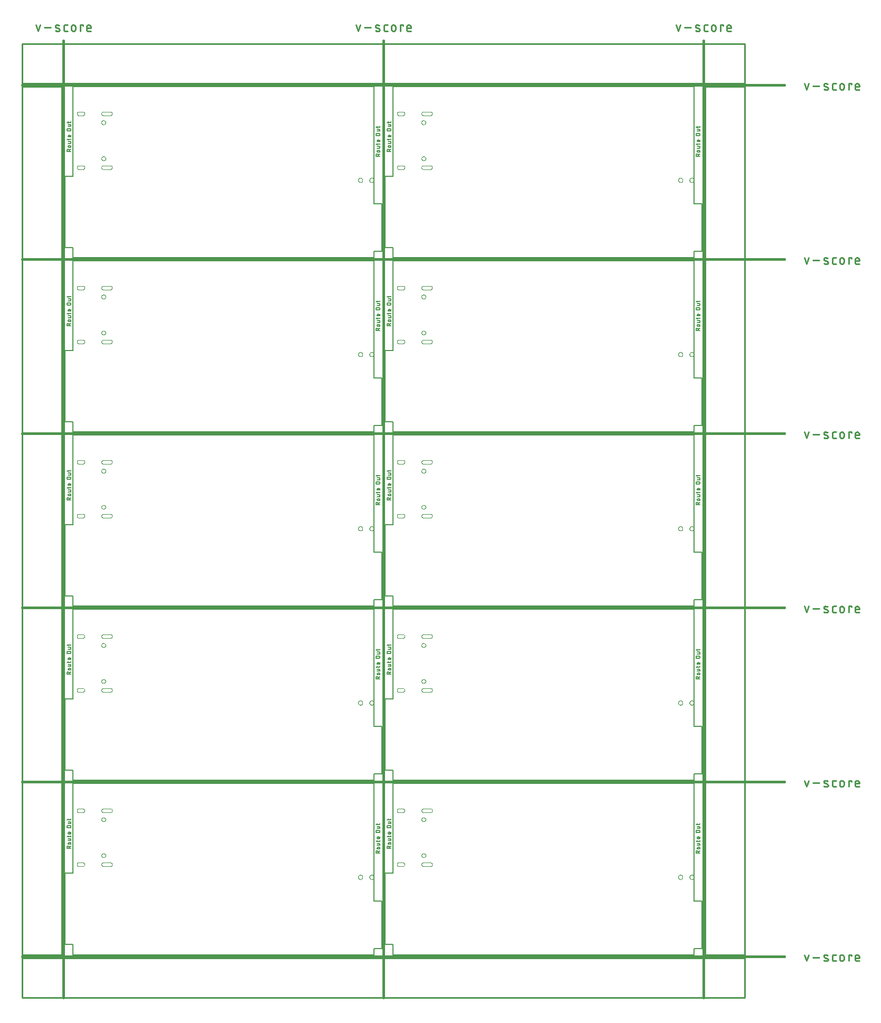
<source format=gko>
G04 EAGLE Gerber RS-274X export*
G75*
%MOMM*%
%FSLAX34Y34*%
%LPD*%
%IN*%
%IPPOS*%
%AMOC8*
5,1,8,0,0,1.08239X$1,22.5*%
G01*
%ADD10C,0.127000*%
%ADD11C,0.381000*%
%ADD12C,0.279400*%
%ADD13C,0.254000*%
%ADD14C,0.000000*%
%ADD15C,0.010000*%


D10*
X12700Y11D02*
X12700Y16561D01*
X12700Y130861D02*
X12700Y274411D01*
X495300Y274411D02*
X495300Y86411D01*
X495300Y10211D02*
X495300Y11D01*
X12700Y11D01*
X12700Y274411D02*
X495300Y274411D01*
X12700Y16561D02*
X0Y16561D01*
X0Y130861D01*
X12700Y130861D01*
X495300Y86411D02*
X508000Y86411D01*
X508000Y10211D01*
X495300Y10211D01*
X9525Y170509D02*
X3175Y170509D01*
X3175Y172273D01*
X3177Y172356D01*
X3183Y172438D01*
X3192Y172520D01*
X3206Y172602D01*
X3223Y172683D01*
X3244Y172763D01*
X3269Y172842D01*
X3298Y172919D01*
X3330Y172996D01*
X3365Y173070D01*
X3404Y173143D01*
X3447Y173214D01*
X3493Y173283D01*
X3542Y173350D01*
X3594Y173414D01*
X3649Y173476D01*
X3706Y173535D01*
X3767Y173591D01*
X3830Y173645D01*
X3895Y173695D01*
X3963Y173743D01*
X4033Y173787D01*
X4105Y173827D01*
X4179Y173865D01*
X4254Y173899D01*
X4331Y173929D01*
X4410Y173956D01*
X4489Y173979D01*
X4570Y173998D01*
X4651Y174013D01*
X4733Y174025D01*
X4815Y174033D01*
X4898Y174037D01*
X4980Y174037D01*
X5063Y174033D01*
X5145Y174025D01*
X5227Y174013D01*
X5308Y173998D01*
X5389Y173979D01*
X5468Y173956D01*
X5547Y173929D01*
X5624Y173899D01*
X5699Y173865D01*
X5773Y173827D01*
X5845Y173787D01*
X5915Y173743D01*
X5983Y173695D01*
X6048Y173645D01*
X6111Y173591D01*
X6172Y173535D01*
X6229Y173476D01*
X6284Y173414D01*
X6336Y173350D01*
X6385Y173283D01*
X6431Y173214D01*
X6474Y173143D01*
X6513Y173070D01*
X6548Y172996D01*
X6580Y172919D01*
X6609Y172842D01*
X6634Y172763D01*
X6655Y172683D01*
X6672Y172602D01*
X6686Y172520D01*
X6695Y172438D01*
X6701Y172356D01*
X6703Y172273D01*
X6703Y170509D01*
X6703Y172626D02*
X9525Y174037D01*
X8114Y177195D02*
X6703Y177195D01*
X6629Y177197D01*
X6556Y177203D01*
X6482Y177212D01*
X6410Y177226D01*
X6338Y177243D01*
X6267Y177264D01*
X6197Y177289D01*
X6129Y177317D01*
X6062Y177349D01*
X5997Y177384D01*
X5935Y177423D01*
X5874Y177464D01*
X5815Y177509D01*
X5759Y177557D01*
X5705Y177608D01*
X5654Y177662D01*
X5606Y177718D01*
X5561Y177777D01*
X5520Y177838D01*
X5481Y177901D01*
X5446Y177965D01*
X5414Y178032D01*
X5386Y178100D01*
X5361Y178170D01*
X5340Y178241D01*
X5323Y178313D01*
X5309Y178385D01*
X5300Y178459D01*
X5294Y178532D01*
X5292Y178606D01*
X5294Y178680D01*
X5300Y178753D01*
X5309Y178827D01*
X5323Y178899D01*
X5340Y178971D01*
X5361Y179042D01*
X5386Y179112D01*
X5414Y179180D01*
X5446Y179247D01*
X5481Y179312D01*
X5520Y179374D01*
X5561Y179435D01*
X5606Y179494D01*
X5654Y179550D01*
X5705Y179604D01*
X5759Y179655D01*
X5815Y179703D01*
X5874Y179748D01*
X5935Y179789D01*
X5998Y179828D01*
X6062Y179863D01*
X6129Y179895D01*
X6197Y179923D01*
X6267Y179948D01*
X6338Y179969D01*
X6410Y179986D01*
X6482Y180000D01*
X6556Y180009D01*
X6629Y180015D01*
X6703Y180017D01*
X8114Y180017D01*
X8188Y180015D01*
X8261Y180009D01*
X8335Y180000D01*
X8407Y179986D01*
X8479Y179969D01*
X8550Y179948D01*
X8620Y179923D01*
X8688Y179895D01*
X8755Y179863D01*
X8819Y179828D01*
X8882Y179789D01*
X8943Y179748D01*
X9002Y179703D01*
X9058Y179655D01*
X9112Y179604D01*
X9163Y179550D01*
X9211Y179494D01*
X9256Y179435D01*
X9297Y179374D01*
X9336Y179312D01*
X9371Y179247D01*
X9403Y179180D01*
X9431Y179112D01*
X9456Y179042D01*
X9477Y178971D01*
X9494Y178899D01*
X9508Y178827D01*
X9517Y178753D01*
X9523Y178680D01*
X9525Y178606D01*
X9523Y178532D01*
X9517Y178459D01*
X9508Y178385D01*
X9494Y178313D01*
X9477Y178241D01*
X9456Y178170D01*
X9431Y178100D01*
X9403Y178032D01*
X9371Y177965D01*
X9336Y177901D01*
X9297Y177838D01*
X9256Y177777D01*
X9211Y177718D01*
X9163Y177662D01*
X9112Y177608D01*
X9058Y177557D01*
X9002Y177509D01*
X8943Y177464D01*
X8882Y177423D01*
X8820Y177384D01*
X8755Y177349D01*
X8688Y177317D01*
X8620Y177289D01*
X8550Y177264D01*
X8479Y177243D01*
X8407Y177226D01*
X8335Y177212D01*
X8261Y177203D01*
X8188Y177197D01*
X8114Y177195D01*
X8467Y183367D02*
X5292Y183367D01*
X8467Y183367D02*
X8531Y183369D01*
X8595Y183375D01*
X8658Y183384D01*
X8720Y183398D01*
X8782Y183415D01*
X8842Y183436D01*
X8901Y183460D01*
X8959Y183488D01*
X9014Y183520D01*
X9068Y183554D01*
X9119Y183592D01*
X9169Y183633D01*
X9215Y183677D01*
X9259Y183723D01*
X9300Y183773D01*
X9338Y183824D01*
X9372Y183878D01*
X9404Y183933D01*
X9432Y183991D01*
X9456Y184050D01*
X9477Y184110D01*
X9494Y184172D01*
X9508Y184234D01*
X9517Y184297D01*
X9523Y184361D01*
X9525Y184425D01*
X9525Y186189D01*
X5292Y186189D01*
X5292Y188892D02*
X5292Y191009D01*
X3175Y189598D02*
X8467Y189598D01*
X8531Y189600D01*
X8595Y189606D01*
X8658Y189615D01*
X8720Y189629D01*
X8782Y189646D01*
X8842Y189667D01*
X8901Y189691D01*
X8959Y189719D01*
X9014Y189751D01*
X9068Y189785D01*
X9119Y189823D01*
X9169Y189864D01*
X9215Y189908D01*
X9259Y189954D01*
X9300Y190004D01*
X9338Y190055D01*
X9372Y190109D01*
X9404Y190164D01*
X9432Y190222D01*
X9456Y190281D01*
X9477Y190341D01*
X9494Y190403D01*
X9508Y190465D01*
X9517Y190529D01*
X9523Y190592D01*
X9525Y190656D01*
X9525Y191009D01*
X9525Y194941D02*
X9525Y196705D01*
X9525Y194941D02*
X9523Y194877D01*
X9517Y194813D01*
X9508Y194750D01*
X9494Y194688D01*
X9477Y194626D01*
X9456Y194566D01*
X9432Y194507D01*
X9404Y194449D01*
X9372Y194394D01*
X9338Y194340D01*
X9300Y194289D01*
X9259Y194239D01*
X9215Y194193D01*
X9169Y194149D01*
X9119Y194108D01*
X9068Y194070D01*
X9014Y194036D01*
X8959Y194004D01*
X8901Y193976D01*
X8842Y193952D01*
X8782Y193931D01*
X8720Y193914D01*
X8658Y193900D01*
X8595Y193891D01*
X8531Y193885D01*
X8467Y193883D01*
X6703Y193883D01*
X6629Y193885D01*
X6556Y193891D01*
X6482Y193900D01*
X6410Y193914D01*
X6338Y193931D01*
X6267Y193952D01*
X6197Y193977D01*
X6129Y194005D01*
X6062Y194037D01*
X5997Y194072D01*
X5935Y194111D01*
X5874Y194152D01*
X5815Y194197D01*
X5759Y194245D01*
X5705Y194296D01*
X5654Y194350D01*
X5606Y194406D01*
X5561Y194465D01*
X5520Y194526D01*
X5481Y194589D01*
X5446Y194653D01*
X5414Y194720D01*
X5386Y194788D01*
X5361Y194858D01*
X5340Y194929D01*
X5323Y195001D01*
X5309Y195073D01*
X5300Y195147D01*
X5294Y195220D01*
X5292Y195294D01*
X5294Y195368D01*
X5300Y195441D01*
X5309Y195515D01*
X5323Y195587D01*
X5340Y195659D01*
X5361Y195730D01*
X5386Y195800D01*
X5414Y195868D01*
X5446Y195935D01*
X5481Y196000D01*
X5520Y196062D01*
X5561Y196123D01*
X5606Y196182D01*
X5654Y196238D01*
X5705Y196292D01*
X5759Y196343D01*
X5815Y196391D01*
X5874Y196436D01*
X5935Y196477D01*
X5998Y196516D01*
X6062Y196551D01*
X6129Y196583D01*
X6197Y196611D01*
X6267Y196636D01*
X6338Y196657D01*
X6410Y196674D01*
X6482Y196688D01*
X6556Y196697D01*
X6629Y196703D01*
X6703Y196705D01*
X7408Y196705D01*
X7408Y193883D01*
X7761Y203588D02*
X4939Y203588D01*
X4856Y203590D01*
X4774Y203596D01*
X4692Y203605D01*
X4610Y203619D01*
X4529Y203636D01*
X4449Y203657D01*
X4370Y203682D01*
X4293Y203711D01*
X4216Y203743D01*
X4142Y203778D01*
X4069Y203817D01*
X3998Y203860D01*
X3929Y203906D01*
X3862Y203955D01*
X3798Y204007D01*
X3736Y204062D01*
X3677Y204119D01*
X3621Y204180D01*
X3567Y204243D01*
X3517Y204308D01*
X3469Y204376D01*
X3425Y204446D01*
X3385Y204518D01*
X3347Y204592D01*
X3313Y204667D01*
X3283Y204744D01*
X3256Y204823D01*
X3233Y204902D01*
X3214Y204983D01*
X3199Y205064D01*
X3187Y205146D01*
X3179Y205228D01*
X3175Y205311D01*
X3175Y205393D01*
X3179Y205476D01*
X3187Y205558D01*
X3199Y205640D01*
X3214Y205721D01*
X3233Y205802D01*
X3256Y205881D01*
X3283Y205960D01*
X3313Y206037D01*
X3347Y206112D01*
X3385Y206186D01*
X3425Y206258D01*
X3469Y206328D01*
X3517Y206396D01*
X3567Y206461D01*
X3621Y206524D01*
X3677Y206585D01*
X3736Y206642D01*
X3798Y206697D01*
X3862Y206749D01*
X3929Y206798D01*
X3998Y206844D01*
X4069Y206887D01*
X4142Y206926D01*
X4216Y206961D01*
X4293Y206993D01*
X4370Y207022D01*
X4449Y207047D01*
X4529Y207068D01*
X4610Y207085D01*
X4692Y207099D01*
X4774Y207108D01*
X4856Y207114D01*
X4939Y207116D01*
X7761Y207116D01*
X7844Y207114D01*
X7926Y207108D01*
X8008Y207099D01*
X8090Y207085D01*
X8171Y207068D01*
X8251Y207047D01*
X8330Y207022D01*
X8407Y206993D01*
X8484Y206961D01*
X8558Y206926D01*
X8631Y206887D01*
X8702Y206844D01*
X8771Y206798D01*
X8838Y206749D01*
X8902Y206697D01*
X8964Y206642D01*
X9023Y206585D01*
X9079Y206524D01*
X9133Y206461D01*
X9183Y206396D01*
X9231Y206328D01*
X9275Y206258D01*
X9315Y206186D01*
X9353Y206112D01*
X9387Y206037D01*
X9417Y205960D01*
X9444Y205881D01*
X9467Y205802D01*
X9486Y205721D01*
X9501Y205640D01*
X9513Y205558D01*
X9521Y205476D01*
X9525Y205393D01*
X9525Y205311D01*
X9521Y205228D01*
X9513Y205146D01*
X9501Y205064D01*
X9486Y204983D01*
X9467Y204902D01*
X9444Y204823D01*
X9417Y204744D01*
X9387Y204667D01*
X9353Y204592D01*
X9315Y204518D01*
X9275Y204446D01*
X9231Y204376D01*
X9183Y204308D01*
X9133Y204243D01*
X9079Y204180D01*
X9023Y204119D01*
X8964Y204062D01*
X8902Y204007D01*
X8838Y203955D01*
X8771Y203906D01*
X8702Y203860D01*
X8631Y203817D01*
X8558Y203778D01*
X8484Y203743D01*
X8407Y203711D01*
X8330Y203682D01*
X8251Y203657D01*
X8171Y203636D01*
X8090Y203619D01*
X8008Y203605D01*
X7926Y203596D01*
X7844Y203590D01*
X7761Y203588D01*
X8467Y210570D02*
X5292Y210570D01*
X8467Y210571D02*
X8531Y210573D01*
X8595Y210579D01*
X8658Y210588D01*
X8720Y210602D01*
X8782Y210619D01*
X8842Y210640D01*
X8901Y210664D01*
X8959Y210692D01*
X9014Y210724D01*
X9068Y210758D01*
X9119Y210796D01*
X9169Y210837D01*
X9215Y210881D01*
X9259Y210927D01*
X9300Y210977D01*
X9338Y211028D01*
X9372Y211082D01*
X9404Y211137D01*
X9432Y211195D01*
X9456Y211254D01*
X9477Y211314D01*
X9494Y211376D01*
X9508Y211438D01*
X9517Y211501D01*
X9523Y211565D01*
X9525Y211629D01*
X9525Y213393D01*
X5292Y213393D01*
X5292Y216096D02*
X5292Y218212D01*
X3175Y216801D02*
X8467Y216801D01*
X8531Y216803D01*
X8595Y216809D01*
X8658Y216818D01*
X8720Y216832D01*
X8782Y216849D01*
X8842Y216870D01*
X8901Y216894D01*
X8959Y216922D01*
X9014Y216954D01*
X9068Y216988D01*
X9119Y217026D01*
X9169Y217067D01*
X9215Y217111D01*
X9259Y217157D01*
X9300Y217207D01*
X9338Y217258D01*
X9372Y217312D01*
X9404Y217367D01*
X9432Y217425D01*
X9456Y217484D01*
X9477Y217544D01*
X9494Y217606D01*
X9508Y217668D01*
X9517Y217732D01*
X9523Y217795D01*
X9525Y217859D01*
X9525Y218212D01*
X498475Y162889D02*
X504825Y162889D01*
X498475Y162889D02*
X498475Y164653D01*
X498477Y164736D01*
X498483Y164818D01*
X498492Y164900D01*
X498506Y164982D01*
X498523Y165063D01*
X498544Y165143D01*
X498569Y165222D01*
X498598Y165299D01*
X498630Y165376D01*
X498665Y165450D01*
X498704Y165523D01*
X498747Y165594D01*
X498793Y165663D01*
X498842Y165730D01*
X498894Y165794D01*
X498949Y165856D01*
X499006Y165915D01*
X499067Y165971D01*
X499130Y166025D01*
X499195Y166075D01*
X499263Y166123D01*
X499333Y166167D01*
X499405Y166207D01*
X499479Y166245D01*
X499554Y166279D01*
X499631Y166309D01*
X499710Y166336D01*
X499789Y166359D01*
X499870Y166378D01*
X499951Y166393D01*
X500033Y166405D01*
X500115Y166413D01*
X500198Y166417D01*
X500280Y166417D01*
X500363Y166413D01*
X500445Y166405D01*
X500527Y166393D01*
X500608Y166378D01*
X500689Y166359D01*
X500768Y166336D01*
X500847Y166309D01*
X500924Y166279D01*
X500999Y166245D01*
X501073Y166207D01*
X501145Y166167D01*
X501215Y166123D01*
X501283Y166075D01*
X501348Y166025D01*
X501411Y165971D01*
X501472Y165915D01*
X501529Y165856D01*
X501584Y165794D01*
X501636Y165730D01*
X501685Y165663D01*
X501731Y165594D01*
X501774Y165523D01*
X501813Y165450D01*
X501848Y165376D01*
X501880Y165299D01*
X501909Y165222D01*
X501934Y165143D01*
X501955Y165063D01*
X501972Y164982D01*
X501986Y164900D01*
X501995Y164818D01*
X502001Y164736D01*
X502003Y164653D01*
X502003Y162889D01*
X502003Y165006D02*
X504825Y166417D01*
X503414Y169575D02*
X502003Y169575D01*
X501929Y169577D01*
X501856Y169583D01*
X501782Y169592D01*
X501710Y169606D01*
X501638Y169623D01*
X501567Y169644D01*
X501497Y169669D01*
X501429Y169697D01*
X501362Y169729D01*
X501298Y169764D01*
X501235Y169803D01*
X501174Y169844D01*
X501115Y169889D01*
X501059Y169937D01*
X501005Y169988D01*
X500954Y170042D01*
X500906Y170098D01*
X500861Y170157D01*
X500820Y170218D01*
X500781Y170281D01*
X500746Y170345D01*
X500714Y170412D01*
X500686Y170480D01*
X500661Y170550D01*
X500640Y170621D01*
X500623Y170693D01*
X500609Y170765D01*
X500600Y170839D01*
X500594Y170912D01*
X500592Y170986D01*
X500594Y171060D01*
X500600Y171133D01*
X500609Y171207D01*
X500623Y171279D01*
X500640Y171351D01*
X500661Y171422D01*
X500686Y171492D01*
X500714Y171560D01*
X500746Y171627D01*
X500781Y171692D01*
X500820Y171754D01*
X500861Y171815D01*
X500906Y171874D01*
X500954Y171930D01*
X501005Y171984D01*
X501059Y172035D01*
X501115Y172083D01*
X501174Y172128D01*
X501235Y172169D01*
X501298Y172208D01*
X501362Y172243D01*
X501429Y172275D01*
X501497Y172303D01*
X501567Y172328D01*
X501638Y172349D01*
X501710Y172366D01*
X501782Y172380D01*
X501856Y172389D01*
X501929Y172395D01*
X502003Y172397D01*
X503414Y172397D01*
X503488Y172395D01*
X503561Y172389D01*
X503635Y172380D01*
X503707Y172366D01*
X503779Y172349D01*
X503850Y172328D01*
X503920Y172303D01*
X503988Y172275D01*
X504055Y172243D01*
X504120Y172208D01*
X504182Y172169D01*
X504243Y172128D01*
X504302Y172083D01*
X504358Y172035D01*
X504412Y171984D01*
X504463Y171930D01*
X504511Y171874D01*
X504556Y171815D01*
X504597Y171754D01*
X504636Y171692D01*
X504671Y171627D01*
X504703Y171560D01*
X504731Y171492D01*
X504756Y171422D01*
X504777Y171351D01*
X504794Y171279D01*
X504808Y171207D01*
X504817Y171133D01*
X504823Y171060D01*
X504825Y170986D01*
X504823Y170912D01*
X504817Y170839D01*
X504808Y170765D01*
X504794Y170693D01*
X504777Y170621D01*
X504756Y170550D01*
X504731Y170480D01*
X504703Y170412D01*
X504671Y170345D01*
X504636Y170281D01*
X504597Y170218D01*
X504556Y170157D01*
X504511Y170098D01*
X504463Y170042D01*
X504412Y169988D01*
X504358Y169937D01*
X504302Y169889D01*
X504243Y169844D01*
X504182Y169803D01*
X504120Y169764D01*
X504055Y169729D01*
X503988Y169697D01*
X503920Y169669D01*
X503850Y169644D01*
X503779Y169623D01*
X503707Y169606D01*
X503635Y169592D01*
X503561Y169583D01*
X503488Y169577D01*
X503414Y169575D01*
X503767Y175747D02*
X500592Y175747D01*
X503767Y175747D02*
X503831Y175749D01*
X503895Y175755D01*
X503958Y175764D01*
X504020Y175778D01*
X504082Y175795D01*
X504142Y175816D01*
X504201Y175840D01*
X504259Y175868D01*
X504314Y175900D01*
X504368Y175934D01*
X504419Y175972D01*
X504469Y176013D01*
X504515Y176057D01*
X504559Y176103D01*
X504600Y176153D01*
X504638Y176204D01*
X504672Y176258D01*
X504704Y176313D01*
X504732Y176371D01*
X504756Y176430D01*
X504777Y176490D01*
X504794Y176552D01*
X504808Y176614D01*
X504817Y176677D01*
X504823Y176741D01*
X504825Y176805D01*
X504825Y178569D01*
X500592Y178569D01*
X500592Y181272D02*
X500592Y183389D01*
X498475Y181978D02*
X503767Y181978D01*
X503831Y181980D01*
X503895Y181986D01*
X503958Y181995D01*
X504020Y182009D01*
X504082Y182026D01*
X504142Y182047D01*
X504201Y182071D01*
X504259Y182099D01*
X504314Y182131D01*
X504368Y182165D01*
X504419Y182203D01*
X504469Y182244D01*
X504515Y182288D01*
X504559Y182334D01*
X504600Y182384D01*
X504638Y182435D01*
X504672Y182489D01*
X504704Y182544D01*
X504732Y182602D01*
X504756Y182661D01*
X504777Y182721D01*
X504794Y182783D01*
X504808Y182845D01*
X504817Y182909D01*
X504823Y182972D01*
X504825Y183036D01*
X504825Y183389D01*
X504825Y187321D02*
X504825Y189085D01*
X504825Y187321D02*
X504823Y187257D01*
X504817Y187193D01*
X504808Y187130D01*
X504794Y187068D01*
X504777Y187006D01*
X504756Y186946D01*
X504732Y186887D01*
X504704Y186829D01*
X504672Y186774D01*
X504638Y186720D01*
X504600Y186669D01*
X504559Y186619D01*
X504515Y186573D01*
X504469Y186529D01*
X504419Y186488D01*
X504368Y186450D01*
X504314Y186416D01*
X504259Y186384D01*
X504201Y186356D01*
X504142Y186332D01*
X504082Y186311D01*
X504020Y186294D01*
X503958Y186280D01*
X503895Y186271D01*
X503831Y186265D01*
X503767Y186263D01*
X502003Y186263D01*
X501929Y186265D01*
X501856Y186271D01*
X501782Y186280D01*
X501710Y186294D01*
X501638Y186311D01*
X501567Y186332D01*
X501497Y186357D01*
X501429Y186385D01*
X501362Y186417D01*
X501298Y186452D01*
X501235Y186491D01*
X501174Y186532D01*
X501115Y186577D01*
X501059Y186625D01*
X501005Y186676D01*
X500954Y186730D01*
X500906Y186786D01*
X500861Y186845D01*
X500820Y186906D01*
X500781Y186969D01*
X500746Y187033D01*
X500714Y187100D01*
X500686Y187168D01*
X500661Y187238D01*
X500640Y187309D01*
X500623Y187381D01*
X500609Y187453D01*
X500600Y187527D01*
X500594Y187600D01*
X500592Y187674D01*
X500594Y187748D01*
X500600Y187821D01*
X500609Y187895D01*
X500623Y187967D01*
X500640Y188039D01*
X500661Y188110D01*
X500686Y188180D01*
X500714Y188248D01*
X500746Y188315D01*
X500781Y188380D01*
X500820Y188442D01*
X500861Y188503D01*
X500906Y188562D01*
X500954Y188618D01*
X501005Y188672D01*
X501059Y188723D01*
X501115Y188771D01*
X501174Y188816D01*
X501235Y188857D01*
X501298Y188896D01*
X501362Y188931D01*
X501429Y188963D01*
X501497Y188991D01*
X501567Y189016D01*
X501638Y189037D01*
X501710Y189054D01*
X501782Y189068D01*
X501856Y189077D01*
X501929Y189083D01*
X502003Y189085D01*
X502708Y189085D01*
X502708Y186263D01*
X503061Y195968D02*
X500239Y195968D01*
X500156Y195970D01*
X500074Y195976D01*
X499992Y195985D01*
X499910Y195999D01*
X499829Y196016D01*
X499749Y196037D01*
X499670Y196062D01*
X499593Y196091D01*
X499516Y196123D01*
X499442Y196158D01*
X499369Y196197D01*
X499298Y196240D01*
X499229Y196286D01*
X499162Y196335D01*
X499098Y196387D01*
X499036Y196442D01*
X498977Y196499D01*
X498921Y196560D01*
X498867Y196623D01*
X498817Y196688D01*
X498769Y196756D01*
X498725Y196826D01*
X498685Y196898D01*
X498647Y196972D01*
X498613Y197047D01*
X498583Y197124D01*
X498556Y197203D01*
X498533Y197282D01*
X498514Y197363D01*
X498499Y197444D01*
X498487Y197526D01*
X498479Y197608D01*
X498475Y197691D01*
X498475Y197773D01*
X498479Y197856D01*
X498487Y197938D01*
X498499Y198020D01*
X498514Y198101D01*
X498533Y198182D01*
X498556Y198261D01*
X498583Y198340D01*
X498613Y198417D01*
X498647Y198492D01*
X498685Y198566D01*
X498725Y198638D01*
X498769Y198708D01*
X498817Y198776D01*
X498867Y198841D01*
X498921Y198904D01*
X498977Y198965D01*
X499036Y199022D01*
X499098Y199077D01*
X499162Y199129D01*
X499229Y199178D01*
X499298Y199224D01*
X499369Y199267D01*
X499442Y199306D01*
X499516Y199341D01*
X499593Y199373D01*
X499670Y199402D01*
X499749Y199427D01*
X499829Y199448D01*
X499910Y199465D01*
X499992Y199479D01*
X500074Y199488D01*
X500156Y199494D01*
X500239Y199496D01*
X503061Y199496D01*
X503144Y199494D01*
X503226Y199488D01*
X503308Y199479D01*
X503390Y199465D01*
X503471Y199448D01*
X503551Y199427D01*
X503630Y199402D01*
X503707Y199373D01*
X503784Y199341D01*
X503858Y199306D01*
X503931Y199267D01*
X504002Y199224D01*
X504071Y199178D01*
X504138Y199129D01*
X504202Y199077D01*
X504264Y199022D01*
X504323Y198965D01*
X504379Y198904D01*
X504433Y198841D01*
X504483Y198776D01*
X504531Y198708D01*
X504575Y198638D01*
X504615Y198566D01*
X504653Y198492D01*
X504687Y198417D01*
X504717Y198340D01*
X504744Y198261D01*
X504767Y198182D01*
X504786Y198101D01*
X504801Y198020D01*
X504813Y197938D01*
X504821Y197856D01*
X504825Y197773D01*
X504825Y197691D01*
X504821Y197608D01*
X504813Y197526D01*
X504801Y197444D01*
X504786Y197363D01*
X504767Y197282D01*
X504744Y197203D01*
X504717Y197124D01*
X504687Y197047D01*
X504653Y196972D01*
X504615Y196898D01*
X504575Y196826D01*
X504531Y196756D01*
X504483Y196688D01*
X504433Y196623D01*
X504379Y196560D01*
X504323Y196499D01*
X504264Y196442D01*
X504202Y196387D01*
X504138Y196335D01*
X504071Y196286D01*
X504002Y196240D01*
X503931Y196197D01*
X503858Y196158D01*
X503784Y196123D01*
X503707Y196091D01*
X503630Y196062D01*
X503551Y196037D01*
X503471Y196016D01*
X503390Y195999D01*
X503308Y195985D01*
X503226Y195976D01*
X503144Y195970D01*
X503061Y195968D01*
X503767Y202950D02*
X500592Y202950D01*
X503767Y202951D02*
X503831Y202953D01*
X503895Y202959D01*
X503958Y202968D01*
X504020Y202982D01*
X504082Y202999D01*
X504142Y203020D01*
X504201Y203044D01*
X504259Y203072D01*
X504314Y203104D01*
X504368Y203138D01*
X504419Y203176D01*
X504469Y203217D01*
X504515Y203261D01*
X504559Y203307D01*
X504600Y203357D01*
X504638Y203408D01*
X504672Y203462D01*
X504704Y203517D01*
X504732Y203575D01*
X504756Y203634D01*
X504777Y203694D01*
X504794Y203756D01*
X504808Y203818D01*
X504817Y203881D01*
X504823Y203945D01*
X504825Y204009D01*
X504825Y205773D01*
X500592Y205773D01*
X500592Y208476D02*
X500592Y210592D01*
X498475Y209181D02*
X503767Y209181D01*
X503831Y209183D01*
X503895Y209189D01*
X503958Y209198D01*
X504020Y209212D01*
X504082Y209229D01*
X504142Y209250D01*
X504201Y209274D01*
X504259Y209302D01*
X504314Y209334D01*
X504368Y209368D01*
X504419Y209406D01*
X504469Y209447D01*
X504515Y209491D01*
X504559Y209537D01*
X504600Y209587D01*
X504638Y209638D01*
X504672Y209692D01*
X504704Y209747D01*
X504732Y209805D01*
X504756Y209864D01*
X504777Y209924D01*
X504794Y209986D01*
X504808Y210048D01*
X504817Y210112D01*
X504823Y210175D01*
X504825Y210239D01*
X504825Y210592D01*
X525780Y16561D02*
X525780Y11D01*
X525780Y130861D02*
X525780Y274411D01*
X1008380Y274411D02*
X1008380Y86411D01*
X1008380Y10211D02*
X1008380Y11D01*
X525780Y11D01*
X525780Y274411D02*
X1008380Y274411D01*
X525780Y16561D02*
X513080Y16561D01*
X513080Y130861D01*
X525780Y130861D01*
X1008380Y86411D02*
X1021080Y86411D01*
X1021080Y10211D01*
X1008380Y10211D01*
X522605Y170509D02*
X516255Y170509D01*
X516255Y172273D01*
X516257Y172356D01*
X516263Y172438D01*
X516272Y172520D01*
X516286Y172602D01*
X516303Y172683D01*
X516324Y172763D01*
X516349Y172842D01*
X516378Y172919D01*
X516410Y172996D01*
X516445Y173070D01*
X516484Y173143D01*
X516527Y173214D01*
X516573Y173283D01*
X516622Y173350D01*
X516674Y173414D01*
X516729Y173476D01*
X516786Y173535D01*
X516847Y173591D01*
X516910Y173645D01*
X516975Y173695D01*
X517043Y173743D01*
X517113Y173787D01*
X517185Y173827D01*
X517259Y173865D01*
X517334Y173899D01*
X517411Y173929D01*
X517490Y173956D01*
X517569Y173979D01*
X517650Y173998D01*
X517731Y174013D01*
X517813Y174025D01*
X517895Y174033D01*
X517978Y174037D01*
X518060Y174037D01*
X518143Y174033D01*
X518225Y174025D01*
X518307Y174013D01*
X518388Y173998D01*
X518469Y173979D01*
X518548Y173956D01*
X518627Y173929D01*
X518704Y173899D01*
X518779Y173865D01*
X518853Y173827D01*
X518925Y173787D01*
X518995Y173743D01*
X519063Y173695D01*
X519128Y173645D01*
X519191Y173591D01*
X519252Y173535D01*
X519309Y173476D01*
X519364Y173414D01*
X519416Y173350D01*
X519465Y173283D01*
X519511Y173214D01*
X519554Y173143D01*
X519593Y173070D01*
X519628Y172996D01*
X519660Y172919D01*
X519689Y172842D01*
X519714Y172763D01*
X519735Y172683D01*
X519752Y172602D01*
X519766Y172520D01*
X519775Y172438D01*
X519781Y172356D01*
X519783Y172273D01*
X519783Y170509D01*
X519783Y172626D02*
X522605Y174037D01*
X521194Y177195D02*
X519783Y177195D01*
X519709Y177197D01*
X519636Y177203D01*
X519562Y177212D01*
X519490Y177226D01*
X519418Y177243D01*
X519347Y177264D01*
X519277Y177289D01*
X519209Y177317D01*
X519142Y177349D01*
X519078Y177384D01*
X519015Y177423D01*
X518954Y177464D01*
X518895Y177509D01*
X518839Y177557D01*
X518785Y177608D01*
X518734Y177662D01*
X518686Y177718D01*
X518641Y177777D01*
X518600Y177838D01*
X518561Y177901D01*
X518526Y177965D01*
X518494Y178032D01*
X518466Y178100D01*
X518441Y178170D01*
X518420Y178241D01*
X518403Y178313D01*
X518389Y178385D01*
X518380Y178459D01*
X518374Y178532D01*
X518372Y178606D01*
X518374Y178680D01*
X518380Y178753D01*
X518389Y178827D01*
X518403Y178899D01*
X518420Y178971D01*
X518441Y179042D01*
X518466Y179112D01*
X518494Y179180D01*
X518526Y179247D01*
X518561Y179312D01*
X518600Y179374D01*
X518641Y179435D01*
X518686Y179494D01*
X518734Y179550D01*
X518785Y179604D01*
X518839Y179655D01*
X518895Y179703D01*
X518954Y179748D01*
X519015Y179789D01*
X519078Y179828D01*
X519142Y179863D01*
X519209Y179895D01*
X519277Y179923D01*
X519347Y179948D01*
X519418Y179969D01*
X519490Y179986D01*
X519562Y180000D01*
X519636Y180009D01*
X519709Y180015D01*
X519783Y180017D01*
X521194Y180017D01*
X521268Y180015D01*
X521341Y180009D01*
X521415Y180000D01*
X521487Y179986D01*
X521559Y179969D01*
X521630Y179948D01*
X521700Y179923D01*
X521768Y179895D01*
X521835Y179863D01*
X521900Y179828D01*
X521962Y179789D01*
X522023Y179748D01*
X522082Y179703D01*
X522138Y179655D01*
X522192Y179604D01*
X522243Y179550D01*
X522291Y179494D01*
X522336Y179435D01*
X522377Y179374D01*
X522416Y179312D01*
X522451Y179247D01*
X522483Y179180D01*
X522511Y179112D01*
X522536Y179042D01*
X522557Y178971D01*
X522574Y178899D01*
X522588Y178827D01*
X522597Y178753D01*
X522603Y178680D01*
X522605Y178606D01*
X522603Y178532D01*
X522597Y178459D01*
X522588Y178385D01*
X522574Y178313D01*
X522557Y178241D01*
X522536Y178170D01*
X522511Y178100D01*
X522483Y178032D01*
X522451Y177965D01*
X522416Y177901D01*
X522377Y177838D01*
X522336Y177777D01*
X522291Y177718D01*
X522243Y177662D01*
X522192Y177608D01*
X522138Y177557D01*
X522082Y177509D01*
X522023Y177464D01*
X521962Y177423D01*
X521900Y177384D01*
X521835Y177349D01*
X521768Y177317D01*
X521700Y177289D01*
X521630Y177264D01*
X521559Y177243D01*
X521487Y177226D01*
X521415Y177212D01*
X521341Y177203D01*
X521268Y177197D01*
X521194Y177195D01*
X521547Y183367D02*
X518372Y183367D01*
X521547Y183367D02*
X521611Y183369D01*
X521675Y183375D01*
X521738Y183384D01*
X521800Y183398D01*
X521862Y183415D01*
X521922Y183436D01*
X521981Y183460D01*
X522039Y183488D01*
X522094Y183520D01*
X522148Y183554D01*
X522199Y183592D01*
X522249Y183633D01*
X522295Y183677D01*
X522339Y183723D01*
X522380Y183773D01*
X522418Y183824D01*
X522452Y183878D01*
X522484Y183933D01*
X522512Y183991D01*
X522536Y184050D01*
X522557Y184110D01*
X522574Y184172D01*
X522588Y184234D01*
X522597Y184297D01*
X522603Y184361D01*
X522605Y184425D01*
X522605Y186189D01*
X518372Y186189D01*
X518372Y188892D02*
X518372Y191009D01*
X516255Y189598D02*
X521547Y189598D01*
X521611Y189600D01*
X521675Y189606D01*
X521738Y189615D01*
X521800Y189629D01*
X521862Y189646D01*
X521922Y189667D01*
X521981Y189691D01*
X522039Y189719D01*
X522094Y189751D01*
X522148Y189785D01*
X522199Y189823D01*
X522249Y189864D01*
X522295Y189908D01*
X522339Y189954D01*
X522380Y190004D01*
X522418Y190055D01*
X522452Y190109D01*
X522484Y190164D01*
X522512Y190222D01*
X522536Y190281D01*
X522557Y190341D01*
X522574Y190403D01*
X522588Y190465D01*
X522597Y190529D01*
X522603Y190592D01*
X522605Y190656D01*
X522605Y191009D01*
X522605Y194941D02*
X522605Y196705D01*
X522605Y194941D02*
X522603Y194877D01*
X522597Y194813D01*
X522588Y194750D01*
X522574Y194688D01*
X522557Y194626D01*
X522536Y194566D01*
X522512Y194507D01*
X522484Y194449D01*
X522452Y194394D01*
X522418Y194340D01*
X522380Y194289D01*
X522339Y194239D01*
X522295Y194193D01*
X522249Y194149D01*
X522199Y194108D01*
X522148Y194070D01*
X522094Y194036D01*
X522039Y194004D01*
X521981Y193976D01*
X521922Y193952D01*
X521862Y193931D01*
X521800Y193914D01*
X521738Y193900D01*
X521675Y193891D01*
X521611Y193885D01*
X521547Y193883D01*
X519783Y193883D01*
X519709Y193885D01*
X519636Y193891D01*
X519562Y193900D01*
X519490Y193914D01*
X519418Y193931D01*
X519347Y193952D01*
X519277Y193977D01*
X519209Y194005D01*
X519142Y194037D01*
X519078Y194072D01*
X519015Y194111D01*
X518954Y194152D01*
X518895Y194197D01*
X518839Y194245D01*
X518785Y194296D01*
X518734Y194350D01*
X518686Y194406D01*
X518641Y194465D01*
X518600Y194526D01*
X518561Y194589D01*
X518526Y194653D01*
X518494Y194720D01*
X518466Y194788D01*
X518441Y194858D01*
X518420Y194929D01*
X518403Y195001D01*
X518389Y195073D01*
X518380Y195147D01*
X518374Y195220D01*
X518372Y195294D01*
X518374Y195368D01*
X518380Y195441D01*
X518389Y195515D01*
X518403Y195587D01*
X518420Y195659D01*
X518441Y195730D01*
X518466Y195800D01*
X518494Y195868D01*
X518526Y195935D01*
X518561Y196000D01*
X518600Y196062D01*
X518641Y196123D01*
X518686Y196182D01*
X518734Y196238D01*
X518785Y196292D01*
X518839Y196343D01*
X518895Y196391D01*
X518954Y196436D01*
X519015Y196477D01*
X519078Y196516D01*
X519142Y196551D01*
X519209Y196583D01*
X519277Y196611D01*
X519347Y196636D01*
X519418Y196657D01*
X519490Y196674D01*
X519562Y196688D01*
X519636Y196697D01*
X519709Y196703D01*
X519783Y196705D01*
X520488Y196705D01*
X520488Y193883D01*
X520841Y203588D02*
X518019Y203588D01*
X517936Y203590D01*
X517854Y203596D01*
X517772Y203605D01*
X517690Y203619D01*
X517609Y203636D01*
X517529Y203657D01*
X517450Y203682D01*
X517373Y203711D01*
X517296Y203743D01*
X517222Y203778D01*
X517149Y203817D01*
X517078Y203860D01*
X517009Y203906D01*
X516942Y203955D01*
X516878Y204007D01*
X516816Y204062D01*
X516757Y204119D01*
X516701Y204180D01*
X516647Y204243D01*
X516597Y204308D01*
X516549Y204376D01*
X516505Y204446D01*
X516465Y204518D01*
X516427Y204592D01*
X516393Y204667D01*
X516363Y204744D01*
X516336Y204823D01*
X516313Y204902D01*
X516294Y204983D01*
X516279Y205064D01*
X516267Y205146D01*
X516259Y205228D01*
X516255Y205311D01*
X516255Y205393D01*
X516259Y205476D01*
X516267Y205558D01*
X516279Y205640D01*
X516294Y205721D01*
X516313Y205802D01*
X516336Y205881D01*
X516363Y205960D01*
X516393Y206037D01*
X516427Y206112D01*
X516465Y206186D01*
X516505Y206258D01*
X516549Y206328D01*
X516597Y206396D01*
X516647Y206461D01*
X516701Y206524D01*
X516757Y206585D01*
X516816Y206642D01*
X516878Y206697D01*
X516942Y206749D01*
X517009Y206798D01*
X517078Y206844D01*
X517149Y206887D01*
X517222Y206926D01*
X517296Y206961D01*
X517373Y206993D01*
X517450Y207022D01*
X517529Y207047D01*
X517609Y207068D01*
X517690Y207085D01*
X517772Y207099D01*
X517854Y207108D01*
X517936Y207114D01*
X518019Y207116D01*
X520841Y207116D01*
X520924Y207114D01*
X521006Y207108D01*
X521088Y207099D01*
X521170Y207085D01*
X521251Y207068D01*
X521331Y207047D01*
X521410Y207022D01*
X521487Y206993D01*
X521564Y206961D01*
X521638Y206926D01*
X521711Y206887D01*
X521782Y206844D01*
X521851Y206798D01*
X521918Y206749D01*
X521982Y206697D01*
X522044Y206642D01*
X522103Y206585D01*
X522159Y206524D01*
X522213Y206461D01*
X522263Y206396D01*
X522311Y206328D01*
X522355Y206258D01*
X522395Y206186D01*
X522433Y206112D01*
X522467Y206037D01*
X522497Y205960D01*
X522524Y205881D01*
X522547Y205802D01*
X522566Y205721D01*
X522581Y205640D01*
X522593Y205558D01*
X522601Y205476D01*
X522605Y205393D01*
X522605Y205311D01*
X522601Y205228D01*
X522593Y205146D01*
X522581Y205064D01*
X522566Y204983D01*
X522547Y204902D01*
X522524Y204823D01*
X522497Y204744D01*
X522467Y204667D01*
X522433Y204592D01*
X522395Y204518D01*
X522355Y204446D01*
X522311Y204376D01*
X522263Y204308D01*
X522213Y204243D01*
X522159Y204180D01*
X522103Y204119D01*
X522044Y204062D01*
X521982Y204007D01*
X521918Y203955D01*
X521851Y203906D01*
X521782Y203860D01*
X521711Y203817D01*
X521638Y203778D01*
X521564Y203743D01*
X521487Y203711D01*
X521410Y203682D01*
X521331Y203657D01*
X521251Y203636D01*
X521170Y203619D01*
X521088Y203605D01*
X521006Y203596D01*
X520924Y203590D01*
X520841Y203588D01*
X521547Y210570D02*
X518372Y210570D01*
X521547Y210571D02*
X521611Y210573D01*
X521675Y210579D01*
X521738Y210588D01*
X521800Y210602D01*
X521862Y210619D01*
X521922Y210640D01*
X521981Y210664D01*
X522039Y210692D01*
X522094Y210724D01*
X522148Y210758D01*
X522199Y210796D01*
X522249Y210837D01*
X522295Y210881D01*
X522339Y210927D01*
X522380Y210977D01*
X522418Y211028D01*
X522452Y211082D01*
X522484Y211137D01*
X522512Y211195D01*
X522536Y211254D01*
X522557Y211314D01*
X522574Y211376D01*
X522588Y211438D01*
X522597Y211501D01*
X522603Y211565D01*
X522605Y211629D01*
X522605Y213393D01*
X518372Y213393D01*
X518372Y216096D02*
X518372Y218212D01*
X516255Y216801D02*
X521547Y216801D01*
X521611Y216803D01*
X521675Y216809D01*
X521738Y216818D01*
X521800Y216832D01*
X521862Y216849D01*
X521922Y216870D01*
X521981Y216894D01*
X522039Y216922D01*
X522094Y216954D01*
X522148Y216988D01*
X522199Y217026D01*
X522249Y217067D01*
X522295Y217111D01*
X522339Y217157D01*
X522380Y217207D01*
X522418Y217258D01*
X522452Y217312D01*
X522484Y217367D01*
X522512Y217425D01*
X522536Y217484D01*
X522557Y217544D01*
X522574Y217606D01*
X522588Y217668D01*
X522597Y217732D01*
X522603Y217795D01*
X522605Y217859D01*
X522605Y218212D01*
X1011555Y162889D02*
X1017905Y162889D01*
X1011555Y162889D02*
X1011555Y164653D01*
X1011557Y164736D01*
X1011563Y164818D01*
X1011572Y164900D01*
X1011586Y164982D01*
X1011603Y165063D01*
X1011624Y165143D01*
X1011649Y165222D01*
X1011678Y165299D01*
X1011710Y165376D01*
X1011745Y165450D01*
X1011784Y165523D01*
X1011827Y165594D01*
X1011873Y165663D01*
X1011922Y165730D01*
X1011974Y165794D01*
X1012029Y165856D01*
X1012086Y165915D01*
X1012147Y165971D01*
X1012210Y166025D01*
X1012275Y166075D01*
X1012343Y166123D01*
X1012413Y166167D01*
X1012485Y166207D01*
X1012559Y166245D01*
X1012634Y166279D01*
X1012711Y166309D01*
X1012790Y166336D01*
X1012869Y166359D01*
X1012950Y166378D01*
X1013031Y166393D01*
X1013113Y166405D01*
X1013195Y166413D01*
X1013278Y166417D01*
X1013360Y166417D01*
X1013443Y166413D01*
X1013525Y166405D01*
X1013607Y166393D01*
X1013688Y166378D01*
X1013769Y166359D01*
X1013848Y166336D01*
X1013927Y166309D01*
X1014004Y166279D01*
X1014079Y166245D01*
X1014153Y166207D01*
X1014225Y166167D01*
X1014295Y166123D01*
X1014363Y166075D01*
X1014428Y166025D01*
X1014491Y165971D01*
X1014552Y165915D01*
X1014609Y165856D01*
X1014664Y165794D01*
X1014716Y165730D01*
X1014765Y165663D01*
X1014811Y165594D01*
X1014854Y165523D01*
X1014893Y165450D01*
X1014928Y165376D01*
X1014960Y165299D01*
X1014989Y165222D01*
X1015014Y165143D01*
X1015035Y165063D01*
X1015052Y164982D01*
X1015066Y164900D01*
X1015075Y164818D01*
X1015081Y164736D01*
X1015083Y164653D01*
X1015083Y162889D01*
X1015083Y165006D02*
X1017905Y166417D01*
X1016494Y169575D02*
X1015083Y169575D01*
X1015009Y169577D01*
X1014936Y169583D01*
X1014862Y169592D01*
X1014790Y169606D01*
X1014718Y169623D01*
X1014647Y169644D01*
X1014577Y169669D01*
X1014509Y169697D01*
X1014442Y169729D01*
X1014378Y169764D01*
X1014315Y169803D01*
X1014254Y169844D01*
X1014195Y169889D01*
X1014139Y169937D01*
X1014085Y169988D01*
X1014034Y170042D01*
X1013986Y170098D01*
X1013941Y170157D01*
X1013900Y170218D01*
X1013861Y170281D01*
X1013826Y170345D01*
X1013794Y170412D01*
X1013766Y170480D01*
X1013741Y170550D01*
X1013720Y170621D01*
X1013703Y170693D01*
X1013689Y170765D01*
X1013680Y170839D01*
X1013674Y170912D01*
X1013672Y170986D01*
X1013674Y171060D01*
X1013680Y171133D01*
X1013689Y171207D01*
X1013703Y171279D01*
X1013720Y171351D01*
X1013741Y171422D01*
X1013766Y171492D01*
X1013794Y171560D01*
X1013826Y171627D01*
X1013861Y171692D01*
X1013900Y171754D01*
X1013941Y171815D01*
X1013986Y171874D01*
X1014034Y171930D01*
X1014085Y171984D01*
X1014139Y172035D01*
X1014195Y172083D01*
X1014254Y172128D01*
X1014315Y172169D01*
X1014378Y172208D01*
X1014442Y172243D01*
X1014509Y172275D01*
X1014577Y172303D01*
X1014647Y172328D01*
X1014718Y172349D01*
X1014790Y172366D01*
X1014862Y172380D01*
X1014936Y172389D01*
X1015009Y172395D01*
X1015083Y172397D01*
X1016494Y172397D01*
X1016568Y172395D01*
X1016641Y172389D01*
X1016715Y172380D01*
X1016787Y172366D01*
X1016859Y172349D01*
X1016930Y172328D01*
X1017000Y172303D01*
X1017068Y172275D01*
X1017135Y172243D01*
X1017200Y172208D01*
X1017262Y172169D01*
X1017323Y172128D01*
X1017382Y172083D01*
X1017438Y172035D01*
X1017492Y171984D01*
X1017543Y171930D01*
X1017591Y171874D01*
X1017636Y171815D01*
X1017677Y171754D01*
X1017716Y171692D01*
X1017751Y171627D01*
X1017783Y171560D01*
X1017811Y171492D01*
X1017836Y171422D01*
X1017857Y171351D01*
X1017874Y171279D01*
X1017888Y171207D01*
X1017897Y171133D01*
X1017903Y171060D01*
X1017905Y170986D01*
X1017903Y170912D01*
X1017897Y170839D01*
X1017888Y170765D01*
X1017874Y170693D01*
X1017857Y170621D01*
X1017836Y170550D01*
X1017811Y170480D01*
X1017783Y170412D01*
X1017751Y170345D01*
X1017716Y170281D01*
X1017677Y170218D01*
X1017636Y170157D01*
X1017591Y170098D01*
X1017543Y170042D01*
X1017492Y169988D01*
X1017438Y169937D01*
X1017382Y169889D01*
X1017323Y169844D01*
X1017262Y169803D01*
X1017200Y169764D01*
X1017135Y169729D01*
X1017068Y169697D01*
X1017000Y169669D01*
X1016930Y169644D01*
X1016859Y169623D01*
X1016787Y169606D01*
X1016715Y169592D01*
X1016641Y169583D01*
X1016568Y169577D01*
X1016494Y169575D01*
X1016847Y175747D02*
X1013672Y175747D01*
X1016847Y175747D02*
X1016911Y175749D01*
X1016975Y175755D01*
X1017038Y175764D01*
X1017100Y175778D01*
X1017162Y175795D01*
X1017222Y175816D01*
X1017281Y175840D01*
X1017339Y175868D01*
X1017394Y175900D01*
X1017448Y175934D01*
X1017499Y175972D01*
X1017549Y176013D01*
X1017595Y176057D01*
X1017639Y176103D01*
X1017680Y176153D01*
X1017718Y176204D01*
X1017752Y176258D01*
X1017784Y176313D01*
X1017812Y176371D01*
X1017836Y176430D01*
X1017857Y176490D01*
X1017874Y176552D01*
X1017888Y176614D01*
X1017897Y176677D01*
X1017903Y176741D01*
X1017905Y176805D01*
X1017905Y178569D01*
X1013672Y178569D01*
X1013672Y181272D02*
X1013672Y183389D01*
X1011555Y181978D02*
X1016847Y181978D01*
X1016911Y181980D01*
X1016975Y181986D01*
X1017038Y181995D01*
X1017100Y182009D01*
X1017162Y182026D01*
X1017222Y182047D01*
X1017281Y182071D01*
X1017339Y182099D01*
X1017394Y182131D01*
X1017448Y182165D01*
X1017499Y182203D01*
X1017549Y182244D01*
X1017595Y182288D01*
X1017639Y182334D01*
X1017680Y182384D01*
X1017718Y182435D01*
X1017752Y182489D01*
X1017784Y182544D01*
X1017812Y182602D01*
X1017836Y182661D01*
X1017857Y182721D01*
X1017874Y182783D01*
X1017888Y182845D01*
X1017897Y182909D01*
X1017903Y182972D01*
X1017905Y183036D01*
X1017905Y183389D01*
X1017905Y187321D02*
X1017905Y189085D01*
X1017905Y187321D02*
X1017903Y187257D01*
X1017897Y187193D01*
X1017888Y187130D01*
X1017874Y187068D01*
X1017857Y187006D01*
X1017836Y186946D01*
X1017812Y186887D01*
X1017784Y186829D01*
X1017752Y186774D01*
X1017718Y186720D01*
X1017680Y186669D01*
X1017639Y186619D01*
X1017595Y186573D01*
X1017549Y186529D01*
X1017499Y186488D01*
X1017448Y186450D01*
X1017394Y186416D01*
X1017339Y186384D01*
X1017281Y186356D01*
X1017222Y186332D01*
X1017162Y186311D01*
X1017100Y186294D01*
X1017038Y186280D01*
X1016975Y186271D01*
X1016911Y186265D01*
X1016847Y186263D01*
X1015083Y186263D01*
X1015009Y186265D01*
X1014936Y186271D01*
X1014862Y186280D01*
X1014790Y186294D01*
X1014718Y186311D01*
X1014647Y186332D01*
X1014577Y186357D01*
X1014509Y186385D01*
X1014442Y186417D01*
X1014378Y186452D01*
X1014315Y186491D01*
X1014254Y186532D01*
X1014195Y186577D01*
X1014139Y186625D01*
X1014085Y186676D01*
X1014034Y186730D01*
X1013986Y186786D01*
X1013941Y186845D01*
X1013900Y186906D01*
X1013861Y186969D01*
X1013826Y187033D01*
X1013794Y187100D01*
X1013766Y187168D01*
X1013741Y187238D01*
X1013720Y187309D01*
X1013703Y187381D01*
X1013689Y187453D01*
X1013680Y187527D01*
X1013674Y187600D01*
X1013672Y187674D01*
X1013674Y187748D01*
X1013680Y187821D01*
X1013689Y187895D01*
X1013703Y187967D01*
X1013720Y188039D01*
X1013741Y188110D01*
X1013766Y188180D01*
X1013794Y188248D01*
X1013826Y188315D01*
X1013861Y188380D01*
X1013900Y188442D01*
X1013941Y188503D01*
X1013986Y188562D01*
X1014034Y188618D01*
X1014085Y188672D01*
X1014139Y188723D01*
X1014195Y188771D01*
X1014254Y188816D01*
X1014315Y188857D01*
X1014378Y188896D01*
X1014442Y188931D01*
X1014509Y188963D01*
X1014577Y188991D01*
X1014647Y189016D01*
X1014718Y189037D01*
X1014790Y189054D01*
X1014862Y189068D01*
X1014936Y189077D01*
X1015009Y189083D01*
X1015083Y189085D01*
X1015788Y189085D01*
X1015788Y186263D01*
X1016141Y195968D02*
X1013319Y195968D01*
X1013236Y195970D01*
X1013154Y195976D01*
X1013072Y195985D01*
X1012990Y195999D01*
X1012909Y196016D01*
X1012829Y196037D01*
X1012750Y196062D01*
X1012673Y196091D01*
X1012596Y196123D01*
X1012522Y196158D01*
X1012449Y196197D01*
X1012378Y196240D01*
X1012309Y196286D01*
X1012242Y196335D01*
X1012178Y196387D01*
X1012116Y196442D01*
X1012057Y196499D01*
X1012001Y196560D01*
X1011947Y196623D01*
X1011897Y196688D01*
X1011849Y196756D01*
X1011805Y196826D01*
X1011765Y196898D01*
X1011727Y196972D01*
X1011693Y197047D01*
X1011663Y197124D01*
X1011636Y197203D01*
X1011613Y197282D01*
X1011594Y197363D01*
X1011579Y197444D01*
X1011567Y197526D01*
X1011559Y197608D01*
X1011555Y197691D01*
X1011555Y197773D01*
X1011559Y197856D01*
X1011567Y197938D01*
X1011579Y198020D01*
X1011594Y198101D01*
X1011613Y198182D01*
X1011636Y198261D01*
X1011663Y198340D01*
X1011693Y198417D01*
X1011727Y198492D01*
X1011765Y198566D01*
X1011805Y198638D01*
X1011849Y198708D01*
X1011897Y198776D01*
X1011947Y198841D01*
X1012001Y198904D01*
X1012057Y198965D01*
X1012116Y199022D01*
X1012178Y199077D01*
X1012242Y199129D01*
X1012309Y199178D01*
X1012378Y199224D01*
X1012449Y199267D01*
X1012522Y199306D01*
X1012596Y199341D01*
X1012673Y199373D01*
X1012750Y199402D01*
X1012829Y199427D01*
X1012909Y199448D01*
X1012990Y199465D01*
X1013072Y199479D01*
X1013154Y199488D01*
X1013236Y199494D01*
X1013319Y199496D01*
X1016141Y199496D01*
X1016224Y199494D01*
X1016306Y199488D01*
X1016388Y199479D01*
X1016470Y199465D01*
X1016551Y199448D01*
X1016631Y199427D01*
X1016710Y199402D01*
X1016787Y199373D01*
X1016864Y199341D01*
X1016938Y199306D01*
X1017011Y199267D01*
X1017082Y199224D01*
X1017151Y199178D01*
X1017218Y199129D01*
X1017282Y199077D01*
X1017344Y199022D01*
X1017403Y198965D01*
X1017459Y198904D01*
X1017513Y198841D01*
X1017563Y198776D01*
X1017611Y198708D01*
X1017655Y198638D01*
X1017695Y198566D01*
X1017733Y198492D01*
X1017767Y198417D01*
X1017797Y198340D01*
X1017824Y198261D01*
X1017847Y198182D01*
X1017866Y198101D01*
X1017881Y198020D01*
X1017893Y197938D01*
X1017901Y197856D01*
X1017905Y197773D01*
X1017905Y197691D01*
X1017901Y197608D01*
X1017893Y197526D01*
X1017881Y197444D01*
X1017866Y197363D01*
X1017847Y197282D01*
X1017824Y197203D01*
X1017797Y197124D01*
X1017767Y197047D01*
X1017733Y196972D01*
X1017695Y196898D01*
X1017655Y196826D01*
X1017611Y196756D01*
X1017563Y196688D01*
X1017513Y196623D01*
X1017459Y196560D01*
X1017403Y196499D01*
X1017344Y196442D01*
X1017282Y196387D01*
X1017218Y196335D01*
X1017151Y196286D01*
X1017082Y196240D01*
X1017011Y196197D01*
X1016938Y196158D01*
X1016864Y196123D01*
X1016787Y196091D01*
X1016710Y196062D01*
X1016631Y196037D01*
X1016551Y196016D01*
X1016470Y195999D01*
X1016388Y195985D01*
X1016306Y195976D01*
X1016224Y195970D01*
X1016141Y195968D01*
X1016847Y202950D02*
X1013672Y202950D01*
X1016847Y202951D02*
X1016911Y202953D01*
X1016975Y202959D01*
X1017038Y202968D01*
X1017100Y202982D01*
X1017162Y202999D01*
X1017222Y203020D01*
X1017281Y203044D01*
X1017339Y203072D01*
X1017394Y203104D01*
X1017448Y203138D01*
X1017499Y203176D01*
X1017549Y203217D01*
X1017595Y203261D01*
X1017639Y203307D01*
X1017680Y203357D01*
X1017718Y203408D01*
X1017752Y203462D01*
X1017784Y203517D01*
X1017812Y203575D01*
X1017836Y203634D01*
X1017857Y203694D01*
X1017874Y203756D01*
X1017888Y203818D01*
X1017897Y203881D01*
X1017903Y203945D01*
X1017905Y204009D01*
X1017905Y205773D01*
X1013672Y205773D01*
X1013672Y208476D02*
X1013672Y210592D01*
X1011555Y209181D02*
X1016847Y209181D01*
X1016911Y209183D01*
X1016975Y209189D01*
X1017038Y209198D01*
X1017100Y209212D01*
X1017162Y209229D01*
X1017222Y209250D01*
X1017281Y209274D01*
X1017339Y209302D01*
X1017394Y209334D01*
X1017448Y209368D01*
X1017499Y209406D01*
X1017549Y209447D01*
X1017595Y209491D01*
X1017639Y209537D01*
X1017680Y209587D01*
X1017718Y209638D01*
X1017752Y209692D01*
X1017784Y209747D01*
X1017812Y209805D01*
X1017836Y209864D01*
X1017857Y209924D01*
X1017874Y209986D01*
X1017888Y210048D01*
X1017897Y210112D01*
X1017903Y210175D01*
X1017905Y210239D01*
X1017905Y210592D01*
X12700Y279487D02*
X12700Y296037D01*
X12700Y410337D02*
X12700Y553887D01*
X495300Y553887D02*
X495300Y365887D01*
X495300Y289687D02*
X495300Y279487D01*
X12700Y279487D01*
X12700Y553887D02*
X495300Y553887D01*
X12700Y296037D02*
X0Y296037D01*
X0Y410337D01*
X12700Y410337D01*
X495300Y365887D02*
X508000Y365887D01*
X508000Y289687D01*
X495300Y289687D01*
X9525Y449986D02*
X3175Y449986D01*
X3175Y451750D01*
X3177Y451833D01*
X3183Y451915D01*
X3192Y451997D01*
X3206Y452079D01*
X3223Y452160D01*
X3244Y452240D01*
X3269Y452319D01*
X3298Y452396D01*
X3330Y452473D01*
X3365Y452547D01*
X3404Y452620D01*
X3447Y452691D01*
X3493Y452760D01*
X3542Y452827D01*
X3594Y452891D01*
X3649Y452953D01*
X3706Y453012D01*
X3767Y453068D01*
X3830Y453122D01*
X3895Y453172D01*
X3963Y453220D01*
X4033Y453264D01*
X4105Y453304D01*
X4179Y453342D01*
X4254Y453376D01*
X4331Y453406D01*
X4410Y453433D01*
X4489Y453456D01*
X4570Y453475D01*
X4651Y453490D01*
X4733Y453502D01*
X4815Y453510D01*
X4898Y453514D01*
X4980Y453514D01*
X5063Y453510D01*
X5145Y453502D01*
X5227Y453490D01*
X5308Y453475D01*
X5389Y453456D01*
X5468Y453433D01*
X5547Y453406D01*
X5624Y453376D01*
X5699Y453342D01*
X5773Y453304D01*
X5845Y453264D01*
X5915Y453220D01*
X5983Y453172D01*
X6048Y453122D01*
X6111Y453068D01*
X6172Y453012D01*
X6229Y452953D01*
X6284Y452891D01*
X6336Y452827D01*
X6385Y452760D01*
X6431Y452691D01*
X6474Y452620D01*
X6513Y452547D01*
X6548Y452473D01*
X6580Y452396D01*
X6609Y452319D01*
X6634Y452240D01*
X6655Y452160D01*
X6672Y452079D01*
X6686Y451997D01*
X6695Y451915D01*
X6701Y451833D01*
X6703Y451750D01*
X6703Y449986D01*
X6703Y452102D02*
X9525Y453513D01*
X8114Y456671D02*
X6703Y456671D01*
X6629Y456673D01*
X6556Y456679D01*
X6482Y456688D01*
X6410Y456702D01*
X6338Y456719D01*
X6267Y456740D01*
X6197Y456765D01*
X6129Y456793D01*
X6062Y456825D01*
X5997Y456860D01*
X5935Y456899D01*
X5874Y456940D01*
X5815Y456985D01*
X5759Y457033D01*
X5705Y457084D01*
X5654Y457138D01*
X5606Y457194D01*
X5561Y457253D01*
X5520Y457314D01*
X5481Y457377D01*
X5446Y457441D01*
X5414Y457508D01*
X5386Y457576D01*
X5361Y457646D01*
X5340Y457717D01*
X5323Y457789D01*
X5309Y457861D01*
X5300Y457935D01*
X5294Y458008D01*
X5292Y458082D01*
X5294Y458156D01*
X5300Y458229D01*
X5309Y458303D01*
X5323Y458375D01*
X5340Y458447D01*
X5361Y458518D01*
X5386Y458588D01*
X5414Y458656D01*
X5446Y458723D01*
X5481Y458788D01*
X5520Y458850D01*
X5561Y458911D01*
X5606Y458970D01*
X5654Y459026D01*
X5705Y459080D01*
X5759Y459131D01*
X5815Y459179D01*
X5874Y459224D01*
X5935Y459265D01*
X5998Y459304D01*
X6062Y459339D01*
X6129Y459371D01*
X6197Y459399D01*
X6267Y459424D01*
X6338Y459445D01*
X6410Y459462D01*
X6482Y459476D01*
X6556Y459485D01*
X6629Y459491D01*
X6703Y459493D01*
X8114Y459493D01*
X8188Y459491D01*
X8261Y459485D01*
X8335Y459476D01*
X8407Y459462D01*
X8479Y459445D01*
X8550Y459424D01*
X8620Y459399D01*
X8688Y459371D01*
X8755Y459339D01*
X8819Y459304D01*
X8882Y459265D01*
X8943Y459224D01*
X9002Y459179D01*
X9058Y459131D01*
X9112Y459080D01*
X9163Y459026D01*
X9211Y458970D01*
X9256Y458911D01*
X9297Y458850D01*
X9336Y458788D01*
X9371Y458723D01*
X9403Y458656D01*
X9431Y458588D01*
X9456Y458518D01*
X9477Y458447D01*
X9494Y458375D01*
X9508Y458303D01*
X9517Y458229D01*
X9523Y458156D01*
X9525Y458082D01*
X9523Y458008D01*
X9517Y457935D01*
X9508Y457861D01*
X9494Y457789D01*
X9477Y457717D01*
X9456Y457646D01*
X9431Y457576D01*
X9403Y457508D01*
X9371Y457441D01*
X9336Y457377D01*
X9297Y457314D01*
X9256Y457253D01*
X9211Y457194D01*
X9163Y457138D01*
X9112Y457084D01*
X9058Y457033D01*
X9002Y456985D01*
X8943Y456940D01*
X8882Y456899D01*
X8820Y456860D01*
X8755Y456825D01*
X8688Y456793D01*
X8620Y456765D01*
X8550Y456740D01*
X8479Y456719D01*
X8407Y456702D01*
X8335Y456688D01*
X8261Y456679D01*
X8188Y456673D01*
X8114Y456671D01*
X8467Y462843D02*
X5292Y462843D01*
X8467Y462844D02*
X8531Y462846D01*
X8595Y462852D01*
X8658Y462861D01*
X8720Y462875D01*
X8782Y462892D01*
X8842Y462913D01*
X8901Y462937D01*
X8959Y462965D01*
X9014Y462997D01*
X9068Y463031D01*
X9119Y463069D01*
X9169Y463110D01*
X9215Y463154D01*
X9259Y463200D01*
X9300Y463250D01*
X9338Y463301D01*
X9372Y463355D01*
X9404Y463410D01*
X9432Y463468D01*
X9456Y463527D01*
X9477Y463587D01*
X9494Y463649D01*
X9508Y463711D01*
X9517Y463774D01*
X9523Y463838D01*
X9525Y463902D01*
X9525Y465665D01*
X5292Y465665D01*
X5292Y468368D02*
X5292Y470485D01*
X3175Y469074D02*
X8467Y469074D01*
X8531Y469076D01*
X8595Y469082D01*
X8658Y469091D01*
X8720Y469105D01*
X8782Y469122D01*
X8842Y469143D01*
X8901Y469167D01*
X8959Y469195D01*
X9014Y469227D01*
X9068Y469261D01*
X9119Y469299D01*
X9169Y469340D01*
X9215Y469384D01*
X9259Y469430D01*
X9300Y469480D01*
X9338Y469531D01*
X9372Y469585D01*
X9404Y469640D01*
X9432Y469698D01*
X9456Y469757D01*
X9477Y469817D01*
X9494Y469879D01*
X9508Y469941D01*
X9517Y470005D01*
X9523Y470068D01*
X9525Y470132D01*
X9525Y470485D01*
X9525Y474417D02*
X9525Y476181D01*
X9525Y474417D02*
X9523Y474353D01*
X9517Y474289D01*
X9508Y474226D01*
X9494Y474164D01*
X9477Y474102D01*
X9456Y474042D01*
X9432Y473983D01*
X9404Y473925D01*
X9372Y473870D01*
X9338Y473816D01*
X9300Y473765D01*
X9259Y473715D01*
X9215Y473669D01*
X9169Y473625D01*
X9119Y473584D01*
X9068Y473546D01*
X9014Y473512D01*
X8959Y473480D01*
X8901Y473452D01*
X8842Y473428D01*
X8782Y473407D01*
X8720Y473390D01*
X8658Y473376D01*
X8595Y473367D01*
X8531Y473361D01*
X8467Y473359D01*
X6703Y473359D01*
X6629Y473361D01*
X6556Y473367D01*
X6482Y473376D01*
X6410Y473390D01*
X6338Y473407D01*
X6267Y473428D01*
X6197Y473453D01*
X6129Y473481D01*
X6062Y473513D01*
X5997Y473548D01*
X5935Y473587D01*
X5874Y473628D01*
X5815Y473673D01*
X5759Y473721D01*
X5705Y473772D01*
X5654Y473826D01*
X5606Y473882D01*
X5561Y473941D01*
X5520Y474002D01*
X5481Y474065D01*
X5446Y474129D01*
X5414Y474196D01*
X5386Y474264D01*
X5361Y474334D01*
X5340Y474405D01*
X5323Y474477D01*
X5309Y474549D01*
X5300Y474623D01*
X5294Y474696D01*
X5292Y474770D01*
X5294Y474844D01*
X5300Y474917D01*
X5309Y474991D01*
X5323Y475063D01*
X5340Y475135D01*
X5361Y475206D01*
X5386Y475276D01*
X5414Y475344D01*
X5446Y475411D01*
X5481Y475476D01*
X5520Y475538D01*
X5561Y475599D01*
X5606Y475658D01*
X5654Y475714D01*
X5705Y475768D01*
X5759Y475819D01*
X5815Y475867D01*
X5874Y475912D01*
X5935Y475953D01*
X5998Y475992D01*
X6062Y476027D01*
X6129Y476059D01*
X6197Y476087D01*
X6267Y476112D01*
X6338Y476133D01*
X6410Y476150D01*
X6482Y476164D01*
X6556Y476173D01*
X6629Y476179D01*
X6703Y476181D01*
X7408Y476181D01*
X7408Y473359D01*
X7761Y483064D02*
X4939Y483064D01*
X4856Y483066D01*
X4774Y483072D01*
X4692Y483081D01*
X4610Y483095D01*
X4529Y483112D01*
X4449Y483133D01*
X4370Y483158D01*
X4293Y483187D01*
X4216Y483219D01*
X4142Y483254D01*
X4069Y483293D01*
X3998Y483336D01*
X3929Y483382D01*
X3862Y483431D01*
X3798Y483483D01*
X3736Y483538D01*
X3677Y483595D01*
X3621Y483656D01*
X3567Y483719D01*
X3517Y483784D01*
X3469Y483852D01*
X3425Y483922D01*
X3385Y483994D01*
X3347Y484068D01*
X3313Y484143D01*
X3283Y484220D01*
X3256Y484299D01*
X3233Y484378D01*
X3214Y484459D01*
X3199Y484540D01*
X3187Y484622D01*
X3179Y484704D01*
X3175Y484787D01*
X3175Y484869D01*
X3179Y484952D01*
X3187Y485034D01*
X3199Y485116D01*
X3214Y485197D01*
X3233Y485278D01*
X3256Y485357D01*
X3283Y485436D01*
X3313Y485513D01*
X3347Y485588D01*
X3385Y485662D01*
X3425Y485734D01*
X3469Y485804D01*
X3517Y485872D01*
X3567Y485937D01*
X3621Y486000D01*
X3677Y486061D01*
X3736Y486118D01*
X3798Y486173D01*
X3862Y486225D01*
X3929Y486274D01*
X3998Y486320D01*
X4069Y486363D01*
X4142Y486402D01*
X4216Y486437D01*
X4293Y486469D01*
X4370Y486498D01*
X4449Y486523D01*
X4529Y486544D01*
X4610Y486561D01*
X4692Y486575D01*
X4774Y486584D01*
X4856Y486590D01*
X4939Y486592D01*
X7761Y486592D01*
X7844Y486590D01*
X7926Y486584D01*
X8008Y486575D01*
X8090Y486561D01*
X8171Y486544D01*
X8251Y486523D01*
X8330Y486498D01*
X8407Y486469D01*
X8484Y486437D01*
X8558Y486402D01*
X8631Y486363D01*
X8702Y486320D01*
X8771Y486274D01*
X8838Y486225D01*
X8902Y486173D01*
X8964Y486118D01*
X9023Y486061D01*
X9079Y486000D01*
X9133Y485937D01*
X9183Y485872D01*
X9231Y485804D01*
X9275Y485734D01*
X9315Y485662D01*
X9353Y485588D01*
X9387Y485513D01*
X9417Y485436D01*
X9444Y485357D01*
X9467Y485278D01*
X9486Y485197D01*
X9501Y485116D01*
X9513Y485034D01*
X9521Y484952D01*
X9525Y484869D01*
X9525Y484787D01*
X9521Y484704D01*
X9513Y484622D01*
X9501Y484540D01*
X9486Y484459D01*
X9467Y484378D01*
X9444Y484299D01*
X9417Y484220D01*
X9387Y484143D01*
X9353Y484068D01*
X9315Y483994D01*
X9275Y483922D01*
X9231Y483852D01*
X9183Y483784D01*
X9133Y483719D01*
X9079Y483656D01*
X9023Y483595D01*
X8964Y483538D01*
X8902Y483483D01*
X8838Y483431D01*
X8771Y483382D01*
X8702Y483336D01*
X8631Y483293D01*
X8558Y483254D01*
X8484Y483219D01*
X8407Y483187D01*
X8330Y483158D01*
X8251Y483133D01*
X8171Y483112D01*
X8090Y483095D01*
X8008Y483081D01*
X7926Y483072D01*
X7844Y483066D01*
X7761Y483064D01*
X8467Y490047D02*
X5292Y490047D01*
X8467Y490047D02*
X8531Y490049D01*
X8595Y490055D01*
X8658Y490064D01*
X8720Y490078D01*
X8782Y490095D01*
X8842Y490116D01*
X8901Y490140D01*
X8959Y490168D01*
X9014Y490200D01*
X9068Y490234D01*
X9119Y490272D01*
X9169Y490313D01*
X9215Y490357D01*
X9259Y490403D01*
X9300Y490453D01*
X9338Y490504D01*
X9372Y490558D01*
X9404Y490613D01*
X9432Y490671D01*
X9456Y490730D01*
X9477Y490790D01*
X9494Y490852D01*
X9508Y490914D01*
X9517Y490977D01*
X9523Y491041D01*
X9525Y491105D01*
X9525Y492869D01*
X5292Y492869D01*
X5292Y495572D02*
X5292Y497688D01*
X3175Y496277D02*
X8467Y496277D01*
X8467Y496278D02*
X8531Y496280D01*
X8595Y496286D01*
X8658Y496295D01*
X8720Y496309D01*
X8782Y496326D01*
X8842Y496347D01*
X8901Y496371D01*
X8959Y496399D01*
X9014Y496431D01*
X9068Y496465D01*
X9119Y496503D01*
X9169Y496544D01*
X9215Y496588D01*
X9259Y496634D01*
X9300Y496684D01*
X9338Y496735D01*
X9372Y496789D01*
X9404Y496844D01*
X9432Y496902D01*
X9456Y496961D01*
X9477Y497021D01*
X9494Y497083D01*
X9508Y497145D01*
X9517Y497209D01*
X9523Y497272D01*
X9525Y497336D01*
X9525Y497688D01*
X498475Y442366D02*
X504825Y442366D01*
X498475Y442366D02*
X498475Y444130D01*
X498477Y444213D01*
X498483Y444295D01*
X498492Y444377D01*
X498506Y444459D01*
X498523Y444540D01*
X498544Y444620D01*
X498569Y444699D01*
X498598Y444776D01*
X498630Y444853D01*
X498665Y444927D01*
X498704Y445000D01*
X498747Y445071D01*
X498793Y445140D01*
X498842Y445207D01*
X498894Y445271D01*
X498949Y445333D01*
X499006Y445392D01*
X499067Y445448D01*
X499130Y445502D01*
X499195Y445552D01*
X499263Y445600D01*
X499333Y445644D01*
X499405Y445684D01*
X499479Y445722D01*
X499554Y445756D01*
X499631Y445786D01*
X499710Y445813D01*
X499789Y445836D01*
X499870Y445855D01*
X499951Y445870D01*
X500033Y445882D01*
X500115Y445890D01*
X500198Y445894D01*
X500280Y445894D01*
X500363Y445890D01*
X500445Y445882D01*
X500527Y445870D01*
X500608Y445855D01*
X500689Y445836D01*
X500768Y445813D01*
X500847Y445786D01*
X500924Y445756D01*
X500999Y445722D01*
X501073Y445684D01*
X501145Y445644D01*
X501215Y445600D01*
X501283Y445552D01*
X501348Y445502D01*
X501411Y445448D01*
X501472Y445392D01*
X501529Y445333D01*
X501584Y445271D01*
X501636Y445207D01*
X501685Y445140D01*
X501731Y445071D01*
X501774Y445000D01*
X501813Y444927D01*
X501848Y444853D01*
X501880Y444776D01*
X501909Y444699D01*
X501934Y444620D01*
X501955Y444540D01*
X501972Y444459D01*
X501986Y444377D01*
X501995Y444295D01*
X502001Y444213D01*
X502003Y444130D01*
X502003Y442366D01*
X502003Y444482D02*
X504825Y445893D01*
X503414Y449051D02*
X502003Y449051D01*
X501929Y449053D01*
X501856Y449059D01*
X501782Y449068D01*
X501710Y449082D01*
X501638Y449099D01*
X501567Y449120D01*
X501497Y449145D01*
X501429Y449173D01*
X501362Y449205D01*
X501298Y449240D01*
X501235Y449279D01*
X501174Y449320D01*
X501115Y449365D01*
X501059Y449413D01*
X501005Y449464D01*
X500954Y449518D01*
X500906Y449574D01*
X500861Y449633D01*
X500820Y449694D01*
X500781Y449757D01*
X500746Y449821D01*
X500714Y449888D01*
X500686Y449956D01*
X500661Y450026D01*
X500640Y450097D01*
X500623Y450169D01*
X500609Y450241D01*
X500600Y450315D01*
X500594Y450388D01*
X500592Y450462D01*
X500594Y450536D01*
X500600Y450609D01*
X500609Y450683D01*
X500623Y450755D01*
X500640Y450827D01*
X500661Y450898D01*
X500686Y450968D01*
X500714Y451036D01*
X500746Y451103D01*
X500781Y451168D01*
X500820Y451230D01*
X500861Y451291D01*
X500906Y451350D01*
X500954Y451406D01*
X501005Y451460D01*
X501059Y451511D01*
X501115Y451559D01*
X501174Y451604D01*
X501235Y451645D01*
X501298Y451684D01*
X501362Y451719D01*
X501429Y451751D01*
X501497Y451779D01*
X501567Y451804D01*
X501638Y451825D01*
X501710Y451842D01*
X501782Y451856D01*
X501856Y451865D01*
X501929Y451871D01*
X502003Y451873D01*
X503414Y451873D01*
X503488Y451871D01*
X503561Y451865D01*
X503635Y451856D01*
X503707Y451842D01*
X503779Y451825D01*
X503850Y451804D01*
X503920Y451779D01*
X503988Y451751D01*
X504055Y451719D01*
X504120Y451684D01*
X504182Y451645D01*
X504243Y451604D01*
X504302Y451559D01*
X504358Y451511D01*
X504412Y451460D01*
X504463Y451406D01*
X504511Y451350D01*
X504556Y451291D01*
X504597Y451230D01*
X504636Y451168D01*
X504671Y451103D01*
X504703Y451036D01*
X504731Y450968D01*
X504756Y450898D01*
X504777Y450827D01*
X504794Y450755D01*
X504808Y450683D01*
X504817Y450609D01*
X504823Y450536D01*
X504825Y450462D01*
X504823Y450388D01*
X504817Y450315D01*
X504808Y450241D01*
X504794Y450169D01*
X504777Y450097D01*
X504756Y450026D01*
X504731Y449956D01*
X504703Y449888D01*
X504671Y449821D01*
X504636Y449757D01*
X504597Y449694D01*
X504556Y449633D01*
X504511Y449574D01*
X504463Y449518D01*
X504412Y449464D01*
X504358Y449413D01*
X504302Y449365D01*
X504243Y449320D01*
X504182Y449279D01*
X504120Y449240D01*
X504055Y449205D01*
X503988Y449173D01*
X503920Y449145D01*
X503850Y449120D01*
X503779Y449099D01*
X503707Y449082D01*
X503635Y449068D01*
X503561Y449059D01*
X503488Y449053D01*
X503414Y449051D01*
X503767Y455223D02*
X500592Y455223D01*
X503767Y455224D02*
X503831Y455226D01*
X503895Y455232D01*
X503958Y455241D01*
X504020Y455255D01*
X504082Y455272D01*
X504142Y455293D01*
X504201Y455317D01*
X504259Y455345D01*
X504314Y455377D01*
X504368Y455411D01*
X504419Y455449D01*
X504469Y455490D01*
X504515Y455534D01*
X504559Y455580D01*
X504600Y455630D01*
X504638Y455681D01*
X504672Y455735D01*
X504704Y455790D01*
X504732Y455848D01*
X504756Y455907D01*
X504777Y455967D01*
X504794Y456029D01*
X504808Y456091D01*
X504817Y456154D01*
X504823Y456218D01*
X504825Y456282D01*
X504825Y458045D01*
X500592Y458045D01*
X500592Y460748D02*
X500592Y462865D01*
X498475Y461454D02*
X503767Y461454D01*
X503831Y461456D01*
X503895Y461462D01*
X503958Y461471D01*
X504020Y461485D01*
X504082Y461502D01*
X504142Y461523D01*
X504201Y461547D01*
X504259Y461575D01*
X504314Y461607D01*
X504368Y461641D01*
X504419Y461679D01*
X504469Y461720D01*
X504515Y461764D01*
X504559Y461810D01*
X504600Y461860D01*
X504638Y461911D01*
X504672Y461965D01*
X504704Y462020D01*
X504732Y462078D01*
X504756Y462137D01*
X504777Y462197D01*
X504794Y462259D01*
X504808Y462321D01*
X504817Y462385D01*
X504823Y462448D01*
X504825Y462512D01*
X504825Y462865D01*
X504825Y466797D02*
X504825Y468561D01*
X504825Y466797D02*
X504823Y466733D01*
X504817Y466669D01*
X504808Y466606D01*
X504794Y466544D01*
X504777Y466482D01*
X504756Y466422D01*
X504732Y466363D01*
X504704Y466305D01*
X504672Y466250D01*
X504638Y466196D01*
X504600Y466145D01*
X504559Y466095D01*
X504515Y466049D01*
X504469Y466005D01*
X504419Y465964D01*
X504368Y465926D01*
X504314Y465892D01*
X504259Y465860D01*
X504201Y465832D01*
X504142Y465808D01*
X504082Y465787D01*
X504020Y465770D01*
X503958Y465756D01*
X503895Y465747D01*
X503831Y465741D01*
X503767Y465739D01*
X502003Y465739D01*
X501929Y465741D01*
X501856Y465747D01*
X501782Y465756D01*
X501710Y465770D01*
X501638Y465787D01*
X501567Y465808D01*
X501497Y465833D01*
X501429Y465861D01*
X501362Y465893D01*
X501298Y465928D01*
X501235Y465967D01*
X501174Y466008D01*
X501115Y466053D01*
X501059Y466101D01*
X501005Y466152D01*
X500954Y466206D01*
X500906Y466262D01*
X500861Y466321D01*
X500820Y466382D01*
X500781Y466445D01*
X500746Y466509D01*
X500714Y466576D01*
X500686Y466644D01*
X500661Y466714D01*
X500640Y466785D01*
X500623Y466857D01*
X500609Y466929D01*
X500600Y467003D01*
X500594Y467076D01*
X500592Y467150D01*
X500594Y467224D01*
X500600Y467297D01*
X500609Y467371D01*
X500623Y467443D01*
X500640Y467515D01*
X500661Y467586D01*
X500686Y467656D01*
X500714Y467724D01*
X500746Y467791D01*
X500781Y467856D01*
X500820Y467918D01*
X500861Y467979D01*
X500906Y468038D01*
X500954Y468094D01*
X501005Y468148D01*
X501059Y468199D01*
X501115Y468247D01*
X501174Y468292D01*
X501235Y468333D01*
X501298Y468372D01*
X501362Y468407D01*
X501429Y468439D01*
X501497Y468467D01*
X501567Y468492D01*
X501638Y468513D01*
X501710Y468530D01*
X501782Y468544D01*
X501856Y468553D01*
X501929Y468559D01*
X502003Y468561D01*
X502708Y468561D01*
X502708Y465739D01*
X503061Y475444D02*
X500239Y475444D01*
X500156Y475446D01*
X500074Y475452D01*
X499992Y475461D01*
X499910Y475475D01*
X499829Y475492D01*
X499749Y475513D01*
X499670Y475538D01*
X499593Y475567D01*
X499516Y475599D01*
X499442Y475634D01*
X499369Y475673D01*
X499298Y475716D01*
X499229Y475762D01*
X499162Y475811D01*
X499098Y475863D01*
X499036Y475918D01*
X498977Y475975D01*
X498921Y476036D01*
X498867Y476099D01*
X498817Y476164D01*
X498769Y476232D01*
X498725Y476302D01*
X498685Y476374D01*
X498647Y476448D01*
X498613Y476523D01*
X498583Y476600D01*
X498556Y476679D01*
X498533Y476758D01*
X498514Y476839D01*
X498499Y476920D01*
X498487Y477002D01*
X498479Y477084D01*
X498475Y477167D01*
X498475Y477249D01*
X498479Y477332D01*
X498487Y477414D01*
X498499Y477496D01*
X498514Y477577D01*
X498533Y477658D01*
X498556Y477737D01*
X498583Y477816D01*
X498613Y477893D01*
X498647Y477968D01*
X498685Y478042D01*
X498725Y478114D01*
X498769Y478184D01*
X498817Y478252D01*
X498867Y478317D01*
X498921Y478380D01*
X498977Y478441D01*
X499036Y478498D01*
X499098Y478553D01*
X499162Y478605D01*
X499229Y478654D01*
X499298Y478700D01*
X499369Y478743D01*
X499442Y478782D01*
X499516Y478817D01*
X499593Y478849D01*
X499670Y478878D01*
X499749Y478903D01*
X499829Y478924D01*
X499910Y478941D01*
X499992Y478955D01*
X500074Y478964D01*
X500156Y478970D01*
X500239Y478972D01*
X503061Y478972D01*
X503144Y478970D01*
X503226Y478964D01*
X503308Y478955D01*
X503390Y478941D01*
X503471Y478924D01*
X503551Y478903D01*
X503630Y478878D01*
X503707Y478849D01*
X503784Y478817D01*
X503858Y478782D01*
X503931Y478743D01*
X504002Y478700D01*
X504071Y478654D01*
X504138Y478605D01*
X504202Y478553D01*
X504264Y478498D01*
X504323Y478441D01*
X504379Y478380D01*
X504433Y478317D01*
X504483Y478252D01*
X504531Y478184D01*
X504575Y478114D01*
X504615Y478042D01*
X504653Y477968D01*
X504687Y477893D01*
X504717Y477816D01*
X504744Y477737D01*
X504767Y477658D01*
X504786Y477577D01*
X504801Y477496D01*
X504813Y477414D01*
X504821Y477332D01*
X504825Y477249D01*
X504825Y477167D01*
X504821Y477084D01*
X504813Y477002D01*
X504801Y476920D01*
X504786Y476839D01*
X504767Y476758D01*
X504744Y476679D01*
X504717Y476600D01*
X504687Y476523D01*
X504653Y476448D01*
X504615Y476374D01*
X504575Y476302D01*
X504531Y476232D01*
X504483Y476164D01*
X504433Y476099D01*
X504379Y476036D01*
X504323Y475975D01*
X504264Y475918D01*
X504202Y475863D01*
X504138Y475811D01*
X504071Y475762D01*
X504002Y475716D01*
X503931Y475673D01*
X503858Y475634D01*
X503784Y475599D01*
X503707Y475567D01*
X503630Y475538D01*
X503551Y475513D01*
X503471Y475492D01*
X503390Y475475D01*
X503308Y475461D01*
X503226Y475452D01*
X503144Y475446D01*
X503061Y475444D01*
X503767Y482427D02*
X500592Y482427D01*
X503767Y482427D02*
X503831Y482429D01*
X503895Y482435D01*
X503958Y482444D01*
X504020Y482458D01*
X504082Y482475D01*
X504142Y482496D01*
X504201Y482520D01*
X504259Y482548D01*
X504314Y482580D01*
X504368Y482614D01*
X504419Y482652D01*
X504469Y482693D01*
X504515Y482737D01*
X504559Y482783D01*
X504600Y482833D01*
X504638Y482884D01*
X504672Y482938D01*
X504704Y482993D01*
X504732Y483051D01*
X504756Y483110D01*
X504777Y483170D01*
X504794Y483232D01*
X504808Y483294D01*
X504817Y483357D01*
X504823Y483421D01*
X504825Y483485D01*
X504825Y485249D01*
X500592Y485249D01*
X500592Y487952D02*
X500592Y490068D01*
X498475Y488657D02*
X503767Y488657D01*
X503767Y488658D02*
X503831Y488660D01*
X503895Y488666D01*
X503958Y488675D01*
X504020Y488689D01*
X504082Y488706D01*
X504142Y488727D01*
X504201Y488751D01*
X504259Y488779D01*
X504314Y488811D01*
X504368Y488845D01*
X504419Y488883D01*
X504469Y488924D01*
X504515Y488968D01*
X504559Y489014D01*
X504600Y489064D01*
X504638Y489115D01*
X504672Y489169D01*
X504704Y489224D01*
X504732Y489282D01*
X504756Y489341D01*
X504777Y489401D01*
X504794Y489463D01*
X504808Y489525D01*
X504817Y489589D01*
X504823Y489652D01*
X504825Y489716D01*
X504825Y490068D01*
X525780Y296037D02*
X525780Y279487D01*
X525780Y410337D02*
X525780Y553887D01*
X1008380Y553887D02*
X1008380Y365887D01*
X1008380Y289687D02*
X1008380Y279487D01*
X525780Y279487D01*
X525780Y553887D02*
X1008380Y553887D01*
X525780Y296037D02*
X513080Y296037D01*
X513080Y410337D01*
X525780Y410337D01*
X1008380Y365887D02*
X1021080Y365887D01*
X1021080Y289687D01*
X1008380Y289687D01*
X522605Y449986D02*
X516255Y449986D01*
X516255Y451750D01*
X516257Y451833D01*
X516263Y451915D01*
X516272Y451997D01*
X516286Y452079D01*
X516303Y452160D01*
X516324Y452240D01*
X516349Y452319D01*
X516378Y452396D01*
X516410Y452473D01*
X516445Y452547D01*
X516484Y452620D01*
X516527Y452691D01*
X516573Y452760D01*
X516622Y452827D01*
X516674Y452891D01*
X516729Y452953D01*
X516786Y453012D01*
X516847Y453068D01*
X516910Y453122D01*
X516975Y453172D01*
X517043Y453220D01*
X517113Y453264D01*
X517185Y453304D01*
X517259Y453342D01*
X517334Y453376D01*
X517411Y453406D01*
X517490Y453433D01*
X517569Y453456D01*
X517650Y453475D01*
X517731Y453490D01*
X517813Y453502D01*
X517895Y453510D01*
X517978Y453514D01*
X518060Y453514D01*
X518143Y453510D01*
X518225Y453502D01*
X518307Y453490D01*
X518388Y453475D01*
X518469Y453456D01*
X518548Y453433D01*
X518627Y453406D01*
X518704Y453376D01*
X518779Y453342D01*
X518853Y453304D01*
X518925Y453264D01*
X518995Y453220D01*
X519063Y453172D01*
X519128Y453122D01*
X519191Y453068D01*
X519252Y453012D01*
X519309Y452953D01*
X519364Y452891D01*
X519416Y452827D01*
X519465Y452760D01*
X519511Y452691D01*
X519554Y452620D01*
X519593Y452547D01*
X519628Y452473D01*
X519660Y452396D01*
X519689Y452319D01*
X519714Y452240D01*
X519735Y452160D01*
X519752Y452079D01*
X519766Y451997D01*
X519775Y451915D01*
X519781Y451833D01*
X519783Y451750D01*
X519783Y449986D01*
X519783Y452102D02*
X522605Y453513D01*
X521194Y456671D02*
X519783Y456671D01*
X519709Y456673D01*
X519636Y456679D01*
X519562Y456688D01*
X519490Y456702D01*
X519418Y456719D01*
X519347Y456740D01*
X519277Y456765D01*
X519209Y456793D01*
X519142Y456825D01*
X519078Y456860D01*
X519015Y456899D01*
X518954Y456940D01*
X518895Y456985D01*
X518839Y457033D01*
X518785Y457084D01*
X518734Y457138D01*
X518686Y457194D01*
X518641Y457253D01*
X518600Y457314D01*
X518561Y457377D01*
X518526Y457441D01*
X518494Y457508D01*
X518466Y457576D01*
X518441Y457646D01*
X518420Y457717D01*
X518403Y457789D01*
X518389Y457861D01*
X518380Y457935D01*
X518374Y458008D01*
X518372Y458082D01*
X518374Y458156D01*
X518380Y458229D01*
X518389Y458303D01*
X518403Y458375D01*
X518420Y458447D01*
X518441Y458518D01*
X518466Y458588D01*
X518494Y458656D01*
X518526Y458723D01*
X518561Y458788D01*
X518600Y458850D01*
X518641Y458911D01*
X518686Y458970D01*
X518734Y459026D01*
X518785Y459080D01*
X518839Y459131D01*
X518895Y459179D01*
X518954Y459224D01*
X519015Y459265D01*
X519078Y459304D01*
X519142Y459339D01*
X519209Y459371D01*
X519277Y459399D01*
X519347Y459424D01*
X519418Y459445D01*
X519490Y459462D01*
X519562Y459476D01*
X519636Y459485D01*
X519709Y459491D01*
X519783Y459493D01*
X521194Y459493D01*
X521268Y459491D01*
X521341Y459485D01*
X521415Y459476D01*
X521487Y459462D01*
X521559Y459445D01*
X521630Y459424D01*
X521700Y459399D01*
X521768Y459371D01*
X521835Y459339D01*
X521900Y459304D01*
X521962Y459265D01*
X522023Y459224D01*
X522082Y459179D01*
X522138Y459131D01*
X522192Y459080D01*
X522243Y459026D01*
X522291Y458970D01*
X522336Y458911D01*
X522377Y458850D01*
X522416Y458788D01*
X522451Y458723D01*
X522483Y458656D01*
X522511Y458588D01*
X522536Y458518D01*
X522557Y458447D01*
X522574Y458375D01*
X522588Y458303D01*
X522597Y458229D01*
X522603Y458156D01*
X522605Y458082D01*
X522603Y458008D01*
X522597Y457935D01*
X522588Y457861D01*
X522574Y457789D01*
X522557Y457717D01*
X522536Y457646D01*
X522511Y457576D01*
X522483Y457508D01*
X522451Y457441D01*
X522416Y457377D01*
X522377Y457314D01*
X522336Y457253D01*
X522291Y457194D01*
X522243Y457138D01*
X522192Y457084D01*
X522138Y457033D01*
X522082Y456985D01*
X522023Y456940D01*
X521962Y456899D01*
X521900Y456860D01*
X521835Y456825D01*
X521768Y456793D01*
X521700Y456765D01*
X521630Y456740D01*
X521559Y456719D01*
X521487Y456702D01*
X521415Y456688D01*
X521341Y456679D01*
X521268Y456673D01*
X521194Y456671D01*
X521547Y462843D02*
X518372Y462843D01*
X521547Y462844D02*
X521611Y462846D01*
X521675Y462852D01*
X521738Y462861D01*
X521800Y462875D01*
X521862Y462892D01*
X521922Y462913D01*
X521981Y462937D01*
X522039Y462965D01*
X522094Y462997D01*
X522148Y463031D01*
X522199Y463069D01*
X522249Y463110D01*
X522295Y463154D01*
X522339Y463200D01*
X522380Y463250D01*
X522418Y463301D01*
X522452Y463355D01*
X522484Y463410D01*
X522512Y463468D01*
X522536Y463527D01*
X522557Y463587D01*
X522574Y463649D01*
X522588Y463711D01*
X522597Y463774D01*
X522603Y463838D01*
X522605Y463902D01*
X522605Y465665D01*
X518372Y465665D01*
X518372Y468368D02*
X518372Y470485D01*
X516255Y469074D02*
X521547Y469074D01*
X521611Y469076D01*
X521675Y469082D01*
X521738Y469091D01*
X521800Y469105D01*
X521862Y469122D01*
X521922Y469143D01*
X521981Y469167D01*
X522039Y469195D01*
X522094Y469227D01*
X522148Y469261D01*
X522199Y469299D01*
X522249Y469340D01*
X522295Y469384D01*
X522339Y469430D01*
X522380Y469480D01*
X522418Y469531D01*
X522452Y469585D01*
X522484Y469640D01*
X522512Y469698D01*
X522536Y469757D01*
X522557Y469817D01*
X522574Y469879D01*
X522588Y469941D01*
X522597Y470005D01*
X522603Y470068D01*
X522605Y470132D01*
X522605Y470485D01*
X522605Y474417D02*
X522605Y476181D01*
X522605Y474417D02*
X522603Y474353D01*
X522597Y474289D01*
X522588Y474226D01*
X522574Y474164D01*
X522557Y474102D01*
X522536Y474042D01*
X522512Y473983D01*
X522484Y473925D01*
X522452Y473870D01*
X522418Y473816D01*
X522380Y473765D01*
X522339Y473715D01*
X522295Y473669D01*
X522249Y473625D01*
X522199Y473584D01*
X522148Y473546D01*
X522094Y473512D01*
X522039Y473480D01*
X521981Y473452D01*
X521922Y473428D01*
X521862Y473407D01*
X521800Y473390D01*
X521738Y473376D01*
X521675Y473367D01*
X521611Y473361D01*
X521547Y473359D01*
X519783Y473359D01*
X519709Y473361D01*
X519636Y473367D01*
X519562Y473376D01*
X519490Y473390D01*
X519418Y473407D01*
X519347Y473428D01*
X519277Y473453D01*
X519209Y473481D01*
X519142Y473513D01*
X519078Y473548D01*
X519015Y473587D01*
X518954Y473628D01*
X518895Y473673D01*
X518839Y473721D01*
X518785Y473772D01*
X518734Y473826D01*
X518686Y473882D01*
X518641Y473941D01*
X518600Y474002D01*
X518561Y474065D01*
X518526Y474129D01*
X518494Y474196D01*
X518466Y474264D01*
X518441Y474334D01*
X518420Y474405D01*
X518403Y474477D01*
X518389Y474549D01*
X518380Y474623D01*
X518374Y474696D01*
X518372Y474770D01*
X518374Y474844D01*
X518380Y474917D01*
X518389Y474991D01*
X518403Y475063D01*
X518420Y475135D01*
X518441Y475206D01*
X518466Y475276D01*
X518494Y475344D01*
X518526Y475411D01*
X518561Y475476D01*
X518600Y475538D01*
X518641Y475599D01*
X518686Y475658D01*
X518734Y475714D01*
X518785Y475768D01*
X518839Y475819D01*
X518895Y475867D01*
X518954Y475912D01*
X519015Y475953D01*
X519078Y475992D01*
X519142Y476027D01*
X519209Y476059D01*
X519277Y476087D01*
X519347Y476112D01*
X519418Y476133D01*
X519490Y476150D01*
X519562Y476164D01*
X519636Y476173D01*
X519709Y476179D01*
X519783Y476181D01*
X520488Y476181D01*
X520488Y473359D01*
X520841Y483064D02*
X518019Y483064D01*
X517936Y483066D01*
X517854Y483072D01*
X517772Y483081D01*
X517690Y483095D01*
X517609Y483112D01*
X517529Y483133D01*
X517450Y483158D01*
X517373Y483187D01*
X517296Y483219D01*
X517222Y483254D01*
X517149Y483293D01*
X517078Y483336D01*
X517009Y483382D01*
X516942Y483431D01*
X516878Y483483D01*
X516816Y483538D01*
X516757Y483595D01*
X516701Y483656D01*
X516647Y483719D01*
X516597Y483784D01*
X516549Y483852D01*
X516505Y483922D01*
X516465Y483994D01*
X516427Y484068D01*
X516393Y484143D01*
X516363Y484220D01*
X516336Y484299D01*
X516313Y484378D01*
X516294Y484459D01*
X516279Y484540D01*
X516267Y484622D01*
X516259Y484704D01*
X516255Y484787D01*
X516255Y484869D01*
X516259Y484952D01*
X516267Y485034D01*
X516279Y485116D01*
X516294Y485197D01*
X516313Y485278D01*
X516336Y485357D01*
X516363Y485436D01*
X516393Y485513D01*
X516427Y485588D01*
X516465Y485662D01*
X516505Y485734D01*
X516549Y485804D01*
X516597Y485872D01*
X516647Y485937D01*
X516701Y486000D01*
X516757Y486061D01*
X516816Y486118D01*
X516878Y486173D01*
X516942Y486225D01*
X517009Y486274D01*
X517078Y486320D01*
X517149Y486363D01*
X517222Y486402D01*
X517296Y486437D01*
X517373Y486469D01*
X517450Y486498D01*
X517529Y486523D01*
X517609Y486544D01*
X517690Y486561D01*
X517772Y486575D01*
X517854Y486584D01*
X517936Y486590D01*
X518019Y486592D01*
X520841Y486592D01*
X520924Y486590D01*
X521006Y486584D01*
X521088Y486575D01*
X521170Y486561D01*
X521251Y486544D01*
X521331Y486523D01*
X521410Y486498D01*
X521487Y486469D01*
X521564Y486437D01*
X521638Y486402D01*
X521711Y486363D01*
X521782Y486320D01*
X521851Y486274D01*
X521918Y486225D01*
X521982Y486173D01*
X522044Y486118D01*
X522103Y486061D01*
X522159Y486000D01*
X522213Y485937D01*
X522263Y485872D01*
X522311Y485804D01*
X522355Y485734D01*
X522395Y485662D01*
X522433Y485588D01*
X522467Y485513D01*
X522497Y485436D01*
X522524Y485357D01*
X522547Y485278D01*
X522566Y485197D01*
X522581Y485116D01*
X522593Y485034D01*
X522601Y484952D01*
X522605Y484869D01*
X522605Y484787D01*
X522601Y484704D01*
X522593Y484622D01*
X522581Y484540D01*
X522566Y484459D01*
X522547Y484378D01*
X522524Y484299D01*
X522497Y484220D01*
X522467Y484143D01*
X522433Y484068D01*
X522395Y483994D01*
X522355Y483922D01*
X522311Y483852D01*
X522263Y483784D01*
X522213Y483719D01*
X522159Y483656D01*
X522103Y483595D01*
X522044Y483538D01*
X521982Y483483D01*
X521918Y483431D01*
X521851Y483382D01*
X521782Y483336D01*
X521711Y483293D01*
X521638Y483254D01*
X521564Y483219D01*
X521487Y483187D01*
X521410Y483158D01*
X521331Y483133D01*
X521251Y483112D01*
X521170Y483095D01*
X521088Y483081D01*
X521006Y483072D01*
X520924Y483066D01*
X520841Y483064D01*
X521547Y490047D02*
X518372Y490047D01*
X521547Y490047D02*
X521611Y490049D01*
X521675Y490055D01*
X521738Y490064D01*
X521800Y490078D01*
X521862Y490095D01*
X521922Y490116D01*
X521981Y490140D01*
X522039Y490168D01*
X522094Y490200D01*
X522148Y490234D01*
X522199Y490272D01*
X522249Y490313D01*
X522295Y490357D01*
X522339Y490403D01*
X522380Y490453D01*
X522418Y490504D01*
X522452Y490558D01*
X522484Y490613D01*
X522512Y490671D01*
X522536Y490730D01*
X522557Y490790D01*
X522574Y490852D01*
X522588Y490914D01*
X522597Y490977D01*
X522603Y491041D01*
X522605Y491105D01*
X522605Y492869D01*
X518372Y492869D01*
X518372Y495572D02*
X518372Y497688D01*
X516255Y496277D02*
X521547Y496277D01*
X521547Y496278D02*
X521611Y496280D01*
X521675Y496286D01*
X521738Y496295D01*
X521800Y496309D01*
X521862Y496326D01*
X521922Y496347D01*
X521981Y496371D01*
X522039Y496399D01*
X522094Y496431D01*
X522148Y496465D01*
X522199Y496503D01*
X522249Y496544D01*
X522295Y496588D01*
X522339Y496634D01*
X522380Y496684D01*
X522418Y496735D01*
X522452Y496789D01*
X522484Y496844D01*
X522512Y496902D01*
X522536Y496961D01*
X522557Y497021D01*
X522574Y497083D01*
X522588Y497145D01*
X522597Y497209D01*
X522603Y497272D01*
X522605Y497336D01*
X522605Y497688D01*
X1011555Y442366D02*
X1017905Y442366D01*
X1011555Y442366D02*
X1011555Y444130D01*
X1011557Y444213D01*
X1011563Y444295D01*
X1011572Y444377D01*
X1011586Y444459D01*
X1011603Y444540D01*
X1011624Y444620D01*
X1011649Y444699D01*
X1011678Y444776D01*
X1011710Y444853D01*
X1011745Y444927D01*
X1011784Y445000D01*
X1011827Y445071D01*
X1011873Y445140D01*
X1011922Y445207D01*
X1011974Y445271D01*
X1012029Y445333D01*
X1012086Y445392D01*
X1012147Y445448D01*
X1012210Y445502D01*
X1012275Y445552D01*
X1012343Y445600D01*
X1012413Y445644D01*
X1012485Y445684D01*
X1012559Y445722D01*
X1012634Y445756D01*
X1012711Y445786D01*
X1012790Y445813D01*
X1012869Y445836D01*
X1012950Y445855D01*
X1013031Y445870D01*
X1013113Y445882D01*
X1013195Y445890D01*
X1013278Y445894D01*
X1013360Y445894D01*
X1013443Y445890D01*
X1013525Y445882D01*
X1013607Y445870D01*
X1013688Y445855D01*
X1013769Y445836D01*
X1013848Y445813D01*
X1013927Y445786D01*
X1014004Y445756D01*
X1014079Y445722D01*
X1014153Y445684D01*
X1014225Y445644D01*
X1014295Y445600D01*
X1014363Y445552D01*
X1014428Y445502D01*
X1014491Y445448D01*
X1014552Y445392D01*
X1014609Y445333D01*
X1014664Y445271D01*
X1014716Y445207D01*
X1014765Y445140D01*
X1014811Y445071D01*
X1014854Y445000D01*
X1014893Y444927D01*
X1014928Y444853D01*
X1014960Y444776D01*
X1014989Y444699D01*
X1015014Y444620D01*
X1015035Y444540D01*
X1015052Y444459D01*
X1015066Y444377D01*
X1015075Y444295D01*
X1015081Y444213D01*
X1015083Y444130D01*
X1015083Y442366D01*
X1015083Y444482D02*
X1017905Y445893D01*
X1016494Y449051D02*
X1015083Y449051D01*
X1015009Y449053D01*
X1014936Y449059D01*
X1014862Y449068D01*
X1014790Y449082D01*
X1014718Y449099D01*
X1014647Y449120D01*
X1014577Y449145D01*
X1014509Y449173D01*
X1014442Y449205D01*
X1014378Y449240D01*
X1014315Y449279D01*
X1014254Y449320D01*
X1014195Y449365D01*
X1014139Y449413D01*
X1014085Y449464D01*
X1014034Y449518D01*
X1013986Y449574D01*
X1013941Y449633D01*
X1013900Y449694D01*
X1013861Y449757D01*
X1013826Y449821D01*
X1013794Y449888D01*
X1013766Y449956D01*
X1013741Y450026D01*
X1013720Y450097D01*
X1013703Y450169D01*
X1013689Y450241D01*
X1013680Y450315D01*
X1013674Y450388D01*
X1013672Y450462D01*
X1013674Y450536D01*
X1013680Y450609D01*
X1013689Y450683D01*
X1013703Y450755D01*
X1013720Y450827D01*
X1013741Y450898D01*
X1013766Y450968D01*
X1013794Y451036D01*
X1013826Y451103D01*
X1013861Y451168D01*
X1013900Y451230D01*
X1013941Y451291D01*
X1013986Y451350D01*
X1014034Y451406D01*
X1014085Y451460D01*
X1014139Y451511D01*
X1014195Y451559D01*
X1014254Y451604D01*
X1014315Y451645D01*
X1014378Y451684D01*
X1014442Y451719D01*
X1014509Y451751D01*
X1014577Y451779D01*
X1014647Y451804D01*
X1014718Y451825D01*
X1014790Y451842D01*
X1014862Y451856D01*
X1014936Y451865D01*
X1015009Y451871D01*
X1015083Y451873D01*
X1016494Y451873D01*
X1016568Y451871D01*
X1016641Y451865D01*
X1016715Y451856D01*
X1016787Y451842D01*
X1016859Y451825D01*
X1016930Y451804D01*
X1017000Y451779D01*
X1017068Y451751D01*
X1017135Y451719D01*
X1017200Y451684D01*
X1017262Y451645D01*
X1017323Y451604D01*
X1017382Y451559D01*
X1017438Y451511D01*
X1017492Y451460D01*
X1017543Y451406D01*
X1017591Y451350D01*
X1017636Y451291D01*
X1017677Y451230D01*
X1017716Y451168D01*
X1017751Y451103D01*
X1017783Y451036D01*
X1017811Y450968D01*
X1017836Y450898D01*
X1017857Y450827D01*
X1017874Y450755D01*
X1017888Y450683D01*
X1017897Y450609D01*
X1017903Y450536D01*
X1017905Y450462D01*
X1017903Y450388D01*
X1017897Y450315D01*
X1017888Y450241D01*
X1017874Y450169D01*
X1017857Y450097D01*
X1017836Y450026D01*
X1017811Y449956D01*
X1017783Y449888D01*
X1017751Y449821D01*
X1017716Y449757D01*
X1017677Y449694D01*
X1017636Y449633D01*
X1017591Y449574D01*
X1017543Y449518D01*
X1017492Y449464D01*
X1017438Y449413D01*
X1017382Y449365D01*
X1017323Y449320D01*
X1017262Y449279D01*
X1017200Y449240D01*
X1017135Y449205D01*
X1017068Y449173D01*
X1017000Y449145D01*
X1016930Y449120D01*
X1016859Y449099D01*
X1016787Y449082D01*
X1016715Y449068D01*
X1016641Y449059D01*
X1016568Y449053D01*
X1016494Y449051D01*
X1016847Y455223D02*
X1013672Y455223D01*
X1016847Y455224D02*
X1016911Y455226D01*
X1016975Y455232D01*
X1017038Y455241D01*
X1017100Y455255D01*
X1017162Y455272D01*
X1017222Y455293D01*
X1017281Y455317D01*
X1017339Y455345D01*
X1017394Y455377D01*
X1017448Y455411D01*
X1017499Y455449D01*
X1017549Y455490D01*
X1017595Y455534D01*
X1017639Y455580D01*
X1017680Y455630D01*
X1017718Y455681D01*
X1017752Y455735D01*
X1017784Y455790D01*
X1017812Y455848D01*
X1017836Y455907D01*
X1017857Y455967D01*
X1017874Y456029D01*
X1017888Y456091D01*
X1017897Y456154D01*
X1017903Y456218D01*
X1017905Y456282D01*
X1017905Y458045D01*
X1013672Y458045D01*
X1013672Y460748D02*
X1013672Y462865D01*
X1011555Y461454D02*
X1016847Y461454D01*
X1016911Y461456D01*
X1016975Y461462D01*
X1017038Y461471D01*
X1017100Y461485D01*
X1017162Y461502D01*
X1017222Y461523D01*
X1017281Y461547D01*
X1017339Y461575D01*
X1017394Y461607D01*
X1017448Y461641D01*
X1017499Y461679D01*
X1017549Y461720D01*
X1017595Y461764D01*
X1017639Y461810D01*
X1017680Y461860D01*
X1017718Y461911D01*
X1017752Y461965D01*
X1017784Y462020D01*
X1017812Y462078D01*
X1017836Y462137D01*
X1017857Y462197D01*
X1017874Y462259D01*
X1017888Y462321D01*
X1017897Y462385D01*
X1017903Y462448D01*
X1017905Y462512D01*
X1017905Y462865D01*
X1017905Y466797D02*
X1017905Y468561D01*
X1017905Y466797D02*
X1017903Y466733D01*
X1017897Y466669D01*
X1017888Y466606D01*
X1017874Y466544D01*
X1017857Y466482D01*
X1017836Y466422D01*
X1017812Y466363D01*
X1017784Y466305D01*
X1017752Y466250D01*
X1017718Y466196D01*
X1017680Y466145D01*
X1017639Y466095D01*
X1017595Y466049D01*
X1017549Y466005D01*
X1017499Y465964D01*
X1017448Y465926D01*
X1017394Y465892D01*
X1017339Y465860D01*
X1017281Y465832D01*
X1017222Y465808D01*
X1017162Y465787D01*
X1017100Y465770D01*
X1017038Y465756D01*
X1016975Y465747D01*
X1016911Y465741D01*
X1016847Y465739D01*
X1015083Y465739D01*
X1015009Y465741D01*
X1014936Y465747D01*
X1014862Y465756D01*
X1014790Y465770D01*
X1014718Y465787D01*
X1014647Y465808D01*
X1014577Y465833D01*
X1014509Y465861D01*
X1014442Y465893D01*
X1014378Y465928D01*
X1014315Y465967D01*
X1014254Y466008D01*
X1014195Y466053D01*
X1014139Y466101D01*
X1014085Y466152D01*
X1014034Y466206D01*
X1013986Y466262D01*
X1013941Y466321D01*
X1013900Y466382D01*
X1013861Y466445D01*
X1013826Y466509D01*
X1013794Y466576D01*
X1013766Y466644D01*
X1013741Y466714D01*
X1013720Y466785D01*
X1013703Y466857D01*
X1013689Y466929D01*
X1013680Y467003D01*
X1013674Y467076D01*
X1013672Y467150D01*
X1013674Y467224D01*
X1013680Y467297D01*
X1013689Y467371D01*
X1013703Y467443D01*
X1013720Y467515D01*
X1013741Y467586D01*
X1013766Y467656D01*
X1013794Y467724D01*
X1013826Y467791D01*
X1013861Y467856D01*
X1013900Y467918D01*
X1013941Y467979D01*
X1013986Y468038D01*
X1014034Y468094D01*
X1014085Y468148D01*
X1014139Y468199D01*
X1014195Y468247D01*
X1014254Y468292D01*
X1014315Y468333D01*
X1014378Y468372D01*
X1014442Y468407D01*
X1014509Y468439D01*
X1014577Y468467D01*
X1014647Y468492D01*
X1014718Y468513D01*
X1014790Y468530D01*
X1014862Y468544D01*
X1014936Y468553D01*
X1015009Y468559D01*
X1015083Y468561D01*
X1015788Y468561D01*
X1015788Y465739D01*
X1016141Y475444D02*
X1013319Y475444D01*
X1013236Y475446D01*
X1013154Y475452D01*
X1013072Y475461D01*
X1012990Y475475D01*
X1012909Y475492D01*
X1012829Y475513D01*
X1012750Y475538D01*
X1012673Y475567D01*
X1012596Y475599D01*
X1012522Y475634D01*
X1012449Y475673D01*
X1012378Y475716D01*
X1012309Y475762D01*
X1012242Y475811D01*
X1012178Y475863D01*
X1012116Y475918D01*
X1012057Y475975D01*
X1012001Y476036D01*
X1011947Y476099D01*
X1011897Y476164D01*
X1011849Y476232D01*
X1011805Y476302D01*
X1011765Y476374D01*
X1011727Y476448D01*
X1011693Y476523D01*
X1011663Y476600D01*
X1011636Y476679D01*
X1011613Y476758D01*
X1011594Y476839D01*
X1011579Y476920D01*
X1011567Y477002D01*
X1011559Y477084D01*
X1011555Y477167D01*
X1011555Y477249D01*
X1011559Y477332D01*
X1011567Y477414D01*
X1011579Y477496D01*
X1011594Y477577D01*
X1011613Y477658D01*
X1011636Y477737D01*
X1011663Y477816D01*
X1011693Y477893D01*
X1011727Y477968D01*
X1011765Y478042D01*
X1011805Y478114D01*
X1011849Y478184D01*
X1011897Y478252D01*
X1011947Y478317D01*
X1012001Y478380D01*
X1012057Y478441D01*
X1012116Y478498D01*
X1012178Y478553D01*
X1012242Y478605D01*
X1012309Y478654D01*
X1012378Y478700D01*
X1012449Y478743D01*
X1012522Y478782D01*
X1012596Y478817D01*
X1012673Y478849D01*
X1012750Y478878D01*
X1012829Y478903D01*
X1012909Y478924D01*
X1012990Y478941D01*
X1013072Y478955D01*
X1013154Y478964D01*
X1013236Y478970D01*
X1013319Y478972D01*
X1016141Y478972D01*
X1016224Y478970D01*
X1016306Y478964D01*
X1016388Y478955D01*
X1016470Y478941D01*
X1016551Y478924D01*
X1016631Y478903D01*
X1016710Y478878D01*
X1016787Y478849D01*
X1016864Y478817D01*
X1016938Y478782D01*
X1017011Y478743D01*
X1017082Y478700D01*
X1017151Y478654D01*
X1017218Y478605D01*
X1017282Y478553D01*
X1017344Y478498D01*
X1017403Y478441D01*
X1017459Y478380D01*
X1017513Y478317D01*
X1017563Y478252D01*
X1017611Y478184D01*
X1017655Y478114D01*
X1017695Y478042D01*
X1017733Y477968D01*
X1017767Y477893D01*
X1017797Y477816D01*
X1017824Y477737D01*
X1017847Y477658D01*
X1017866Y477577D01*
X1017881Y477496D01*
X1017893Y477414D01*
X1017901Y477332D01*
X1017905Y477249D01*
X1017905Y477167D01*
X1017901Y477084D01*
X1017893Y477002D01*
X1017881Y476920D01*
X1017866Y476839D01*
X1017847Y476758D01*
X1017824Y476679D01*
X1017797Y476600D01*
X1017767Y476523D01*
X1017733Y476448D01*
X1017695Y476374D01*
X1017655Y476302D01*
X1017611Y476232D01*
X1017563Y476164D01*
X1017513Y476099D01*
X1017459Y476036D01*
X1017403Y475975D01*
X1017344Y475918D01*
X1017282Y475863D01*
X1017218Y475811D01*
X1017151Y475762D01*
X1017082Y475716D01*
X1017011Y475673D01*
X1016938Y475634D01*
X1016864Y475599D01*
X1016787Y475567D01*
X1016710Y475538D01*
X1016631Y475513D01*
X1016551Y475492D01*
X1016470Y475475D01*
X1016388Y475461D01*
X1016306Y475452D01*
X1016224Y475446D01*
X1016141Y475444D01*
X1016847Y482427D02*
X1013672Y482427D01*
X1016847Y482427D02*
X1016911Y482429D01*
X1016975Y482435D01*
X1017038Y482444D01*
X1017100Y482458D01*
X1017162Y482475D01*
X1017222Y482496D01*
X1017281Y482520D01*
X1017339Y482548D01*
X1017394Y482580D01*
X1017448Y482614D01*
X1017499Y482652D01*
X1017549Y482693D01*
X1017595Y482737D01*
X1017639Y482783D01*
X1017680Y482833D01*
X1017718Y482884D01*
X1017752Y482938D01*
X1017784Y482993D01*
X1017812Y483051D01*
X1017836Y483110D01*
X1017857Y483170D01*
X1017874Y483232D01*
X1017888Y483294D01*
X1017897Y483357D01*
X1017903Y483421D01*
X1017905Y483485D01*
X1017905Y485249D01*
X1013672Y485249D01*
X1013672Y487952D02*
X1013672Y490068D01*
X1011555Y488657D02*
X1016847Y488657D01*
X1016847Y488658D02*
X1016911Y488660D01*
X1016975Y488666D01*
X1017038Y488675D01*
X1017100Y488689D01*
X1017162Y488706D01*
X1017222Y488727D01*
X1017281Y488751D01*
X1017339Y488779D01*
X1017394Y488811D01*
X1017448Y488845D01*
X1017499Y488883D01*
X1017549Y488924D01*
X1017595Y488968D01*
X1017639Y489014D01*
X1017680Y489064D01*
X1017718Y489115D01*
X1017752Y489169D01*
X1017784Y489224D01*
X1017812Y489282D01*
X1017836Y489341D01*
X1017857Y489401D01*
X1017874Y489463D01*
X1017888Y489525D01*
X1017897Y489589D01*
X1017903Y489652D01*
X1017905Y489716D01*
X1017905Y490068D01*
X12700Y558963D02*
X12700Y575513D01*
X12700Y689813D02*
X12700Y833363D01*
X495300Y833363D02*
X495300Y645363D01*
X495300Y569163D02*
X495300Y558963D01*
X12700Y558963D01*
X12700Y833363D02*
X495300Y833363D01*
X12700Y575513D02*
X0Y575513D01*
X0Y689813D01*
X12700Y689813D01*
X495300Y645363D02*
X508000Y645363D01*
X508000Y569163D01*
X495300Y569163D01*
X9525Y729462D02*
X3175Y729462D01*
X3175Y731226D01*
X3177Y731309D01*
X3183Y731391D01*
X3192Y731473D01*
X3206Y731555D01*
X3223Y731636D01*
X3244Y731716D01*
X3269Y731795D01*
X3298Y731872D01*
X3330Y731949D01*
X3365Y732023D01*
X3404Y732096D01*
X3447Y732167D01*
X3493Y732236D01*
X3542Y732303D01*
X3594Y732367D01*
X3649Y732429D01*
X3706Y732488D01*
X3767Y732544D01*
X3830Y732598D01*
X3895Y732648D01*
X3963Y732696D01*
X4033Y732740D01*
X4105Y732780D01*
X4179Y732818D01*
X4254Y732852D01*
X4331Y732882D01*
X4410Y732909D01*
X4489Y732932D01*
X4570Y732951D01*
X4651Y732966D01*
X4733Y732978D01*
X4815Y732986D01*
X4898Y732990D01*
X4980Y732990D01*
X5063Y732986D01*
X5145Y732978D01*
X5227Y732966D01*
X5308Y732951D01*
X5389Y732932D01*
X5468Y732909D01*
X5547Y732882D01*
X5624Y732852D01*
X5699Y732818D01*
X5773Y732780D01*
X5845Y732740D01*
X5915Y732696D01*
X5983Y732648D01*
X6048Y732598D01*
X6111Y732544D01*
X6172Y732488D01*
X6229Y732429D01*
X6284Y732367D01*
X6336Y732303D01*
X6385Y732236D01*
X6431Y732167D01*
X6474Y732096D01*
X6513Y732023D01*
X6548Y731949D01*
X6580Y731872D01*
X6609Y731795D01*
X6634Y731716D01*
X6655Y731636D01*
X6672Y731555D01*
X6686Y731473D01*
X6695Y731391D01*
X6701Y731309D01*
X6703Y731226D01*
X6703Y729462D01*
X6703Y731579D02*
X9525Y732990D01*
X8114Y736147D02*
X6703Y736147D01*
X6629Y736149D01*
X6556Y736155D01*
X6482Y736164D01*
X6410Y736178D01*
X6338Y736195D01*
X6267Y736216D01*
X6197Y736241D01*
X6129Y736269D01*
X6062Y736301D01*
X5997Y736336D01*
X5935Y736375D01*
X5874Y736416D01*
X5815Y736461D01*
X5759Y736509D01*
X5705Y736560D01*
X5654Y736614D01*
X5606Y736670D01*
X5561Y736729D01*
X5520Y736790D01*
X5481Y736853D01*
X5446Y736917D01*
X5414Y736984D01*
X5386Y737052D01*
X5361Y737122D01*
X5340Y737193D01*
X5323Y737265D01*
X5309Y737337D01*
X5300Y737411D01*
X5294Y737484D01*
X5292Y737558D01*
X5294Y737632D01*
X5300Y737705D01*
X5309Y737779D01*
X5323Y737851D01*
X5340Y737923D01*
X5361Y737994D01*
X5386Y738064D01*
X5414Y738132D01*
X5446Y738199D01*
X5481Y738264D01*
X5520Y738326D01*
X5561Y738387D01*
X5606Y738446D01*
X5654Y738502D01*
X5705Y738556D01*
X5759Y738607D01*
X5815Y738655D01*
X5874Y738700D01*
X5935Y738741D01*
X5998Y738780D01*
X6062Y738815D01*
X6129Y738847D01*
X6197Y738875D01*
X6267Y738900D01*
X6338Y738921D01*
X6410Y738938D01*
X6482Y738952D01*
X6556Y738961D01*
X6629Y738967D01*
X6703Y738969D01*
X6703Y738970D02*
X8114Y738970D01*
X8114Y738969D02*
X8188Y738967D01*
X8261Y738961D01*
X8335Y738952D01*
X8407Y738938D01*
X8479Y738921D01*
X8550Y738900D01*
X8620Y738875D01*
X8688Y738847D01*
X8755Y738815D01*
X8819Y738780D01*
X8882Y738741D01*
X8943Y738700D01*
X9002Y738655D01*
X9058Y738607D01*
X9112Y738556D01*
X9163Y738502D01*
X9211Y738446D01*
X9256Y738387D01*
X9297Y738326D01*
X9336Y738264D01*
X9371Y738199D01*
X9403Y738132D01*
X9431Y738064D01*
X9456Y737994D01*
X9477Y737923D01*
X9494Y737851D01*
X9508Y737779D01*
X9517Y737705D01*
X9523Y737632D01*
X9525Y737558D01*
X9523Y737484D01*
X9517Y737411D01*
X9508Y737337D01*
X9494Y737265D01*
X9477Y737193D01*
X9456Y737122D01*
X9431Y737052D01*
X9403Y736984D01*
X9371Y736917D01*
X9336Y736853D01*
X9297Y736790D01*
X9256Y736729D01*
X9211Y736670D01*
X9163Y736614D01*
X9112Y736560D01*
X9058Y736509D01*
X9002Y736461D01*
X8943Y736416D01*
X8882Y736375D01*
X8820Y736336D01*
X8755Y736301D01*
X8688Y736269D01*
X8620Y736241D01*
X8550Y736216D01*
X8479Y736195D01*
X8407Y736178D01*
X8335Y736164D01*
X8261Y736155D01*
X8188Y736149D01*
X8114Y736147D01*
X8467Y742319D02*
X5292Y742319D01*
X8467Y742320D02*
X8531Y742322D01*
X8595Y742328D01*
X8658Y742337D01*
X8720Y742351D01*
X8782Y742368D01*
X8842Y742389D01*
X8901Y742413D01*
X8959Y742441D01*
X9014Y742473D01*
X9068Y742507D01*
X9119Y742545D01*
X9169Y742586D01*
X9215Y742630D01*
X9259Y742676D01*
X9300Y742726D01*
X9338Y742777D01*
X9372Y742831D01*
X9404Y742886D01*
X9432Y742944D01*
X9456Y743003D01*
X9477Y743063D01*
X9494Y743125D01*
X9508Y743187D01*
X9517Y743250D01*
X9523Y743314D01*
X9525Y743378D01*
X9525Y745142D01*
X5292Y745142D01*
X5292Y747845D02*
X5292Y749961D01*
X3175Y748550D02*
X8467Y748550D01*
X8531Y748552D01*
X8595Y748558D01*
X8658Y748567D01*
X8720Y748581D01*
X8782Y748598D01*
X8842Y748619D01*
X8901Y748643D01*
X8959Y748671D01*
X9014Y748703D01*
X9068Y748737D01*
X9119Y748775D01*
X9169Y748816D01*
X9215Y748860D01*
X9259Y748906D01*
X9300Y748956D01*
X9338Y749007D01*
X9372Y749061D01*
X9404Y749116D01*
X9432Y749174D01*
X9456Y749233D01*
X9477Y749293D01*
X9494Y749355D01*
X9508Y749417D01*
X9517Y749481D01*
X9523Y749544D01*
X9525Y749608D01*
X9525Y749961D01*
X9525Y753893D02*
X9525Y755657D01*
X9525Y753893D02*
X9523Y753829D01*
X9517Y753765D01*
X9508Y753702D01*
X9494Y753640D01*
X9477Y753578D01*
X9456Y753518D01*
X9432Y753459D01*
X9404Y753401D01*
X9372Y753346D01*
X9338Y753292D01*
X9300Y753241D01*
X9259Y753191D01*
X9215Y753145D01*
X9169Y753101D01*
X9119Y753060D01*
X9068Y753022D01*
X9014Y752988D01*
X8959Y752956D01*
X8901Y752928D01*
X8842Y752904D01*
X8782Y752883D01*
X8720Y752866D01*
X8658Y752852D01*
X8595Y752843D01*
X8531Y752837D01*
X8467Y752835D01*
X6703Y752835D01*
X6629Y752837D01*
X6556Y752843D01*
X6482Y752852D01*
X6410Y752866D01*
X6338Y752883D01*
X6267Y752904D01*
X6197Y752929D01*
X6129Y752957D01*
X6062Y752989D01*
X5997Y753024D01*
X5935Y753063D01*
X5874Y753104D01*
X5815Y753149D01*
X5759Y753197D01*
X5705Y753248D01*
X5654Y753302D01*
X5606Y753358D01*
X5561Y753417D01*
X5520Y753478D01*
X5481Y753541D01*
X5446Y753605D01*
X5414Y753672D01*
X5386Y753740D01*
X5361Y753810D01*
X5340Y753881D01*
X5323Y753953D01*
X5309Y754025D01*
X5300Y754099D01*
X5294Y754172D01*
X5292Y754246D01*
X5294Y754320D01*
X5300Y754393D01*
X5309Y754467D01*
X5323Y754539D01*
X5340Y754611D01*
X5361Y754682D01*
X5386Y754752D01*
X5414Y754820D01*
X5446Y754887D01*
X5481Y754952D01*
X5520Y755014D01*
X5561Y755075D01*
X5606Y755134D01*
X5654Y755190D01*
X5705Y755244D01*
X5759Y755295D01*
X5815Y755343D01*
X5874Y755388D01*
X5935Y755429D01*
X5998Y755468D01*
X6062Y755503D01*
X6129Y755535D01*
X6197Y755563D01*
X6267Y755588D01*
X6338Y755609D01*
X6410Y755626D01*
X6482Y755640D01*
X6556Y755649D01*
X6629Y755655D01*
X6703Y755657D01*
X7408Y755657D01*
X7408Y752835D01*
X7761Y762541D02*
X4939Y762541D01*
X4856Y762543D01*
X4774Y762549D01*
X4692Y762558D01*
X4610Y762572D01*
X4529Y762589D01*
X4449Y762610D01*
X4370Y762635D01*
X4293Y762664D01*
X4216Y762696D01*
X4142Y762731D01*
X4069Y762770D01*
X3998Y762813D01*
X3929Y762859D01*
X3862Y762908D01*
X3798Y762960D01*
X3736Y763015D01*
X3677Y763072D01*
X3621Y763133D01*
X3567Y763196D01*
X3517Y763261D01*
X3469Y763329D01*
X3425Y763399D01*
X3385Y763471D01*
X3347Y763545D01*
X3313Y763620D01*
X3283Y763697D01*
X3256Y763776D01*
X3233Y763855D01*
X3214Y763936D01*
X3199Y764017D01*
X3187Y764099D01*
X3179Y764181D01*
X3175Y764264D01*
X3175Y764346D01*
X3179Y764429D01*
X3187Y764511D01*
X3199Y764593D01*
X3214Y764674D01*
X3233Y764755D01*
X3256Y764834D01*
X3283Y764913D01*
X3313Y764990D01*
X3347Y765065D01*
X3385Y765139D01*
X3425Y765211D01*
X3469Y765281D01*
X3517Y765349D01*
X3567Y765414D01*
X3621Y765477D01*
X3677Y765538D01*
X3736Y765595D01*
X3798Y765650D01*
X3862Y765702D01*
X3929Y765751D01*
X3998Y765797D01*
X4069Y765840D01*
X4142Y765879D01*
X4216Y765914D01*
X4293Y765946D01*
X4370Y765975D01*
X4449Y766000D01*
X4529Y766021D01*
X4610Y766038D01*
X4692Y766052D01*
X4774Y766061D01*
X4856Y766067D01*
X4939Y766069D01*
X4939Y766068D02*
X7761Y766068D01*
X7761Y766069D02*
X7844Y766067D01*
X7926Y766061D01*
X8008Y766052D01*
X8090Y766038D01*
X8171Y766021D01*
X8251Y766000D01*
X8330Y765975D01*
X8407Y765946D01*
X8484Y765914D01*
X8558Y765879D01*
X8631Y765840D01*
X8702Y765797D01*
X8771Y765751D01*
X8838Y765702D01*
X8902Y765650D01*
X8964Y765595D01*
X9023Y765538D01*
X9079Y765477D01*
X9133Y765414D01*
X9183Y765349D01*
X9231Y765281D01*
X9275Y765211D01*
X9315Y765139D01*
X9353Y765065D01*
X9387Y764990D01*
X9417Y764913D01*
X9444Y764834D01*
X9467Y764755D01*
X9486Y764674D01*
X9501Y764593D01*
X9513Y764511D01*
X9521Y764429D01*
X9525Y764346D01*
X9525Y764264D01*
X9521Y764181D01*
X9513Y764099D01*
X9501Y764017D01*
X9486Y763936D01*
X9467Y763855D01*
X9444Y763776D01*
X9417Y763697D01*
X9387Y763620D01*
X9353Y763545D01*
X9315Y763471D01*
X9275Y763399D01*
X9231Y763329D01*
X9183Y763261D01*
X9133Y763196D01*
X9079Y763133D01*
X9023Y763072D01*
X8964Y763015D01*
X8902Y762960D01*
X8838Y762908D01*
X8771Y762859D01*
X8702Y762813D01*
X8631Y762770D01*
X8558Y762731D01*
X8484Y762696D01*
X8407Y762664D01*
X8330Y762635D01*
X8251Y762610D01*
X8171Y762589D01*
X8090Y762572D01*
X8008Y762558D01*
X7926Y762549D01*
X7844Y762543D01*
X7761Y762541D01*
X8467Y769523D02*
X5292Y769523D01*
X8467Y769523D02*
X8531Y769525D01*
X8595Y769531D01*
X8658Y769540D01*
X8720Y769554D01*
X8782Y769571D01*
X8842Y769592D01*
X8901Y769616D01*
X8959Y769644D01*
X9014Y769676D01*
X9068Y769710D01*
X9119Y769748D01*
X9169Y769789D01*
X9215Y769833D01*
X9259Y769879D01*
X9300Y769929D01*
X9338Y769980D01*
X9372Y770034D01*
X9404Y770089D01*
X9432Y770147D01*
X9456Y770206D01*
X9477Y770266D01*
X9494Y770328D01*
X9508Y770390D01*
X9517Y770453D01*
X9523Y770517D01*
X9525Y770581D01*
X9525Y772345D01*
X5292Y772345D01*
X5292Y775048D02*
X5292Y777165D01*
X3175Y775753D02*
X8467Y775753D01*
X8467Y775754D02*
X8531Y775756D01*
X8595Y775762D01*
X8658Y775771D01*
X8720Y775785D01*
X8782Y775802D01*
X8842Y775823D01*
X8901Y775847D01*
X8959Y775875D01*
X9014Y775907D01*
X9068Y775941D01*
X9119Y775979D01*
X9169Y776020D01*
X9215Y776064D01*
X9259Y776110D01*
X9300Y776160D01*
X9338Y776211D01*
X9372Y776265D01*
X9404Y776320D01*
X9432Y776378D01*
X9456Y776437D01*
X9477Y776497D01*
X9494Y776559D01*
X9508Y776621D01*
X9517Y776685D01*
X9523Y776748D01*
X9525Y776812D01*
X9525Y777165D01*
X498475Y721842D02*
X504825Y721842D01*
X498475Y721842D02*
X498475Y723606D01*
X498477Y723689D01*
X498483Y723771D01*
X498492Y723853D01*
X498506Y723935D01*
X498523Y724016D01*
X498544Y724096D01*
X498569Y724175D01*
X498598Y724252D01*
X498630Y724329D01*
X498665Y724403D01*
X498704Y724476D01*
X498747Y724547D01*
X498793Y724616D01*
X498842Y724683D01*
X498894Y724747D01*
X498949Y724809D01*
X499006Y724868D01*
X499067Y724924D01*
X499130Y724978D01*
X499195Y725028D01*
X499263Y725076D01*
X499333Y725120D01*
X499405Y725160D01*
X499479Y725198D01*
X499554Y725232D01*
X499631Y725262D01*
X499710Y725289D01*
X499789Y725312D01*
X499870Y725331D01*
X499951Y725346D01*
X500033Y725358D01*
X500115Y725366D01*
X500198Y725370D01*
X500280Y725370D01*
X500363Y725366D01*
X500445Y725358D01*
X500527Y725346D01*
X500608Y725331D01*
X500689Y725312D01*
X500768Y725289D01*
X500847Y725262D01*
X500924Y725232D01*
X500999Y725198D01*
X501073Y725160D01*
X501145Y725120D01*
X501215Y725076D01*
X501283Y725028D01*
X501348Y724978D01*
X501411Y724924D01*
X501472Y724868D01*
X501529Y724809D01*
X501584Y724747D01*
X501636Y724683D01*
X501685Y724616D01*
X501731Y724547D01*
X501774Y724476D01*
X501813Y724403D01*
X501848Y724329D01*
X501880Y724252D01*
X501909Y724175D01*
X501934Y724096D01*
X501955Y724016D01*
X501972Y723935D01*
X501986Y723853D01*
X501995Y723771D01*
X502001Y723689D01*
X502003Y723606D01*
X502003Y721842D01*
X502003Y723959D02*
X504825Y725370D01*
X503414Y728527D02*
X502003Y728527D01*
X501929Y728529D01*
X501856Y728535D01*
X501782Y728544D01*
X501710Y728558D01*
X501638Y728575D01*
X501567Y728596D01*
X501497Y728621D01*
X501429Y728649D01*
X501362Y728681D01*
X501298Y728716D01*
X501235Y728755D01*
X501174Y728796D01*
X501115Y728841D01*
X501059Y728889D01*
X501005Y728940D01*
X500954Y728994D01*
X500906Y729050D01*
X500861Y729109D01*
X500820Y729170D01*
X500781Y729233D01*
X500746Y729297D01*
X500714Y729364D01*
X500686Y729432D01*
X500661Y729502D01*
X500640Y729573D01*
X500623Y729645D01*
X500609Y729717D01*
X500600Y729791D01*
X500594Y729864D01*
X500592Y729938D01*
X500594Y730012D01*
X500600Y730085D01*
X500609Y730159D01*
X500623Y730231D01*
X500640Y730303D01*
X500661Y730374D01*
X500686Y730444D01*
X500714Y730512D01*
X500746Y730579D01*
X500781Y730644D01*
X500820Y730706D01*
X500861Y730767D01*
X500906Y730826D01*
X500954Y730882D01*
X501005Y730936D01*
X501059Y730987D01*
X501115Y731035D01*
X501174Y731080D01*
X501235Y731121D01*
X501298Y731160D01*
X501362Y731195D01*
X501429Y731227D01*
X501497Y731255D01*
X501567Y731280D01*
X501638Y731301D01*
X501710Y731318D01*
X501782Y731332D01*
X501856Y731341D01*
X501929Y731347D01*
X502003Y731349D01*
X502003Y731350D02*
X503414Y731350D01*
X503414Y731349D02*
X503488Y731347D01*
X503561Y731341D01*
X503635Y731332D01*
X503707Y731318D01*
X503779Y731301D01*
X503850Y731280D01*
X503920Y731255D01*
X503988Y731227D01*
X504055Y731195D01*
X504120Y731160D01*
X504182Y731121D01*
X504243Y731080D01*
X504302Y731035D01*
X504358Y730987D01*
X504412Y730936D01*
X504463Y730882D01*
X504511Y730826D01*
X504556Y730767D01*
X504597Y730706D01*
X504636Y730644D01*
X504671Y730579D01*
X504703Y730512D01*
X504731Y730444D01*
X504756Y730374D01*
X504777Y730303D01*
X504794Y730231D01*
X504808Y730159D01*
X504817Y730085D01*
X504823Y730012D01*
X504825Y729938D01*
X504823Y729864D01*
X504817Y729791D01*
X504808Y729717D01*
X504794Y729645D01*
X504777Y729573D01*
X504756Y729502D01*
X504731Y729432D01*
X504703Y729364D01*
X504671Y729297D01*
X504636Y729233D01*
X504597Y729170D01*
X504556Y729109D01*
X504511Y729050D01*
X504463Y728994D01*
X504412Y728940D01*
X504358Y728889D01*
X504302Y728841D01*
X504243Y728796D01*
X504182Y728755D01*
X504120Y728716D01*
X504055Y728681D01*
X503988Y728649D01*
X503920Y728621D01*
X503850Y728596D01*
X503779Y728575D01*
X503707Y728558D01*
X503635Y728544D01*
X503561Y728535D01*
X503488Y728529D01*
X503414Y728527D01*
X503767Y734699D02*
X500592Y734699D01*
X503767Y734700D02*
X503831Y734702D01*
X503895Y734708D01*
X503958Y734717D01*
X504020Y734731D01*
X504082Y734748D01*
X504142Y734769D01*
X504201Y734793D01*
X504259Y734821D01*
X504314Y734853D01*
X504368Y734887D01*
X504419Y734925D01*
X504469Y734966D01*
X504515Y735010D01*
X504559Y735056D01*
X504600Y735106D01*
X504638Y735157D01*
X504672Y735211D01*
X504704Y735266D01*
X504732Y735324D01*
X504756Y735383D01*
X504777Y735443D01*
X504794Y735505D01*
X504808Y735567D01*
X504817Y735630D01*
X504823Y735694D01*
X504825Y735758D01*
X504825Y737522D01*
X500592Y737522D01*
X500592Y740225D02*
X500592Y742341D01*
X498475Y740930D02*
X503767Y740930D01*
X503831Y740932D01*
X503895Y740938D01*
X503958Y740947D01*
X504020Y740961D01*
X504082Y740978D01*
X504142Y740999D01*
X504201Y741023D01*
X504259Y741051D01*
X504314Y741083D01*
X504368Y741117D01*
X504419Y741155D01*
X504469Y741196D01*
X504515Y741240D01*
X504559Y741286D01*
X504600Y741336D01*
X504638Y741387D01*
X504672Y741441D01*
X504704Y741496D01*
X504732Y741554D01*
X504756Y741613D01*
X504777Y741673D01*
X504794Y741735D01*
X504808Y741797D01*
X504817Y741861D01*
X504823Y741924D01*
X504825Y741988D01*
X504825Y742341D01*
X504825Y746273D02*
X504825Y748037D01*
X504825Y746273D02*
X504823Y746209D01*
X504817Y746145D01*
X504808Y746082D01*
X504794Y746020D01*
X504777Y745958D01*
X504756Y745898D01*
X504732Y745839D01*
X504704Y745781D01*
X504672Y745726D01*
X504638Y745672D01*
X504600Y745621D01*
X504559Y745571D01*
X504515Y745525D01*
X504469Y745481D01*
X504419Y745440D01*
X504368Y745402D01*
X504314Y745368D01*
X504259Y745336D01*
X504201Y745308D01*
X504142Y745284D01*
X504082Y745263D01*
X504020Y745246D01*
X503958Y745232D01*
X503895Y745223D01*
X503831Y745217D01*
X503767Y745215D01*
X502003Y745215D01*
X501929Y745217D01*
X501856Y745223D01*
X501782Y745232D01*
X501710Y745246D01*
X501638Y745263D01*
X501567Y745284D01*
X501497Y745309D01*
X501429Y745337D01*
X501362Y745369D01*
X501298Y745404D01*
X501235Y745443D01*
X501174Y745484D01*
X501115Y745529D01*
X501059Y745577D01*
X501005Y745628D01*
X500954Y745682D01*
X500906Y745738D01*
X500861Y745797D01*
X500820Y745858D01*
X500781Y745921D01*
X500746Y745985D01*
X500714Y746052D01*
X500686Y746120D01*
X500661Y746190D01*
X500640Y746261D01*
X500623Y746333D01*
X500609Y746405D01*
X500600Y746479D01*
X500594Y746552D01*
X500592Y746626D01*
X500594Y746700D01*
X500600Y746773D01*
X500609Y746847D01*
X500623Y746919D01*
X500640Y746991D01*
X500661Y747062D01*
X500686Y747132D01*
X500714Y747200D01*
X500746Y747267D01*
X500781Y747332D01*
X500820Y747394D01*
X500861Y747455D01*
X500906Y747514D01*
X500954Y747570D01*
X501005Y747624D01*
X501059Y747675D01*
X501115Y747723D01*
X501174Y747768D01*
X501235Y747809D01*
X501298Y747848D01*
X501362Y747883D01*
X501429Y747915D01*
X501497Y747943D01*
X501567Y747968D01*
X501638Y747989D01*
X501710Y748006D01*
X501782Y748020D01*
X501856Y748029D01*
X501929Y748035D01*
X502003Y748037D01*
X502708Y748037D01*
X502708Y745215D01*
X503061Y754921D02*
X500239Y754921D01*
X500156Y754923D01*
X500074Y754929D01*
X499992Y754938D01*
X499910Y754952D01*
X499829Y754969D01*
X499749Y754990D01*
X499670Y755015D01*
X499593Y755044D01*
X499516Y755076D01*
X499442Y755111D01*
X499369Y755150D01*
X499298Y755193D01*
X499229Y755239D01*
X499162Y755288D01*
X499098Y755340D01*
X499036Y755395D01*
X498977Y755452D01*
X498921Y755513D01*
X498867Y755576D01*
X498817Y755641D01*
X498769Y755709D01*
X498725Y755779D01*
X498685Y755851D01*
X498647Y755925D01*
X498613Y756000D01*
X498583Y756077D01*
X498556Y756156D01*
X498533Y756235D01*
X498514Y756316D01*
X498499Y756397D01*
X498487Y756479D01*
X498479Y756561D01*
X498475Y756644D01*
X498475Y756726D01*
X498479Y756809D01*
X498487Y756891D01*
X498499Y756973D01*
X498514Y757054D01*
X498533Y757135D01*
X498556Y757214D01*
X498583Y757293D01*
X498613Y757370D01*
X498647Y757445D01*
X498685Y757519D01*
X498725Y757591D01*
X498769Y757661D01*
X498817Y757729D01*
X498867Y757794D01*
X498921Y757857D01*
X498977Y757918D01*
X499036Y757975D01*
X499098Y758030D01*
X499162Y758082D01*
X499229Y758131D01*
X499298Y758177D01*
X499369Y758220D01*
X499442Y758259D01*
X499516Y758294D01*
X499593Y758326D01*
X499670Y758355D01*
X499749Y758380D01*
X499829Y758401D01*
X499910Y758418D01*
X499992Y758432D01*
X500074Y758441D01*
X500156Y758447D01*
X500239Y758449D01*
X500239Y758448D02*
X503061Y758448D01*
X503061Y758449D02*
X503144Y758447D01*
X503226Y758441D01*
X503308Y758432D01*
X503390Y758418D01*
X503471Y758401D01*
X503551Y758380D01*
X503630Y758355D01*
X503707Y758326D01*
X503784Y758294D01*
X503858Y758259D01*
X503931Y758220D01*
X504002Y758177D01*
X504071Y758131D01*
X504138Y758082D01*
X504202Y758030D01*
X504264Y757975D01*
X504323Y757918D01*
X504379Y757857D01*
X504433Y757794D01*
X504483Y757729D01*
X504531Y757661D01*
X504575Y757591D01*
X504615Y757519D01*
X504653Y757445D01*
X504687Y757370D01*
X504717Y757293D01*
X504744Y757214D01*
X504767Y757135D01*
X504786Y757054D01*
X504801Y756973D01*
X504813Y756891D01*
X504821Y756809D01*
X504825Y756726D01*
X504825Y756644D01*
X504821Y756561D01*
X504813Y756479D01*
X504801Y756397D01*
X504786Y756316D01*
X504767Y756235D01*
X504744Y756156D01*
X504717Y756077D01*
X504687Y756000D01*
X504653Y755925D01*
X504615Y755851D01*
X504575Y755779D01*
X504531Y755709D01*
X504483Y755641D01*
X504433Y755576D01*
X504379Y755513D01*
X504323Y755452D01*
X504264Y755395D01*
X504202Y755340D01*
X504138Y755288D01*
X504071Y755239D01*
X504002Y755193D01*
X503931Y755150D01*
X503858Y755111D01*
X503784Y755076D01*
X503707Y755044D01*
X503630Y755015D01*
X503551Y754990D01*
X503471Y754969D01*
X503390Y754952D01*
X503308Y754938D01*
X503226Y754929D01*
X503144Y754923D01*
X503061Y754921D01*
X503767Y761903D02*
X500592Y761903D01*
X503767Y761903D02*
X503831Y761905D01*
X503895Y761911D01*
X503958Y761920D01*
X504020Y761934D01*
X504082Y761951D01*
X504142Y761972D01*
X504201Y761996D01*
X504259Y762024D01*
X504314Y762056D01*
X504368Y762090D01*
X504419Y762128D01*
X504469Y762169D01*
X504515Y762213D01*
X504559Y762259D01*
X504600Y762309D01*
X504638Y762360D01*
X504672Y762414D01*
X504704Y762469D01*
X504732Y762527D01*
X504756Y762586D01*
X504777Y762646D01*
X504794Y762708D01*
X504808Y762770D01*
X504817Y762833D01*
X504823Y762897D01*
X504825Y762961D01*
X504825Y764725D01*
X500592Y764725D01*
X500592Y767428D02*
X500592Y769545D01*
X498475Y768133D02*
X503767Y768133D01*
X503767Y768134D02*
X503831Y768136D01*
X503895Y768142D01*
X503958Y768151D01*
X504020Y768165D01*
X504082Y768182D01*
X504142Y768203D01*
X504201Y768227D01*
X504259Y768255D01*
X504314Y768287D01*
X504368Y768321D01*
X504419Y768359D01*
X504469Y768400D01*
X504515Y768444D01*
X504559Y768490D01*
X504600Y768540D01*
X504638Y768591D01*
X504672Y768645D01*
X504704Y768700D01*
X504732Y768758D01*
X504756Y768817D01*
X504777Y768877D01*
X504794Y768939D01*
X504808Y769001D01*
X504817Y769065D01*
X504823Y769128D01*
X504825Y769192D01*
X504825Y769545D01*
X525780Y575513D02*
X525780Y558963D01*
X525780Y689813D02*
X525780Y833363D01*
X1008380Y833363D02*
X1008380Y645363D01*
X1008380Y569163D02*
X1008380Y558963D01*
X525780Y558963D01*
X525780Y833363D02*
X1008380Y833363D01*
X525780Y575513D02*
X513080Y575513D01*
X513080Y689813D01*
X525780Y689813D01*
X1008380Y645363D02*
X1021080Y645363D01*
X1021080Y569163D01*
X1008380Y569163D01*
X522605Y729462D02*
X516255Y729462D01*
X516255Y731226D01*
X516257Y731309D01*
X516263Y731391D01*
X516272Y731473D01*
X516286Y731555D01*
X516303Y731636D01*
X516324Y731716D01*
X516349Y731795D01*
X516378Y731872D01*
X516410Y731949D01*
X516445Y732023D01*
X516484Y732096D01*
X516527Y732167D01*
X516573Y732236D01*
X516622Y732303D01*
X516674Y732367D01*
X516729Y732429D01*
X516786Y732488D01*
X516847Y732544D01*
X516910Y732598D01*
X516975Y732648D01*
X517043Y732696D01*
X517113Y732740D01*
X517185Y732780D01*
X517259Y732818D01*
X517334Y732852D01*
X517411Y732882D01*
X517490Y732909D01*
X517569Y732932D01*
X517650Y732951D01*
X517731Y732966D01*
X517813Y732978D01*
X517895Y732986D01*
X517978Y732990D01*
X518060Y732990D01*
X518143Y732986D01*
X518225Y732978D01*
X518307Y732966D01*
X518388Y732951D01*
X518469Y732932D01*
X518548Y732909D01*
X518627Y732882D01*
X518704Y732852D01*
X518779Y732818D01*
X518853Y732780D01*
X518925Y732740D01*
X518995Y732696D01*
X519063Y732648D01*
X519128Y732598D01*
X519191Y732544D01*
X519252Y732488D01*
X519309Y732429D01*
X519364Y732367D01*
X519416Y732303D01*
X519465Y732236D01*
X519511Y732167D01*
X519554Y732096D01*
X519593Y732023D01*
X519628Y731949D01*
X519660Y731872D01*
X519689Y731795D01*
X519714Y731716D01*
X519735Y731636D01*
X519752Y731555D01*
X519766Y731473D01*
X519775Y731391D01*
X519781Y731309D01*
X519783Y731226D01*
X519783Y729462D01*
X519783Y731579D02*
X522605Y732990D01*
X521194Y736147D02*
X519783Y736147D01*
X519709Y736149D01*
X519636Y736155D01*
X519562Y736164D01*
X519490Y736178D01*
X519418Y736195D01*
X519347Y736216D01*
X519277Y736241D01*
X519209Y736269D01*
X519142Y736301D01*
X519078Y736336D01*
X519015Y736375D01*
X518954Y736416D01*
X518895Y736461D01*
X518839Y736509D01*
X518785Y736560D01*
X518734Y736614D01*
X518686Y736670D01*
X518641Y736729D01*
X518600Y736790D01*
X518561Y736853D01*
X518526Y736917D01*
X518494Y736984D01*
X518466Y737052D01*
X518441Y737122D01*
X518420Y737193D01*
X518403Y737265D01*
X518389Y737337D01*
X518380Y737411D01*
X518374Y737484D01*
X518372Y737558D01*
X518374Y737632D01*
X518380Y737705D01*
X518389Y737779D01*
X518403Y737851D01*
X518420Y737923D01*
X518441Y737994D01*
X518466Y738064D01*
X518494Y738132D01*
X518526Y738199D01*
X518561Y738264D01*
X518600Y738326D01*
X518641Y738387D01*
X518686Y738446D01*
X518734Y738502D01*
X518785Y738556D01*
X518839Y738607D01*
X518895Y738655D01*
X518954Y738700D01*
X519015Y738741D01*
X519078Y738780D01*
X519142Y738815D01*
X519209Y738847D01*
X519277Y738875D01*
X519347Y738900D01*
X519418Y738921D01*
X519490Y738938D01*
X519562Y738952D01*
X519636Y738961D01*
X519709Y738967D01*
X519783Y738969D01*
X519783Y738970D02*
X521194Y738970D01*
X521194Y738969D02*
X521268Y738967D01*
X521341Y738961D01*
X521415Y738952D01*
X521487Y738938D01*
X521559Y738921D01*
X521630Y738900D01*
X521700Y738875D01*
X521768Y738847D01*
X521835Y738815D01*
X521900Y738780D01*
X521962Y738741D01*
X522023Y738700D01*
X522082Y738655D01*
X522138Y738607D01*
X522192Y738556D01*
X522243Y738502D01*
X522291Y738446D01*
X522336Y738387D01*
X522377Y738326D01*
X522416Y738264D01*
X522451Y738199D01*
X522483Y738132D01*
X522511Y738064D01*
X522536Y737994D01*
X522557Y737923D01*
X522574Y737851D01*
X522588Y737779D01*
X522597Y737705D01*
X522603Y737632D01*
X522605Y737558D01*
X522603Y737484D01*
X522597Y737411D01*
X522588Y737337D01*
X522574Y737265D01*
X522557Y737193D01*
X522536Y737122D01*
X522511Y737052D01*
X522483Y736984D01*
X522451Y736917D01*
X522416Y736853D01*
X522377Y736790D01*
X522336Y736729D01*
X522291Y736670D01*
X522243Y736614D01*
X522192Y736560D01*
X522138Y736509D01*
X522082Y736461D01*
X522023Y736416D01*
X521962Y736375D01*
X521900Y736336D01*
X521835Y736301D01*
X521768Y736269D01*
X521700Y736241D01*
X521630Y736216D01*
X521559Y736195D01*
X521487Y736178D01*
X521415Y736164D01*
X521341Y736155D01*
X521268Y736149D01*
X521194Y736147D01*
X521547Y742319D02*
X518372Y742319D01*
X521547Y742320D02*
X521611Y742322D01*
X521675Y742328D01*
X521738Y742337D01*
X521800Y742351D01*
X521862Y742368D01*
X521922Y742389D01*
X521981Y742413D01*
X522039Y742441D01*
X522094Y742473D01*
X522148Y742507D01*
X522199Y742545D01*
X522249Y742586D01*
X522295Y742630D01*
X522339Y742676D01*
X522380Y742726D01*
X522418Y742777D01*
X522452Y742831D01*
X522484Y742886D01*
X522512Y742944D01*
X522536Y743003D01*
X522557Y743063D01*
X522574Y743125D01*
X522588Y743187D01*
X522597Y743250D01*
X522603Y743314D01*
X522605Y743378D01*
X522605Y745142D01*
X518372Y745142D01*
X518372Y747845D02*
X518372Y749961D01*
X516255Y748550D02*
X521547Y748550D01*
X521611Y748552D01*
X521675Y748558D01*
X521738Y748567D01*
X521800Y748581D01*
X521862Y748598D01*
X521922Y748619D01*
X521981Y748643D01*
X522039Y748671D01*
X522094Y748703D01*
X522148Y748737D01*
X522199Y748775D01*
X522249Y748816D01*
X522295Y748860D01*
X522339Y748906D01*
X522380Y748956D01*
X522418Y749007D01*
X522452Y749061D01*
X522484Y749116D01*
X522512Y749174D01*
X522536Y749233D01*
X522557Y749293D01*
X522574Y749355D01*
X522588Y749417D01*
X522597Y749481D01*
X522603Y749544D01*
X522605Y749608D01*
X522605Y749961D01*
X522605Y753893D02*
X522605Y755657D01*
X522605Y753893D02*
X522603Y753829D01*
X522597Y753765D01*
X522588Y753702D01*
X522574Y753640D01*
X522557Y753578D01*
X522536Y753518D01*
X522512Y753459D01*
X522484Y753401D01*
X522452Y753346D01*
X522418Y753292D01*
X522380Y753241D01*
X522339Y753191D01*
X522295Y753145D01*
X522249Y753101D01*
X522199Y753060D01*
X522148Y753022D01*
X522094Y752988D01*
X522039Y752956D01*
X521981Y752928D01*
X521922Y752904D01*
X521862Y752883D01*
X521800Y752866D01*
X521738Y752852D01*
X521675Y752843D01*
X521611Y752837D01*
X521547Y752835D01*
X519783Y752835D01*
X519709Y752837D01*
X519636Y752843D01*
X519562Y752852D01*
X519490Y752866D01*
X519418Y752883D01*
X519347Y752904D01*
X519277Y752929D01*
X519209Y752957D01*
X519142Y752989D01*
X519078Y753024D01*
X519015Y753063D01*
X518954Y753104D01*
X518895Y753149D01*
X518839Y753197D01*
X518785Y753248D01*
X518734Y753302D01*
X518686Y753358D01*
X518641Y753417D01*
X518600Y753478D01*
X518561Y753541D01*
X518526Y753605D01*
X518494Y753672D01*
X518466Y753740D01*
X518441Y753810D01*
X518420Y753881D01*
X518403Y753953D01*
X518389Y754025D01*
X518380Y754099D01*
X518374Y754172D01*
X518372Y754246D01*
X518374Y754320D01*
X518380Y754393D01*
X518389Y754467D01*
X518403Y754539D01*
X518420Y754611D01*
X518441Y754682D01*
X518466Y754752D01*
X518494Y754820D01*
X518526Y754887D01*
X518561Y754952D01*
X518600Y755014D01*
X518641Y755075D01*
X518686Y755134D01*
X518734Y755190D01*
X518785Y755244D01*
X518839Y755295D01*
X518895Y755343D01*
X518954Y755388D01*
X519015Y755429D01*
X519078Y755468D01*
X519142Y755503D01*
X519209Y755535D01*
X519277Y755563D01*
X519347Y755588D01*
X519418Y755609D01*
X519490Y755626D01*
X519562Y755640D01*
X519636Y755649D01*
X519709Y755655D01*
X519783Y755657D01*
X520488Y755657D01*
X520488Y752835D01*
X520841Y762541D02*
X518019Y762541D01*
X517936Y762543D01*
X517854Y762549D01*
X517772Y762558D01*
X517690Y762572D01*
X517609Y762589D01*
X517529Y762610D01*
X517450Y762635D01*
X517373Y762664D01*
X517296Y762696D01*
X517222Y762731D01*
X517149Y762770D01*
X517078Y762813D01*
X517009Y762859D01*
X516942Y762908D01*
X516878Y762960D01*
X516816Y763015D01*
X516757Y763072D01*
X516701Y763133D01*
X516647Y763196D01*
X516597Y763261D01*
X516549Y763329D01*
X516505Y763399D01*
X516465Y763471D01*
X516427Y763545D01*
X516393Y763620D01*
X516363Y763697D01*
X516336Y763776D01*
X516313Y763855D01*
X516294Y763936D01*
X516279Y764017D01*
X516267Y764099D01*
X516259Y764181D01*
X516255Y764264D01*
X516255Y764346D01*
X516259Y764429D01*
X516267Y764511D01*
X516279Y764593D01*
X516294Y764674D01*
X516313Y764755D01*
X516336Y764834D01*
X516363Y764913D01*
X516393Y764990D01*
X516427Y765065D01*
X516465Y765139D01*
X516505Y765211D01*
X516549Y765281D01*
X516597Y765349D01*
X516647Y765414D01*
X516701Y765477D01*
X516757Y765538D01*
X516816Y765595D01*
X516878Y765650D01*
X516942Y765702D01*
X517009Y765751D01*
X517078Y765797D01*
X517149Y765840D01*
X517222Y765879D01*
X517296Y765914D01*
X517373Y765946D01*
X517450Y765975D01*
X517529Y766000D01*
X517609Y766021D01*
X517690Y766038D01*
X517772Y766052D01*
X517854Y766061D01*
X517936Y766067D01*
X518019Y766069D01*
X518019Y766068D02*
X520841Y766068D01*
X520841Y766069D02*
X520924Y766067D01*
X521006Y766061D01*
X521088Y766052D01*
X521170Y766038D01*
X521251Y766021D01*
X521331Y766000D01*
X521410Y765975D01*
X521487Y765946D01*
X521564Y765914D01*
X521638Y765879D01*
X521711Y765840D01*
X521782Y765797D01*
X521851Y765751D01*
X521918Y765702D01*
X521982Y765650D01*
X522044Y765595D01*
X522103Y765538D01*
X522159Y765477D01*
X522213Y765414D01*
X522263Y765349D01*
X522311Y765281D01*
X522355Y765211D01*
X522395Y765139D01*
X522433Y765065D01*
X522467Y764990D01*
X522497Y764913D01*
X522524Y764834D01*
X522547Y764755D01*
X522566Y764674D01*
X522581Y764593D01*
X522593Y764511D01*
X522601Y764429D01*
X522605Y764346D01*
X522605Y764264D01*
X522601Y764181D01*
X522593Y764099D01*
X522581Y764017D01*
X522566Y763936D01*
X522547Y763855D01*
X522524Y763776D01*
X522497Y763697D01*
X522467Y763620D01*
X522433Y763545D01*
X522395Y763471D01*
X522355Y763399D01*
X522311Y763329D01*
X522263Y763261D01*
X522213Y763196D01*
X522159Y763133D01*
X522103Y763072D01*
X522044Y763015D01*
X521982Y762960D01*
X521918Y762908D01*
X521851Y762859D01*
X521782Y762813D01*
X521711Y762770D01*
X521638Y762731D01*
X521564Y762696D01*
X521487Y762664D01*
X521410Y762635D01*
X521331Y762610D01*
X521251Y762589D01*
X521170Y762572D01*
X521088Y762558D01*
X521006Y762549D01*
X520924Y762543D01*
X520841Y762541D01*
X521547Y769523D02*
X518372Y769523D01*
X521547Y769523D02*
X521611Y769525D01*
X521675Y769531D01*
X521738Y769540D01*
X521800Y769554D01*
X521862Y769571D01*
X521922Y769592D01*
X521981Y769616D01*
X522039Y769644D01*
X522094Y769676D01*
X522148Y769710D01*
X522199Y769748D01*
X522249Y769789D01*
X522295Y769833D01*
X522339Y769879D01*
X522380Y769929D01*
X522418Y769980D01*
X522452Y770034D01*
X522484Y770089D01*
X522512Y770147D01*
X522536Y770206D01*
X522557Y770266D01*
X522574Y770328D01*
X522588Y770390D01*
X522597Y770453D01*
X522603Y770517D01*
X522605Y770581D01*
X522605Y772345D01*
X518372Y772345D01*
X518372Y775048D02*
X518372Y777165D01*
X516255Y775753D02*
X521547Y775753D01*
X521547Y775754D02*
X521611Y775756D01*
X521675Y775762D01*
X521738Y775771D01*
X521800Y775785D01*
X521862Y775802D01*
X521922Y775823D01*
X521981Y775847D01*
X522039Y775875D01*
X522094Y775907D01*
X522148Y775941D01*
X522199Y775979D01*
X522249Y776020D01*
X522295Y776064D01*
X522339Y776110D01*
X522380Y776160D01*
X522418Y776211D01*
X522452Y776265D01*
X522484Y776320D01*
X522512Y776378D01*
X522536Y776437D01*
X522557Y776497D01*
X522574Y776559D01*
X522588Y776621D01*
X522597Y776685D01*
X522603Y776748D01*
X522605Y776812D01*
X522605Y777165D01*
X1011555Y721842D02*
X1017905Y721842D01*
X1011555Y721842D02*
X1011555Y723606D01*
X1011557Y723689D01*
X1011563Y723771D01*
X1011572Y723853D01*
X1011586Y723935D01*
X1011603Y724016D01*
X1011624Y724096D01*
X1011649Y724175D01*
X1011678Y724252D01*
X1011710Y724329D01*
X1011745Y724403D01*
X1011784Y724476D01*
X1011827Y724547D01*
X1011873Y724616D01*
X1011922Y724683D01*
X1011974Y724747D01*
X1012029Y724809D01*
X1012086Y724868D01*
X1012147Y724924D01*
X1012210Y724978D01*
X1012275Y725028D01*
X1012343Y725076D01*
X1012413Y725120D01*
X1012485Y725160D01*
X1012559Y725198D01*
X1012634Y725232D01*
X1012711Y725262D01*
X1012790Y725289D01*
X1012869Y725312D01*
X1012950Y725331D01*
X1013031Y725346D01*
X1013113Y725358D01*
X1013195Y725366D01*
X1013278Y725370D01*
X1013360Y725370D01*
X1013443Y725366D01*
X1013525Y725358D01*
X1013607Y725346D01*
X1013688Y725331D01*
X1013769Y725312D01*
X1013848Y725289D01*
X1013927Y725262D01*
X1014004Y725232D01*
X1014079Y725198D01*
X1014153Y725160D01*
X1014225Y725120D01*
X1014295Y725076D01*
X1014363Y725028D01*
X1014428Y724978D01*
X1014491Y724924D01*
X1014552Y724868D01*
X1014609Y724809D01*
X1014664Y724747D01*
X1014716Y724683D01*
X1014765Y724616D01*
X1014811Y724547D01*
X1014854Y724476D01*
X1014893Y724403D01*
X1014928Y724329D01*
X1014960Y724252D01*
X1014989Y724175D01*
X1015014Y724096D01*
X1015035Y724016D01*
X1015052Y723935D01*
X1015066Y723853D01*
X1015075Y723771D01*
X1015081Y723689D01*
X1015083Y723606D01*
X1015083Y721842D01*
X1015083Y723959D02*
X1017905Y725370D01*
X1016494Y728527D02*
X1015083Y728527D01*
X1015009Y728529D01*
X1014936Y728535D01*
X1014862Y728544D01*
X1014790Y728558D01*
X1014718Y728575D01*
X1014647Y728596D01*
X1014577Y728621D01*
X1014509Y728649D01*
X1014442Y728681D01*
X1014378Y728716D01*
X1014315Y728755D01*
X1014254Y728796D01*
X1014195Y728841D01*
X1014139Y728889D01*
X1014085Y728940D01*
X1014034Y728994D01*
X1013986Y729050D01*
X1013941Y729109D01*
X1013900Y729170D01*
X1013861Y729233D01*
X1013826Y729297D01*
X1013794Y729364D01*
X1013766Y729432D01*
X1013741Y729502D01*
X1013720Y729573D01*
X1013703Y729645D01*
X1013689Y729717D01*
X1013680Y729791D01*
X1013674Y729864D01*
X1013672Y729938D01*
X1013674Y730012D01*
X1013680Y730085D01*
X1013689Y730159D01*
X1013703Y730231D01*
X1013720Y730303D01*
X1013741Y730374D01*
X1013766Y730444D01*
X1013794Y730512D01*
X1013826Y730579D01*
X1013861Y730644D01*
X1013900Y730706D01*
X1013941Y730767D01*
X1013986Y730826D01*
X1014034Y730882D01*
X1014085Y730936D01*
X1014139Y730987D01*
X1014195Y731035D01*
X1014254Y731080D01*
X1014315Y731121D01*
X1014378Y731160D01*
X1014442Y731195D01*
X1014509Y731227D01*
X1014577Y731255D01*
X1014647Y731280D01*
X1014718Y731301D01*
X1014790Y731318D01*
X1014862Y731332D01*
X1014936Y731341D01*
X1015009Y731347D01*
X1015083Y731349D01*
X1015083Y731350D02*
X1016494Y731350D01*
X1016494Y731349D02*
X1016568Y731347D01*
X1016641Y731341D01*
X1016715Y731332D01*
X1016787Y731318D01*
X1016859Y731301D01*
X1016930Y731280D01*
X1017000Y731255D01*
X1017068Y731227D01*
X1017135Y731195D01*
X1017200Y731160D01*
X1017262Y731121D01*
X1017323Y731080D01*
X1017382Y731035D01*
X1017438Y730987D01*
X1017492Y730936D01*
X1017543Y730882D01*
X1017591Y730826D01*
X1017636Y730767D01*
X1017677Y730706D01*
X1017716Y730644D01*
X1017751Y730579D01*
X1017783Y730512D01*
X1017811Y730444D01*
X1017836Y730374D01*
X1017857Y730303D01*
X1017874Y730231D01*
X1017888Y730159D01*
X1017897Y730085D01*
X1017903Y730012D01*
X1017905Y729938D01*
X1017903Y729864D01*
X1017897Y729791D01*
X1017888Y729717D01*
X1017874Y729645D01*
X1017857Y729573D01*
X1017836Y729502D01*
X1017811Y729432D01*
X1017783Y729364D01*
X1017751Y729297D01*
X1017716Y729233D01*
X1017677Y729170D01*
X1017636Y729109D01*
X1017591Y729050D01*
X1017543Y728994D01*
X1017492Y728940D01*
X1017438Y728889D01*
X1017382Y728841D01*
X1017323Y728796D01*
X1017262Y728755D01*
X1017200Y728716D01*
X1017135Y728681D01*
X1017068Y728649D01*
X1017000Y728621D01*
X1016930Y728596D01*
X1016859Y728575D01*
X1016787Y728558D01*
X1016715Y728544D01*
X1016641Y728535D01*
X1016568Y728529D01*
X1016494Y728527D01*
X1016847Y734699D02*
X1013672Y734699D01*
X1016847Y734700D02*
X1016911Y734702D01*
X1016975Y734708D01*
X1017038Y734717D01*
X1017100Y734731D01*
X1017162Y734748D01*
X1017222Y734769D01*
X1017281Y734793D01*
X1017339Y734821D01*
X1017394Y734853D01*
X1017448Y734887D01*
X1017499Y734925D01*
X1017549Y734966D01*
X1017595Y735010D01*
X1017639Y735056D01*
X1017680Y735106D01*
X1017718Y735157D01*
X1017752Y735211D01*
X1017784Y735266D01*
X1017812Y735324D01*
X1017836Y735383D01*
X1017857Y735443D01*
X1017874Y735505D01*
X1017888Y735567D01*
X1017897Y735630D01*
X1017903Y735694D01*
X1017905Y735758D01*
X1017905Y737522D01*
X1013672Y737522D01*
X1013672Y740225D02*
X1013672Y742341D01*
X1011555Y740930D02*
X1016847Y740930D01*
X1016911Y740932D01*
X1016975Y740938D01*
X1017038Y740947D01*
X1017100Y740961D01*
X1017162Y740978D01*
X1017222Y740999D01*
X1017281Y741023D01*
X1017339Y741051D01*
X1017394Y741083D01*
X1017448Y741117D01*
X1017499Y741155D01*
X1017549Y741196D01*
X1017595Y741240D01*
X1017639Y741286D01*
X1017680Y741336D01*
X1017718Y741387D01*
X1017752Y741441D01*
X1017784Y741496D01*
X1017812Y741554D01*
X1017836Y741613D01*
X1017857Y741673D01*
X1017874Y741735D01*
X1017888Y741797D01*
X1017897Y741861D01*
X1017903Y741924D01*
X1017905Y741988D01*
X1017905Y742341D01*
X1017905Y746273D02*
X1017905Y748037D01*
X1017905Y746273D02*
X1017903Y746209D01*
X1017897Y746145D01*
X1017888Y746082D01*
X1017874Y746020D01*
X1017857Y745958D01*
X1017836Y745898D01*
X1017812Y745839D01*
X1017784Y745781D01*
X1017752Y745726D01*
X1017718Y745672D01*
X1017680Y745621D01*
X1017639Y745571D01*
X1017595Y745525D01*
X1017549Y745481D01*
X1017499Y745440D01*
X1017448Y745402D01*
X1017394Y745368D01*
X1017339Y745336D01*
X1017281Y745308D01*
X1017222Y745284D01*
X1017162Y745263D01*
X1017100Y745246D01*
X1017038Y745232D01*
X1016975Y745223D01*
X1016911Y745217D01*
X1016847Y745215D01*
X1015083Y745215D01*
X1015009Y745217D01*
X1014936Y745223D01*
X1014862Y745232D01*
X1014790Y745246D01*
X1014718Y745263D01*
X1014647Y745284D01*
X1014577Y745309D01*
X1014509Y745337D01*
X1014442Y745369D01*
X1014378Y745404D01*
X1014315Y745443D01*
X1014254Y745484D01*
X1014195Y745529D01*
X1014139Y745577D01*
X1014085Y745628D01*
X1014034Y745682D01*
X1013986Y745738D01*
X1013941Y745797D01*
X1013900Y745858D01*
X1013861Y745921D01*
X1013826Y745985D01*
X1013794Y746052D01*
X1013766Y746120D01*
X1013741Y746190D01*
X1013720Y746261D01*
X1013703Y746333D01*
X1013689Y746405D01*
X1013680Y746479D01*
X1013674Y746552D01*
X1013672Y746626D01*
X1013674Y746700D01*
X1013680Y746773D01*
X1013689Y746847D01*
X1013703Y746919D01*
X1013720Y746991D01*
X1013741Y747062D01*
X1013766Y747132D01*
X1013794Y747200D01*
X1013826Y747267D01*
X1013861Y747332D01*
X1013900Y747394D01*
X1013941Y747455D01*
X1013986Y747514D01*
X1014034Y747570D01*
X1014085Y747624D01*
X1014139Y747675D01*
X1014195Y747723D01*
X1014254Y747768D01*
X1014315Y747809D01*
X1014378Y747848D01*
X1014442Y747883D01*
X1014509Y747915D01*
X1014577Y747943D01*
X1014647Y747968D01*
X1014718Y747989D01*
X1014790Y748006D01*
X1014862Y748020D01*
X1014936Y748029D01*
X1015009Y748035D01*
X1015083Y748037D01*
X1015788Y748037D01*
X1015788Y745215D01*
X1016141Y754921D02*
X1013319Y754921D01*
X1013236Y754923D01*
X1013154Y754929D01*
X1013072Y754938D01*
X1012990Y754952D01*
X1012909Y754969D01*
X1012829Y754990D01*
X1012750Y755015D01*
X1012673Y755044D01*
X1012596Y755076D01*
X1012522Y755111D01*
X1012449Y755150D01*
X1012378Y755193D01*
X1012309Y755239D01*
X1012242Y755288D01*
X1012178Y755340D01*
X1012116Y755395D01*
X1012057Y755452D01*
X1012001Y755513D01*
X1011947Y755576D01*
X1011897Y755641D01*
X1011849Y755709D01*
X1011805Y755779D01*
X1011765Y755851D01*
X1011727Y755925D01*
X1011693Y756000D01*
X1011663Y756077D01*
X1011636Y756156D01*
X1011613Y756235D01*
X1011594Y756316D01*
X1011579Y756397D01*
X1011567Y756479D01*
X1011559Y756561D01*
X1011555Y756644D01*
X1011555Y756726D01*
X1011559Y756809D01*
X1011567Y756891D01*
X1011579Y756973D01*
X1011594Y757054D01*
X1011613Y757135D01*
X1011636Y757214D01*
X1011663Y757293D01*
X1011693Y757370D01*
X1011727Y757445D01*
X1011765Y757519D01*
X1011805Y757591D01*
X1011849Y757661D01*
X1011897Y757729D01*
X1011947Y757794D01*
X1012001Y757857D01*
X1012057Y757918D01*
X1012116Y757975D01*
X1012178Y758030D01*
X1012242Y758082D01*
X1012309Y758131D01*
X1012378Y758177D01*
X1012449Y758220D01*
X1012522Y758259D01*
X1012596Y758294D01*
X1012673Y758326D01*
X1012750Y758355D01*
X1012829Y758380D01*
X1012909Y758401D01*
X1012990Y758418D01*
X1013072Y758432D01*
X1013154Y758441D01*
X1013236Y758447D01*
X1013319Y758449D01*
X1013319Y758448D02*
X1016141Y758448D01*
X1016141Y758449D02*
X1016224Y758447D01*
X1016306Y758441D01*
X1016388Y758432D01*
X1016470Y758418D01*
X1016551Y758401D01*
X1016631Y758380D01*
X1016710Y758355D01*
X1016787Y758326D01*
X1016864Y758294D01*
X1016938Y758259D01*
X1017011Y758220D01*
X1017082Y758177D01*
X1017151Y758131D01*
X1017218Y758082D01*
X1017282Y758030D01*
X1017344Y757975D01*
X1017403Y757918D01*
X1017459Y757857D01*
X1017513Y757794D01*
X1017563Y757729D01*
X1017611Y757661D01*
X1017655Y757591D01*
X1017695Y757519D01*
X1017733Y757445D01*
X1017767Y757370D01*
X1017797Y757293D01*
X1017824Y757214D01*
X1017847Y757135D01*
X1017866Y757054D01*
X1017881Y756973D01*
X1017893Y756891D01*
X1017901Y756809D01*
X1017905Y756726D01*
X1017905Y756644D01*
X1017901Y756561D01*
X1017893Y756479D01*
X1017881Y756397D01*
X1017866Y756316D01*
X1017847Y756235D01*
X1017824Y756156D01*
X1017797Y756077D01*
X1017767Y756000D01*
X1017733Y755925D01*
X1017695Y755851D01*
X1017655Y755779D01*
X1017611Y755709D01*
X1017563Y755641D01*
X1017513Y755576D01*
X1017459Y755513D01*
X1017403Y755452D01*
X1017344Y755395D01*
X1017282Y755340D01*
X1017218Y755288D01*
X1017151Y755239D01*
X1017082Y755193D01*
X1017011Y755150D01*
X1016938Y755111D01*
X1016864Y755076D01*
X1016787Y755044D01*
X1016710Y755015D01*
X1016631Y754990D01*
X1016551Y754969D01*
X1016470Y754952D01*
X1016388Y754938D01*
X1016306Y754929D01*
X1016224Y754923D01*
X1016141Y754921D01*
X1016847Y761903D02*
X1013672Y761903D01*
X1016847Y761903D02*
X1016911Y761905D01*
X1016975Y761911D01*
X1017038Y761920D01*
X1017100Y761934D01*
X1017162Y761951D01*
X1017222Y761972D01*
X1017281Y761996D01*
X1017339Y762024D01*
X1017394Y762056D01*
X1017448Y762090D01*
X1017499Y762128D01*
X1017549Y762169D01*
X1017595Y762213D01*
X1017639Y762259D01*
X1017680Y762309D01*
X1017718Y762360D01*
X1017752Y762414D01*
X1017784Y762469D01*
X1017812Y762527D01*
X1017836Y762586D01*
X1017857Y762646D01*
X1017874Y762708D01*
X1017888Y762770D01*
X1017897Y762833D01*
X1017903Y762897D01*
X1017905Y762961D01*
X1017905Y764725D01*
X1013672Y764725D01*
X1013672Y767428D02*
X1013672Y769545D01*
X1011555Y768133D02*
X1016847Y768133D01*
X1016847Y768134D02*
X1016911Y768136D01*
X1016975Y768142D01*
X1017038Y768151D01*
X1017100Y768165D01*
X1017162Y768182D01*
X1017222Y768203D01*
X1017281Y768227D01*
X1017339Y768255D01*
X1017394Y768287D01*
X1017448Y768321D01*
X1017499Y768359D01*
X1017549Y768400D01*
X1017595Y768444D01*
X1017639Y768490D01*
X1017680Y768540D01*
X1017718Y768591D01*
X1017752Y768645D01*
X1017784Y768700D01*
X1017812Y768758D01*
X1017836Y768817D01*
X1017857Y768877D01*
X1017874Y768939D01*
X1017888Y769001D01*
X1017897Y769065D01*
X1017903Y769128D01*
X1017905Y769192D01*
X1017905Y769545D01*
X12700Y838439D02*
X12700Y854989D01*
X12700Y969289D02*
X12700Y1112839D01*
X495300Y1112839D02*
X495300Y924839D01*
X495300Y848639D02*
X495300Y838439D01*
X12700Y838439D01*
X12700Y1112839D02*
X495300Y1112839D01*
X12700Y854989D02*
X0Y854989D01*
X0Y969289D01*
X12700Y969289D01*
X495300Y924839D02*
X508000Y924839D01*
X508000Y848639D01*
X495300Y848639D01*
X9525Y1008938D02*
X3175Y1008938D01*
X3175Y1010702D01*
X3177Y1010785D01*
X3183Y1010867D01*
X3192Y1010949D01*
X3206Y1011031D01*
X3223Y1011112D01*
X3244Y1011192D01*
X3269Y1011271D01*
X3298Y1011348D01*
X3330Y1011425D01*
X3365Y1011499D01*
X3404Y1011572D01*
X3447Y1011643D01*
X3493Y1011712D01*
X3542Y1011779D01*
X3594Y1011843D01*
X3649Y1011905D01*
X3706Y1011964D01*
X3767Y1012020D01*
X3830Y1012074D01*
X3895Y1012124D01*
X3963Y1012172D01*
X4033Y1012216D01*
X4105Y1012256D01*
X4179Y1012294D01*
X4254Y1012328D01*
X4331Y1012358D01*
X4410Y1012385D01*
X4489Y1012408D01*
X4570Y1012427D01*
X4651Y1012442D01*
X4733Y1012454D01*
X4815Y1012462D01*
X4898Y1012466D01*
X4980Y1012466D01*
X5063Y1012462D01*
X5145Y1012454D01*
X5227Y1012442D01*
X5308Y1012427D01*
X5389Y1012408D01*
X5468Y1012385D01*
X5547Y1012358D01*
X5624Y1012328D01*
X5699Y1012294D01*
X5773Y1012256D01*
X5845Y1012216D01*
X5915Y1012172D01*
X5983Y1012124D01*
X6048Y1012074D01*
X6111Y1012020D01*
X6172Y1011964D01*
X6229Y1011905D01*
X6284Y1011843D01*
X6336Y1011779D01*
X6385Y1011712D01*
X6431Y1011643D01*
X6474Y1011572D01*
X6513Y1011499D01*
X6548Y1011425D01*
X6580Y1011348D01*
X6609Y1011271D01*
X6634Y1011192D01*
X6655Y1011112D01*
X6672Y1011031D01*
X6686Y1010949D01*
X6695Y1010867D01*
X6701Y1010785D01*
X6703Y1010702D01*
X6703Y1008938D01*
X6703Y1011055D02*
X9525Y1012466D01*
X8114Y1015623D02*
X6703Y1015623D01*
X6703Y1015624D02*
X6629Y1015626D01*
X6556Y1015632D01*
X6482Y1015641D01*
X6410Y1015655D01*
X6338Y1015672D01*
X6267Y1015693D01*
X6197Y1015718D01*
X6129Y1015746D01*
X6062Y1015778D01*
X5997Y1015813D01*
X5935Y1015852D01*
X5874Y1015893D01*
X5815Y1015938D01*
X5759Y1015986D01*
X5705Y1016037D01*
X5654Y1016091D01*
X5606Y1016147D01*
X5561Y1016206D01*
X5520Y1016267D01*
X5481Y1016330D01*
X5446Y1016394D01*
X5414Y1016461D01*
X5386Y1016529D01*
X5361Y1016599D01*
X5340Y1016670D01*
X5323Y1016742D01*
X5309Y1016814D01*
X5300Y1016888D01*
X5294Y1016961D01*
X5292Y1017035D01*
X5294Y1017109D01*
X5300Y1017182D01*
X5309Y1017256D01*
X5323Y1017328D01*
X5340Y1017400D01*
X5361Y1017471D01*
X5386Y1017541D01*
X5414Y1017609D01*
X5446Y1017676D01*
X5481Y1017741D01*
X5520Y1017803D01*
X5561Y1017864D01*
X5606Y1017923D01*
X5654Y1017979D01*
X5705Y1018033D01*
X5759Y1018084D01*
X5815Y1018132D01*
X5874Y1018177D01*
X5935Y1018218D01*
X5998Y1018257D01*
X6062Y1018292D01*
X6129Y1018324D01*
X6197Y1018352D01*
X6267Y1018377D01*
X6338Y1018398D01*
X6410Y1018415D01*
X6482Y1018429D01*
X6556Y1018438D01*
X6629Y1018444D01*
X6703Y1018446D01*
X8114Y1018446D01*
X8188Y1018444D01*
X8261Y1018438D01*
X8335Y1018429D01*
X8407Y1018415D01*
X8479Y1018398D01*
X8550Y1018377D01*
X8620Y1018352D01*
X8688Y1018324D01*
X8755Y1018292D01*
X8819Y1018257D01*
X8882Y1018218D01*
X8943Y1018177D01*
X9002Y1018132D01*
X9058Y1018084D01*
X9112Y1018033D01*
X9163Y1017979D01*
X9211Y1017923D01*
X9256Y1017864D01*
X9297Y1017803D01*
X9336Y1017741D01*
X9371Y1017676D01*
X9403Y1017609D01*
X9431Y1017541D01*
X9456Y1017471D01*
X9477Y1017400D01*
X9494Y1017328D01*
X9508Y1017256D01*
X9517Y1017182D01*
X9523Y1017109D01*
X9525Y1017035D01*
X9523Y1016961D01*
X9517Y1016888D01*
X9508Y1016814D01*
X9494Y1016742D01*
X9477Y1016670D01*
X9456Y1016599D01*
X9431Y1016529D01*
X9403Y1016461D01*
X9371Y1016394D01*
X9336Y1016330D01*
X9297Y1016267D01*
X9256Y1016206D01*
X9211Y1016147D01*
X9163Y1016091D01*
X9112Y1016037D01*
X9058Y1015986D01*
X9002Y1015938D01*
X8943Y1015893D01*
X8882Y1015852D01*
X8820Y1015813D01*
X8755Y1015778D01*
X8688Y1015746D01*
X8620Y1015718D01*
X8550Y1015693D01*
X8479Y1015672D01*
X8407Y1015655D01*
X8335Y1015641D01*
X8261Y1015632D01*
X8188Y1015626D01*
X8114Y1015624D01*
X8467Y1021796D02*
X5292Y1021796D01*
X8467Y1021796D02*
X8531Y1021798D01*
X8595Y1021804D01*
X8658Y1021813D01*
X8720Y1021827D01*
X8782Y1021844D01*
X8842Y1021865D01*
X8901Y1021889D01*
X8959Y1021917D01*
X9014Y1021949D01*
X9068Y1021983D01*
X9119Y1022021D01*
X9169Y1022062D01*
X9215Y1022106D01*
X9259Y1022152D01*
X9300Y1022202D01*
X9338Y1022253D01*
X9372Y1022307D01*
X9404Y1022362D01*
X9432Y1022420D01*
X9456Y1022479D01*
X9477Y1022539D01*
X9494Y1022601D01*
X9508Y1022663D01*
X9517Y1022726D01*
X9523Y1022790D01*
X9525Y1022854D01*
X9525Y1024618D01*
X5292Y1024618D01*
X5292Y1027321D02*
X5292Y1029437D01*
X3175Y1028026D02*
X8467Y1028026D01*
X8467Y1028027D02*
X8531Y1028029D01*
X8595Y1028035D01*
X8658Y1028044D01*
X8720Y1028058D01*
X8782Y1028075D01*
X8842Y1028096D01*
X8901Y1028120D01*
X8959Y1028148D01*
X9014Y1028180D01*
X9068Y1028214D01*
X9119Y1028252D01*
X9169Y1028293D01*
X9215Y1028337D01*
X9259Y1028383D01*
X9300Y1028433D01*
X9338Y1028484D01*
X9372Y1028538D01*
X9404Y1028593D01*
X9432Y1028651D01*
X9456Y1028710D01*
X9477Y1028770D01*
X9494Y1028832D01*
X9508Y1028894D01*
X9517Y1028958D01*
X9523Y1029021D01*
X9525Y1029085D01*
X9525Y1029437D01*
X9525Y1033370D02*
X9525Y1035133D01*
X9525Y1033370D02*
X9523Y1033306D01*
X9517Y1033242D01*
X9508Y1033179D01*
X9494Y1033117D01*
X9477Y1033055D01*
X9456Y1032995D01*
X9432Y1032936D01*
X9404Y1032878D01*
X9372Y1032823D01*
X9338Y1032769D01*
X9300Y1032718D01*
X9259Y1032668D01*
X9215Y1032622D01*
X9169Y1032578D01*
X9119Y1032537D01*
X9068Y1032499D01*
X9014Y1032465D01*
X8959Y1032433D01*
X8901Y1032405D01*
X8842Y1032381D01*
X8782Y1032360D01*
X8720Y1032343D01*
X8658Y1032329D01*
X8595Y1032320D01*
X8531Y1032314D01*
X8467Y1032312D01*
X8467Y1032311D02*
X6703Y1032311D01*
X6629Y1032313D01*
X6556Y1032319D01*
X6482Y1032328D01*
X6410Y1032342D01*
X6338Y1032359D01*
X6267Y1032380D01*
X6197Y1032405D01*
X6129Y1032433D01*
X6062Y1032465D01*
X5997Y1032500D01*
X5935Y1032539D01*
X5874Y1032580D01*
X5815Y1032625D01*
X5759Y1032673D01*
X5705Y1032724D01*
X5654Y1032778D01*
X5606Y1032834D01*
X5561Y1032893D01*
X5520Y1032954D01*
X5481Y1033017D01*
X5446Y1033081D01*
X5414Y1033148D01*
X5386Y1033216D01*
X5361Y1033286D01*
X5340Y1033357D01*
X5323Y1033429D01*
X5309Y1033501D01*
X5300Y1033575D01*
X5294Y1033648D01*
X5292Y1033722D01*
X5294Y1033796D01*
X5300Y1033869D01*
X5309Y1033943D01*
X5323Y1034015D01*
X5340Y1034087D01*
X5361Y1034158D01*
X5386Y1034228D01*
X5414Y1034296D01*
X5446Y1034363D01*
X5481Y1034428D01*
X5520Y1034490D01*
X5561Y1034551D01*
X5606Y1034610D01*
X5654Y1034666D01*
X5705Y1034720D01*
X5759Y1034771D01*
X5815Y1034819D01*
X5874Y1034864D01*
X5935Y1034905D01*
X5998Y1034944D01*
X6062Y1034979D01*
X6129Y1035011D01*
X6197Y1035039D01*
X6267Y1035064D01*
X6338Y1035085D01*
X6410Y1035102D01*
X6482Y1035116D01*
X6556Y1035125D01*
X6629Y1035131D01*
X6703Y1035133D01*
X7408Y1035133D01*
X7408Y1032311D01*
X7761Y1042017D02*
X4939Y1042017D01*
X4856Y1042019D01*
X4774Y1042025D01*
X4692Y1042034D01*
X4610Y1042048D01*
X4529Y1042065D01*
X4449Y1042086D01*
X4370Y1042111D01*
X4293Y1042140D01*
X4216Y1042172D01*
X4142Y1042207D01*
X4069Y1042246D01*
X3998Y1042289D01*
X3929Y1042335D01*
X3862Y1042384D01*
X3798Y1042436D01*
X3736Y1042491D01*
X3677Y1042548D01*
X3621Y1042609D01*
X3567Y1042672D01*
X3517Y1042737D01*
X3469Y1042805D01*
X3425Y1042875D01*
X3385Y1042947D01*
X3347Y1043021D01*
X3313Y1043096D01*
X3283Y1043173D01*
X3256Y1043252D01*
X3233Y1043331D01*
X3214Y1043412D01*
X3199Y1043493D01*
X3187Y1043575D01*
X3179Y1043657D01*
X3175Y1043740D01*
X3175Y1043822D01*
X3179Y1043905D01*
X3187Y1043987D01*
X3199Y1044069D01*
X3214Y1044150D01*
X3233Y1044231D01*
X3256Y1044310D01*
X3283Y1044389D01*
X3313Y1044466D01*
X3347Y1044541D01*
X3385Y1044615D01*
X3425Y1044687D01*
X3469Y1044757D01*
X3517Y1044825D01*
X3567Y1044890D01*
X3621Y1044953D01*
X3677Y1045014D01*
X3736Y1045071D01*
X3798Y1045126D01*
X3862Y1045178D01*
X3929Y1045227D01*
X3998Y1045273D01*
X4069Y1045316D01*
X4142Y1045355D01*
X4216Y1045390D01*
X4293Y1045422D01*
X4370Y1045451D01*
X4449Y1045476D01*
X4529Y1045497D01*
X4610Y1045514D01*
X4692Y1045528D01*
X4774Y1045537D01*
X4856Y1045543D01*
X4939Y1045545D01*
X7761Y1045545D01*
X7844Y1045543D01*
X7926Y1045537D01*
X8008Y1045528D01*
X8090Y1045514D01*
X8171Y1045497D01*
X8251Y1045476D01*
X8330Y1045451D01*
X8407Y1045422D01*
X8484Y1045390D01*
X8558Y1045355D01*
X8631Y1045316D01*
X8702Y1045273D01*
X8771Y1045227D01*
X8838Y1045178D01*
X8902Y1045126D01*
X8964Y1045071D01*
X9023Y1045014D01*
X9079Y1044953D01*
X9133Y1044890D01*
X9183Y1044825D01*
X9231Y1044757D01*
X9275Y1044687D01*
X9315Y1044615D01*
X9353Y1044541D01*
X9387Y1044466D01*
X9417Y1044389D01*
X9444Y1044310D01*
X9467Y1044231D01*
X9486Y1044150D01*
X9501Y1044069D01*
X9513Y1043987D01*
X9521Y1043905D01*
X9525Y1043822D01*
X9525Y1043740D01*
X9521Y1043657D01*
X9513Y1043575D01*
X9501Y1043493D01*
X9486Y1043412D01*
X9467Y1043331D01*
X9444Y1043252D01*
X9417Y1043173D01*
X9387Y1043096D01*
X9353Y1043021D01*
X9315Y1042947D01*
X9275Y1042875D01*
X9231Y1042805D01*
X9183Y1042737D01*
X9133Y1042672D01*
X9079Y1042609D01*
X9023Y1042548D01*
X8964Y1042491D01*
X8902Y1042436D01*
X8838Y1042384D01*
X8771Y1042335D01*
X8702Y1042289D01*
X8631Y1042246D01*
X8558Y1042207D01*
X8484Y1042172D01*
X8407Y1042140D01*
X8330Y1042111D01*
X8251Y1042086D01*
X8171Y1042065D01*
X8090Y1042048D01*
X8008Y1042034D01*
X7926Y1042025D01*
X7844Y1042019D01*
X7761Y1042017D01*
X8467Y1048999D02*
X5292Y1048999D01*
X8467Y1048999D02*
X8531Y1049001D01*
X8595Y1049007D01*
X8658Y1049016D01*
X8720Y1049030D01*
X8782Y1049047D01*
X8842Y1049068D01*
X8901Y1049092D01*
X8959Y1049120D01*
X9014Y1049152D01*
X9068Y1049186D01*
X9119Y1049224D01*
X9169Y1049265D01*
X9215Y1049309D01*
X9259Y1049355D01*
X9300Y1049405D01*
X9338Y1049456D01*
X9372Y1049510D01*
X9404Y1049565D01*
X9432Y1049623D01*
X9456Y1049682D01*
X9477Y1049742D01*
X9494Y1049804D01*
X9508Y1049866D01*
X9517Y1049929D01*
X9523Y1049993D01*
X9525Y1050057D01*
X9525Y1051821D01*
X5292Y1051821D01*
X5292Y1054524D02*
X5292Y1056641D01*
X3175Y1055230D02*
X8467Y1055230D01*
X8531Y1055232D01*
X8595Y1055238D01*
X8658Y1055247D01*
X8720Y1055261D01*
X8782Y1055278D01*
X8842Y1055299D01*
X8901Y1055323D01*
X8959Y1055351D01*
X9014Y1055383D01*
X9068Y1055417D01*
X9119Y1055455D01*
X9169Y1055496D01*
X9215Y1055540D01*
X9259Y1055586D01*
X9300Y1055636D01*
X9338Y1055687D01*
X9372Y1055741D01*
X9404Y1055796D01*
X9432Y1055854D01*
X9456Y1055913D01*
X9477Y1055973D01*
X9494Y1056035D01*
X9508Y1056097D01*
X9517Y1056161D01*
X9523Y1056224D01*
X9525Y1056288D01*
X9525Y1056641D01*
X498475Y1001318D02*
X504825Y1001318D01*
X498475Y1001318D02*
X498475Y1003082D01*
X498477Y1003165D01*
X498483Y1003247D01*
X498492Y1003329D01*
X498506Y1003411D01*
X498523Y1003492D01*
X498544Y1003572D01*
X498569Y1003651D01*
X498598Y1003728D01*
X498630Y1003805D01*
X498665Y1003879D01*
X498704Y1003952D01*
X498747Y1004023D01*
X498793Y1004092D01*
X498842Y1004159D01*
X498894Y1004223D01*
X498949Y1004285D01*
X499006Y1004344D01*
X499067Y1004400D01*
X499130Y1004454D01*
X499195Y1004504D01*
X499263Y1004552D01*
X499333Y1004596D01*
X499405Y1004636D01*
X499479Y1004674D01*
X499554Y1004708D01*
X499631Y1004738D01*
X499710Y1004765D01*
X499789Y1004788D01*
X499870Y1004807D01*
X499951Y1004822D01*
X500033Y1004834D01*
X500115Y1004842D01*
X500198Y1004846D01*
X500280Y1004846D01*
X500363Y1004842D01*
X500445Y1004834D01*
X500527Y1004822D01*
X500608Y1004807D01*
X500689Y1004788D01*
X500768Y1004765D01*
X500847Y1004738D01*
X500924Y1004708D01*
X500999Y1004674D01*
X501073Y1004636D01*
X501145Y1004596D01*
X501215Y1004552D01*
X501283Y1004504D01*
X501348Y1004454D01*
X501411Y1004400D01*
X501472Y1004344D01*
X501529Y1004285D01*
X501584Y1004223D01*
X501636Y1004159D01*
X501685Y1004092D01*
X501731Y1004023D01*
X501774Y1003952D01*
X501813Y1003879D01*
X501848Y1003805D01*
X501880Y1003728D01*
X501909Y1003651D01*
X501934Y1003572D01*
X501955Y1003492D01*
X501972Y1003411D01*
X501986Y1003329D01*
X501995Y1003247D01*
X502001Y1003165D01*
X502003Y1003082D01*
X502003Y1001318D01*
X502003Y1003435D02*
X504825Y1004846D01*
X503414Y1008003D02*
X502003Y1008003D01*
X502003Y1008004D02*
X501929Y1008006D01*
X501856Y1008012D01*
X501782Y1008021D01*
X501710Y1008035D01*
X501638Y1008052D01*
X501567Y1008073D01*
X501497Y1008098D01*
X501429Y1008126D01*
X501362Y1008158D01*
X501298Y1008193D01*
X501235Y1008232D01*
X501174Y1008273D01*
X501115Y1008318D01*
X501059Y1008366D01*
X501005Y1008417D01*
X500954Y1008471D01*
X500906Y1008527D01*
X500861Y1008586D01*
X500820Y1008647D01*
X500781Y1008710D01*
X500746Y1008774D01*
X500714Y1008841D01*
X500686Y1008909D01*
X500661Y1008979D01*
X500640Y1009050D01*
X500623Y1009122D01*
X500609Y1009194D01*
X500600Y1009268D01*
X500594Y1009341D01*
X500592Y1009415D01*
X500594Y1009489D01*
X500600Y1009562D01*
X500609Y1009636D01*
X500623Y1009708D01*
X500640Y1009780D01*
X500661Y1009851D01*
X500686Y1009921D01*
X500714Y1009989D01*
X500746Y1010056D01*
X500781Y1010121D01*
X500820Y1010183D01*
X500861Y1010244D01*
X500906Y1010303D01*
X500954Y1010359D01*
X501005Y1010413D01*
X501059Y1010464D01*
X501115Y1010512D01*
X501174Y1010557D01*
X501235Y1010598D01*
X501298Y1010637D01*
X501362Y1010672D01*
X501429Y1010704D01*
X501497Y1010732D01*
X501567Y1010757D01*
X501638Y1010778D01*
X501710Y1010795D01*
X501782Y1010809D01*
X501856Y1010818D01*
X501929Y1010824D01*
X502003Y1010826D01*
X503414Y1010826D01*
X503488Y1010824D01*
X503561Y1010818D01*
X503635Y1010809D01*
X503707Y1010795D01*
X503779Y1010778D01*
X503850Y1010757D01*
X503920Y1010732D01*
X503988Y1010704D01*
X504055Y1010672D01*
X504120Y1010637D01*
X504182Y1010598D01*
X504243Y1010557D01*
X504302Y1010512D01*
X504358Y1010464D01*
X504412Y1010413D01*
X504463Y1010359D01*
X504511Y1010303D01*
X504556Y1010244D01*
X504597Y1010183D01*
X504636Y1010121D01*
X504671Y1010056D01*
X504703Y1009989D01*
X504731Y1009921D01*
X504756Y1009851D01*
X504777Y1009780D01*
X504794Y1009708D01*
X504808Y1009636D01*
X504817Y1009562D01*
X504823Y1009489D01*
X504825Y1009415D01*
X504823Y1009341D01*
X504817Y1009268D01*
X504808Y1009194D01*
X504794Y1009122D01*
X504777Y1009050D01*
X504756Y1008979D01*
X504731Y1008909D01*
X504703Y1008841D01*
X504671Y1008774D01*
X504636Y1008710D01*
X504597Y1008647D01*
X504556Y1008586D01*
X504511Y1008527D01*
X504463Y1008471D01*
X504412Y1008417D01*
X504358Y1008366D01*
X504302Y1008318D01*
X504243Y1008273D01*
X504182Y1008232D01*
X504120Y1008193D01*
X504055Y1008158D01*
X503988Y1008126D01*
X503920Y1008098D01*
X503850Y1008073D01*
X503779Y1008052D01*
X503707Y1008035D01*
X503635Y1008021D01*
X503561Y1008012D01*
X503488Y1008006D01*
X503414Y1008004D01*
X503767Y1014176D02*
X500592Y1014176D01*
X503767Y1014176D02*
X503831Y1014178D01*
X503895Y1014184D01*
X503958Y1014193D01*
X504020Y1014207D01*
X504082Y1014224D01*
X504142Y1014245D01*
X504201Y1014269D01*
X504259Y1014297D01*
X504314Y1014329D01*
X504368Y1014363D01*
X504419Y1014401D01*
X504469Y1014442D01*
X504515Y1014486D01*
X504559Y1014532D01*
X504600Y1014582D01*
X504638Y1014633D01*
X504672Y1014687D01*
X504704Y1014742D01*
X504732Y1014800D01*
X504756Y1014859D01*
X504777Y1014919D01*
X504794Y1014981D01*
X504808Y1015043D01*
X504817Y1015106D01*
X504823Y1015170D01*
X504825Y1015234D01*
X504825Y1016998D01*
X500592Y1016998D01*
X500592Y1019701D02*
X500592Y1021817D01*
X498475Y1020406D02*
X503767Y1020406D01*
X503767Y1020407D02*
X503831Y1020409D01*
X503895Y1020415D01*
X503958Y1020424D01*
X504020Y1020438D01*
X504082Y1020455D01*
X504142Y1020476D01*
X504201Y1020500D01*
X504259Y1020528D01*
X504314Y1020560D01*
X504368Y1020594D01*
X504419Y1020632D01*
X504469Y1020673D01*
X504515Y1020717D01*
X504559Y1020763D01*
X504600Y1020813D01*
X504638Y1020864D01*
X504672Y1020918D01*
X504704Y1020973D01*
X504732Y1021031D01*
X504756Y1021090D01*
X504777Y1021150D01*
X504794Y1021212D01*
X504808Y1021274D01*
X504817Y1021338D01*
X504823Y1021401D01*
X504825Y1021465D01*
X504825Y1021817D01*
X504825Y1025750D02*
X504825Y1027513D01*
X504825Y1025750D02*
X504823Y1025686D01*
X504817Y1025622D01*
X504808Y1025559D01*
X504794Y1025497D01*
X504777Y1025435D01*
X504756Y1025375D01*
X504732Y1025316D01*
X504704Y1025258D01*
X504672Y1025203D01*
X504638Y1025149D01*
X504600Y1025098D01*
X504559Y1025048D01*
X504515Y1025002D01*
X504469Y1024958D01*
X504419Y1024917D01*
X504368Y1024879D01*
X504314Y1024845D01*
X504259Y1024813D01*
X504201Y1024785D01*
X504142Y1024761D01*
X504082Y1024740D01*
X504020Y1024723D01*
X503958Y1024709D01*
X503895Y1024700D01*
X503831Y1024694D01*
X503767Y1024692D01*
X503767Y1024691D02*
X502003Y1024691D01*
X501929Y1024693D01*
X501856Y1024699D01*
X501782Y1024708D01*
X501710Y1024722D01*
X501638Y1024739D01*
X501567Y1024760D01*
X501497Y1024785D01*
X501429Y1024813D01*
X501362Y1024845D01*
X501298Y1024880D01*
X501235Y1024919D01*
X501174Y1024960D01*
X501115Y1025005D01*
X501059Y1025053D01*
X501005Y1025104D01*
X500954Y1025158D01*
X500906Y1025214D01*
X500861Y1025273D01*
X500820Y1025334D01*
X500781Y1025397D01*
X500746Y1025461D01*
X500714Y1025528D01*
X500686Y1025596D01*
X500661Y1025666D01*
X500640Y1025737D01*
X500623Y1025809D01*
X500609Y1025881D01*
X500600Y1025955D01*
X500594Y1026028D01*
X500592Y1026102D01*
X500594Y1026176D01*
X500600Y1026249D01*
X500609Y1026323D01*
X500623Y1026395D01*
X500640Y1026467D01*
X500661Y1026538D01*
X500686Y1026608D01*
X500714Y1026676D01*
X500746Y1026743D01*
X500781Y1026808D01*
X500820Y1026870D01*
X500861Y1026931D01*
X500906Y1026990D01*
X500954Y1027046D01*
X501005Y1027100D01*
X501059Y1027151D01*
X501115Y1027199D01*
X501174Y1027244D01*
X501235Y1027285D01*
X501298Y1027324D01*
X501362Y1027359D01*
X501429Y1027391D01*
X501497Y1027419D01*
X501567Y1027444D01*
X501638Y1027465D01*
X501710Y1027482D01*
X501782Y1027496D01*
X501856Y1027505D01*
X501929Y1027511D01*
X502003Y1027513D01*
X502708Y1027513D01*
X502708Y1024691D01*
X503061Y1034397D02*
X500239Y1034397D01*
X500156Y1034399D01*
X500074Y1034405D01*
X499992Y1034414D01*
X499910Y1034428D01*
X499829Y1034445D01*
X499749Y1034466D01*
X499670Y1034491D01*
X499593Y1034520D01*
X499516Y1034552D01*
X499442Y1034587D01*
X499369Y1034626D01*
X499298Y1034669D01*
X499229Y1034715D01*
X499162Y1034764D01*
X499098Y1034816D01*
X499036Y1034871D01*
X498977Y1034928D01*
X498921Y1034989D01*
X498867Y1035052D01*
X498817Y1035117D01*
X498769Y1035185D01*
X498725Y1035255D01*
X498685Y1035327D01*
X498647Y1035401D01*
X498613Y1035476D01*
X498583Y1035553D01*
X498556Y1035632D01*
X498533Y1035711D01*
X498514Y1035792D01*
X498499Y1035873D01*
X498487Y1035955D01*
X498479Y1036037D01*
X498475Y1036120D01*
X498475Y1036202D01*
X498479Y1036285D01*
X498487Y1036367D01*
X498499Y1036449D01*
X498514Y1036530D01*
X498533Y1036611D01*
X498556Y1036690D01*
X498583Y1036769D01*
X498613Y1036846D01*
X498647Y1036921D01*
X498685Y1036995D01*
X498725Y1037067D01*
X498769Y1037137D01*
X498817Y1037205D01*
X498867Y1037270D01*
X498921Y1037333D01*
X498977Y1037394D01*
X499036Y1037451D01*
X499098Y1037506D01*
X499162Y1037558D01*
X499229Y1037607D01*
X499298Y1037653D01*
X499369Y1037696D01*
X499442Y1037735D01*
X499516Y1037770D01*
X499593Y1037802D01*
X499670Y1037831D01*
X499749Y1037856D01*
X499829Y1037877D01*
X499910Y1037894D01*
X499992Y1037908D01*
X500074Y1037917D01*
X500156Y1037923D01*
X500239Y1037925D01*
X503061Y1037925D01*
X503144Y1037923D01*
X503226Y1037917D01*
X503308Y1037908D01*
X503390Y1037894D01*
X503471Y1037877D01*
X503551Y1037856D01*
X503630Y1037831D01*
X503707Y1037802D01*
X503784Y1037770D01*
X503858Y1037735D01*
X503931Y1037696D01*
X504002Y1037653D01*
X504071Y1037607D01*
X504138Y1037558D01*
X504202Y1037506D01*
X504264Y1037451D01*
X504323Y1037394D01*
X504379Y1037333D01*
X504433Y1037270D01*
X504483Y1037205D01*
X504531Y1037137D01*
X504575Y1037067D01*
X504615Y1036995D01*
X504653Y1036921D01*
X504687Y1036846D01*
X504717Y1036769D01*
X504744Y1036690D01*
X504767Y1036611D01*
X504786Y1036530D01*
X504801Y1036449D01*
X504813Y1036367D01*
X504821Y1036285D01*
X504825Y1036202D01*
X504825Y1036120D01*
X504821Y1036037D01*
X504813Y1035955D01*
X504801Y1035873D01*
X504786Y1035792D01*
X504767Y1035711D01*
X504744Y1035632D01*
X504717Y1035553D01*
X504687Y1035476D01*
X504653Y1035401D01*
X504615Y1035327D01*
X504575Y1035255D01*
X504531Y1035185D01*
X504483Y1035117D01*
X504433Y1035052D01*
X504379Y1034989D01*
X504323Y1034928D01*
X504264Y1034871D01*
X504202Y1034816D01*
X504138Y1034764D01*
X504071Y1034715D01*
X504002Y1034669D01*
X503931Y1034626D01*
X503858Y1034587D01*
X503784Y1034552D01*
X503707Y1034520D01*
X503630Y1034491D01*
X503551Y1034466D01*
X503471Y1034445D01*
X503390Y1034428D01*
X503308Y1034414D01*
X503226Y1034405D01*
X503144Y1034399D01*
X503061Y1034397D01*
X503767Y1041379D02*
X500592Y1041379D01*
X503767Y1041379D02*
X503831Y1041381D01*
X503895Y1041387D01*
X503958Y1041396D01*
X504020Y1041410D01*
X504082Y1041427D01*
X504142Y1041448D01*
X504201Y1041472D01*
X504259Y1041500D01*
X504314Y1041532D01*
X504368Y1041566D01*
X504419Y1041604D01*
X504469Y1041645D01*
X504515Y1041689D01*
X504559Y1041735D01*
X504600Y1041785D01*
X504638Y1041836D01*
X504672Y1041890D01*
X504704Y1041945D01*
X504732Y1042003D01*
X504756Y1042062D01*
X504777Y1042122D01*
X504794Y1042184D01*
X504808Y1042246D01*
X504817Y1042309D01*
X504823Y1042373D01*
X504825Y1042437D01*
X504825Y1044201D01*
X500592Y1044201D01*
X500592Y1046904D02*
X500592Y1049021D01*
X498475Y1047610D02*
X503767Y1047610D01*
X503831Y1047612D01*
X503895Y1047618D01*
X503958Y1047627D01*
X504020Y1047641D01*
X504082Y1047658D01*
X504142Y1047679D01*
X504201Y1047703D01*
X504259Y1047731D01*
X504314Y1047763D01*
X504368Y1047797D01*
X504419Y1047835D01*
X504469Y1047876D01*
X504515Y1047920D01*
X504559Y1047966D01*
X504600Y1048016D01*
X504638Y1048067D01*
X504672Y1048121D01*
X504704Y1048176D01*
X504732Y1048234D01*
X504756Y1048293D01*
X504777Y1048353D01*
X504794Y1048415D01*
X504808Y1048477D01*
X504817Y1048541D01*
X504823Y1048604D01*
X504825Y1048668D01*
X504825Y1049021D01*
X525780Y854989D02*
X525780Y838439D01*
X525780Y969289D02*
X525780Y1112839D01*
X1008380Y1112839D02*
X1008380Y924839D01*
X1008380Y848639D02*
X1008380Y838439D01*
X525780Y838439D01*
X525780Y1112839D02*
X1008380Y1112839D01*
X525780Y854989D02*
X513080Y854989D01*
X513080Y969289D01*
X525780Y969289D01*
X1008380Y924839D02*
X1021080Y924839D01*
X1021080Y848639D01*
X1008380Y848639D01*
X522605Y1008938D02*
X516255Y1008938D01*
X516255Y1010702D01*
X516257Y1010785D01*
X516263Y1010867D01*
X516272Y1010949D01*
X516286Y1011031D01*
X516303Y1011112D01*
X516324Y1011192D01*
X516349Y1011271D01*
X516378Y1011348D01*
X516410Y1011425D01*
X516445Y1011499D01*
X516484Y1011572D01*
X516527Y1011643D01*
X516573Y1011712D01*
X516622Y1011779D01*
X516674Y1011843D01*
X516729Y1011905D01*
X516786Y1011964D01*
X516847Y1012020D01*
X516910Y1012074D01*
X516975Y1012124D01*
X517043Y1012172D01*
X517113Y1012216D01*
X517185Y1012256D01*
X517259Y1012294D01*
X517334Y1012328D01*
X517411Y1012358D01*
X517490Y1012385D01*
X517569Y1012408D01*
X517650Y1012427D01*
X517731Y1012442D01*
X517813Y1012454D01*
X517895Y1012462D01*
X517978Y1012466D01*
X518060Y1012466D01*
X518143Y1012462D01*
X518225Y1012454D01*
X518307Y1012442D01*
X518388Y1012427D01*
X518469Y1012408D01*
X518548Y1012385D01*
X518627Y1012358D01*
X518704Y1012328D01*
X518779Y1012294D01*
X518853Y1012256D01*
X518925Y1012216D01*
X518995Y1012172D01*
X519063Y1012124D01*
X519128Y1012074D01*
X519191Y1012020D01*
X519252Y1011964D01*
X519309Y1011905D01*
X519364Y1011843D01*
X519416Y1011779D01*
X519465Y1011712D01*
X519511Y1011643D01*
X519554Y1011572D01*
X519593Y1011499D01*
X519628Y1011425D01*
X519660Y1011348D01*
X519689Y1011271D01*
X519714Y1011192D01*
X519735Y1011112D01*
X519752Y1011031D01*
X519766Y1010949D01*
X519775Y1010867D01*
X519781Y1010785D01*
X519783Y1010702D01*
X519783Y1008938D01*
X519783Y1011055D02*
X522605Y1012466D01*
X521194Y1015623D02*
X519783Y1015623D01*
X519783Y1015624D02*
X519709Y1015626D01*
X519636Y1015632D01*
X519562Y1015641D01*
X519490Y1015655D01*
X519418Y1015672D01*
X519347Y1015693D01*
X519277Y1015718D01*
X519209Y1015746D01*
X519142Y1015778D01*
X519078Y1015813D01*
X519015Y1015852D01*
X518954Y1015893D01*
X518895Y1015938D01*
X518839Y1015986D01*
X518785Y1016037D01*
X518734Y1016091D01*
X518686Y1016147D01*
X518641Y1016206D01*
X518600Y1016267D01*
X518561Y1016330D01*
X518526Y1016394D01*
X518494Y1016461D01*
X518466Y1016529D01*
X518441Y1016599D01*
X518420Y1016670D01*
X518403Y1016742D01*
X518389Y1016814D01*
X518380Y1016888D01*
X518374Y1016961D01*
X518372Y1017035D01*
X518374Y1017109D01*
X518380Y1017182D01*
X518389Y1017256D01*
X518403Y1017328D01*
X518420Y1017400D01*
X518441Y1017471D01*
X518466Y1017541D01*
X518494Y1017609D01*
X518526Y1017676D01*
X518561Y1017741D01*
X518600Y1017803D01*
X518641Y1017864D01*
X518686Y1017923D01*
X518734Y1017979D01*
X518785Y1018033D01*
X518839Y1018084D01*
X518895Y1018132D01*
X518954Y1018177D01*
X519015Y1018218D01*
X519078Y1018257D01*
X519142Y1018292D01*
X519209Y1018324D01*
X519277Y1018352D01*
X519347Y1018377D01*
X519418Y1018398D01*
X519490Y1018415D01*
X519562Y1018429D01*
X519636Y1018438D01*
X519709Y1018444D01*
X519783Y1018446D01*
X521194Y1018446D01*
X521268Y1018444D01*
X521341Y1018438D01*
X521415Y1018429D01*
X521487Y1018415D01*
X521559Y1018398D01*
X521630Y1018377D01*
X521700Y1018352D01*
X521768Y1018324D01*
X521835Y1018292D01*
X521900Y1018257D01*
X521962Y1018218D01*
X522023Y1018177D01*
X522082Y1018132D01*
X522138Y1018084D01*
X522192Y1018033D01*
X522243Y1017979D01*
X522291Y1017923D01*
X522336Y1017864D01*
X522377Y1017803D01*
X522416Y1017741D01*
X522451Y1017676D01*
X522483Y1017609D01*
X522511Y1017541D01*
X522536Y1017471D01*
X522557Y1017400D01*
X522574Y1017328D01*
X522588Y1017256D01*
X522597Y1017182D01*
X522603Y1017109D01*
X522605Y1017035D01*
X522603Y1016961D01*
X522597Y1016888D01*
X522588Y1016814D01*
X522574Y1016742D01*
X522557Y1016670D01*
X522536Y1016599D01*
X522511Y1016529D01*
X522483Y1016461D01*
X522451Y1016394D01*
X522416Y1016330D01*
X522377Y1016267D01*
X522336Y1016206D01*
X522291Y1016147D01*
X522243Y1016091D01*
X522192Y1016037D01*
X522138Y1015986D01*
X522082Y1015938D01*
X522023Y1015893D01*
X521962Y1015852D01*
X521900Y1015813D01*
X521835Y1015778D01*
X521768Y1015746D01*
X521700Y1015718D01*
X521630Y1015693D01*
X521559Y1015672D01*
X521487Y1015655D01*
X521415Y1015641D01*
X521341Y1015632D01*
X521268Y1015626D01*
X521194Y1015624D01*
X521547Y1021796D02*
X518372Y1021796D01*
X521547Y1021796D02*
X521611Y1021798D01*
X521675Y1021804D01*
X521738Y1021813D01*
X521800Y1021827D01*
X521862Y1021844D01*
X521922Y1021865D01*
X521981Y1021889D01*
X522039Y1021917D01*
X522094Y1021949D01*
X522148Y1021983D01*
X522199Y1022021D01*
X522249Y1022062D01*
X522295Y1022106D01*
X522339Y1022152D01*
X522380Y1022202D01*
X522418Y1022253D01*
X522452Y1022307D01*
X522484Y1022362D01*
X522512Y1022420D01*
X522536Y1022479D01*
X522557Y1022539D01*
X522574Y1022601D01*
X522588Y1022663D01*
X522597Y1022726D01*
X522603Y1022790D01*
X522605Y1022854D01*
X522605Y1024618D01*
X518372Y1024618D01*
X518372Y1027321D02*
X518372Y1029437D01*
X516255Y1028026D02*
X521547Y1028026D01*
X521547Y1028027D02*
X521611Y1028029D01*
X521675Y1028035D01*
X521738Y1028044D01*
X521800Y1028058D01*
X521862Y1028075D01*
X521922Y1028096D01*
X521981Y1028120D01*
X522039Y1028148D01*
X522094Y1028180D01*
X522148Y1028214D01*
X522199Y1028252D01*
X522249Y1028293D01*
X522295Y1028337D01*
X522339Y1028383D01*
X522380Y1028433D01*
X522418Y1028484D01*
X522452Y1028538D01*
X522484Y1028593D01*
X522512Y1028651D01*
X522536Y1028710D01*
X522557Y1028770D01*
X522574Y1028832D01*
X522588Y1028894D01*
X522597Y1028958D01*
X522603Y1029021D01*
X522605Y1029085D01*
X522605Y1029437D01*
X522605Y1033370D02*
X522605Y1035133D01*
X522605Y1033370D02*
X522603Y1033306D01*
X522597Y1033242D01*
X522588Y1033179D01*
X522574Y1033117D01*
X522557Y1033055D01*
X522536Y1032995D01*
X522512Y1032936D01*
X522484Y1032878D01*
X522452Y1032823D01*
X522418Y1032769D01*
X522380Y1032718D01*
X522339Y1032668D01*
X522295Y1032622D01*
X522249Y1032578D01*
X522199Y1032537D01*
X522148Y1032499D01*
X522094Y1032465D01*
X522039Y1032433D01*
X521981Y1032405D01*
X521922Y1032381D01*
X521862Y1032360D01*
X521800Y1032343D01*
X521738Y1032329D01*
X521675Y1032320D01*
X521611Y1032314D01*
X521547Y1032312D01*
X521547Y1032311D02*
X519783Y1032311D01*
X519709Y1032313D01*
X519636Y1032319D01*
X519562Y1032328D01*
X519490Y1032342D01*
X519418Y1032359D01*
X519347Y1032380D01*
X519277Y1032405D01*
X519209Y1032433D01*
X519142Y1032465D01*
X519078Y1032500D01*
X519015Y1032539D01*
X518954Y1032580D01*
X518895Y1032625D01*
X518839Y1032673D01*
X518785Y1032724D01*
X518734Y1032778D01*
X518686Y1032834D01*
X518641Y1032893D01*
X518600Y1032954D01*
X518561Y1033017D01*
X518526Y1033081D01*
X518494Y1033148D01*
X518466Y1033216D01*
X518441Y1033286D01*
X518420Y1033357D01*
X518403Y1033429D01*
X518389Y1033501D01*
X518380Y1033575D01*
X518374Y1033648D01*
X518372Y1033722D01*
X518374Y1033796D01*
X518380Y1033869D01*
X518389Y1033943D01*
X518403Y1034015D01*
X518420Y1034087D01*
X518441Y1034158D01*
X518466Y1034228D01*
X518494Y1034296D01*
X518526Y1034363D01*
X518561Y1034428D01*
X518600Y1034490D01*
X518641Y1034551D01*
X518686Y1034610D01*
X518734Y1034666D01*
X518785Y1034720D01*
X518839Y1034771D01*
X518895Y1034819D01*
X518954Y1034864D01*
X519015Y1034905D01*
X519078Y1034944D01*
X519142Y1034979D01*
X519209Y1035011D01*
X519277Y1035039D01*
X519347Y1035064D01*
X519418Y1035085D01*
X519490Y1035102D01*
X519562Y1035116D01*
X519636Y1035125D01*
X519709Y1035131D01*
X519783Y1035133D01*
X520488Y1035133D01*
X520488Y1032311D01*
X520841Y1042017D02*
X518019Y1042017D01*
X517936Y1042019D01*
X517854Y1042025D01*
X517772Y1042034D01*
X517690Y1042048D01*
X517609Y1042065D01*
X517529Y1042086D01*
X517450Y1042111D01*
X517373Y1042140D01*
X517296Y1042172D01*
X517222Y1042207D01*
X517149Y1042246D01*
X517078Y1042289D01*
X517009Y1042335D01*
X516942Y1042384D01*
X516878Y1042436D01*
X516816Y1042491D01*
X516757Y1042548D01*
X516701Y1042609D01*
X516647Y1042672D01*
X516597Y1042737D01*
X516549Y1042805D01*
X516505Y1042875D01*
X516465Y1042947D01*
X516427Y1043021D01*
X516393Y1043096D01*
X516363Y1043173D01*
X516336Y1043252D01*
X516313Y1043331D01*
X516294Y1043412D01*
X516279Y1043493D01*
X516267Y1043575D01*
X516259Y1043657D01*
X516255Y1043740D01*
X516255Y1043822D01*
X516259Y1043905D01*
X516267Y1043987D01*
X516279Y1044069D01*
X516294Y1044150D01*
X516313Y1044231D01*
X516336Y1044310D01*
X516363Y1044389D01*
X516393Y1044466D01*
X516427Y1044541D01*
X516465Y1044615D01*
X516505Y1044687D01*
X516549Y1044757D01*
X516597Y1044825D01*
X516647Y1044890D01*
X516701Y1044953D01*
X516757Y1045014D01*
X516816Y1045071D01*
X516878Y1045126D01*
X516942Y1045178D01*
X517009Y1045227D01*
X517078Y1045273D01*
X517149Y1045316D01*
X517222Y1045355D01*
X517296Y1045390D01*
X517373Y1045422D01*
X517450Y1045451D01*
X517529Y1045476D01*
X517609Y1045497D01*
X517690Y1045514D01*
X517772Y1045528D01*
X517854Y1045537D01*
X517936Y1045543D01*
X518019Y1045545D01*
X520841Y1045545D01*
X520924Y1045543D01*
X521006Y1045537D01*
X521088Y1045528D01*
X521170Y1045514D01*
X521251Y1045497D01*
X521331Y1045476D01*
X521410Y1045451D01*
X521487Y1045422D01*
X521564Y1045390D01*
X521638Y1045355D01*
X521711Y1045316D01*
X521782Y1045273D01*
X521851Y1045227D01*
X521918Y1045178D01*
X521982Y1045126D01*
X522044Y1045071D01*
X522103Y1045014D01*
X522159Y1044953D01*
X522213Y1044890D01*
X522263Y1044825D01*
X522311Y1044757D01*
X522355Y1044687D01*
X522395Y1044615D01*
X522433Y1044541D01*
X522467Y1044466D01*
X522497Y1044389D01*
X522524Y1044310D01*
X522547Y1044231D01*
X522566Y1044150D01*
X522581Y1044069D01*
X522593Y1043987D01*
X522601Y1043905D01*
X522605Y1043822D01*
X522605Y1043740D01*
X522601Y1043657D01*
X522593Y1043575D01*
X522581Y1043493D01*
X522566Y1043412D01*
X522547Y1043331D01*
X522524Y1043252D01*
X522497Y1043173D01*
X522467Y1043096D01*
X522433Y1043021D01*
X522395Y1042947D01*
X522355Y1042875D01*
X522311Y1042805D01*
X522263Y1042737D01*
X522213Y1042672D01*
X522159Y1042609D01*
X522103Y1042548D01*
X522044Y1042491D01*
X521982Y1042436D01*
X521918Y1042384D01*
X521851Y1042335D01*
X521782Y1042289D01*
X521711Y1042246D01*
X521638Y1042207D01*
X521564Y1042172D01*
X521487Y1042140D01*
X521410Y1042111D01*
X521331Y1042086D01*
X521251Y1042065D01*
X521170Y1042048D01*
X521088Y1042034D01*
X521006Y1042025D01*
X520924Y1042019D01*
X520841Y1042017D01*
X521547Y1048999D02*
X518372Y1048999D01*
X521547Y1048999D02*
X521611Y1049001D01*
X521675Y1049007D01*
X521738Y1049016D01*
X521800Y1049030D01*
X521862Y1049047D01*
X521922Y1049068D01*
X521981Y1049092D01*
X522039Y1049120D01*
X522094Y1049152D01*
X522148Y1049186D01*
X522199Y1049224D01*
X522249Y1049265D01*
X522295Y1049309D01*
X522339Y1049355D01*
X522380Y1049405D01*
X522418Y1049456D01*
X522452Y1049510D01*
X522484Y1049565D01*
X522512Y1049623D01*
X522536Y1049682D01*
X522557Y1049742D01*
X522574Y1049804D01*
X522588Y1049866D01*
X522597Y1049929D01*
X522603Y1049993D01*
X522605Y1050057D01*
X522605Y1051821D01*
X518372Y1051821D01*
X518372Y1054524D02*
X518372Y1056641D01*
X516255Y1055230D02*
X521547Y1055230D01*
X521611Y1055232D01*
X521675Y1055238D01*
X521738Y1055247D01*
X521800Y1055261D01*
X521862Y1055278D01*
X521922Y1055299D01*
X521981Y1055323D01*
X522039Y1055351D01*
X522094Y1055383D01*
X522148Y1055417D01*
X522199Y1055455D01*
X522249Y1055496D01*
X522295Y1055540D01*
X522339Y1055586D01*
X522380Y1055636D01*
X522418Y1055687D01*
X522452Y1055741D01*
X522484Y1055796D01*
X522512Y1055854D01*
X522536Y1055913D01*
X522557Y1055973D01*
X522574Y1056035D01*
X522588Y1056097D01*
X522597Y1056161D01*
X522603Y1056224D01*
X522605Y1056288D01*
X522605Y1056641D01*
X1011555Y1001318D02*
X1017905Y1001318D01*
X1011555Y1001318D02*
X1011555Y1003082D01*
X1011557Y1003165D01*
X1011563Y1003247D01*
X1011572Y1003329D01*
X1011586Y1003411D01*
X1011603Y1003492D01*
X1011624Y1003572D01*
X1011649Y1003651D01*
X1011678Y1003728D01*
X1011710Y1003805D01*
X1011745Y1003879D01*
X1011784Y1003952D01*
X1011827Y1004023D01*
X1011873Y1004092D01*
X1011922Y1004159D01*
X1011974Y1004223D01*
X1012029Y1004285D01*
X1012086Y1004344D01*
X1012147Y1004400D01*
X1012210Y1004454D01*
X1012275Y1004504D01*
X1012343Y1004552D01*
X1012413Y1004596D01*
X1012485Y1004636D01*
X1012559Y1004674D01*
X1012634Y1004708D01*
X1012711Y1004738D01*
X1012790Y1004765D01*
X1012869Y1004788D01*
X1012950Y1004807D01*
X1013031Y1004822D01*
X1013113Y1004834D01*
X1013195Y1004842D01*
X1013278Y1004846D01*
X1013360Y1004846D01*
X1013443Y1004842D01*
X1013525Y1004834D01*
X1013607Y1004822D01*
X1013688Y1004807D01*
X1013769Y1004788D01*
X1013848Y1004765D01*
X1013927Y1004738D01*
X1014004Y1004708D01*
X1014079Y1004674D01*
X1014153Y1004636D01*
X1014225Y1004596D01*
X1014295Y1004552D01*
X1014363Y1004504D01*
X1014428Y1004454D01*
X1014491Y1004400D01*
X1014552Y1004344D01*
X1014609Y1004285D01*
X1014664Y1004223D01*
X1014716Y1004159D01*
X1014765Y1004092D01*
X1014811Y1004023D01*
X1014854Y1003952D01*
X1014893Y1003879D01*
X1014928Y1003805D01*
X1014960Y1003728D01*
X1014989Y1003651D01*
X1015014Y1003572D01*
X1015035Y1003492D01*
X1015052Y1003411D01*
X1015066Y1003329D01*
X1015075Y1003247D01*
X1015081Y1003165D01*
X1015083Y1003082D01*
X1015083Y1001318D01*
X1015083Y1003435D02*
X1017905Y1004846D01*
X1016494Y1008003D02*
X1015083Y1008003D01*
X1015083Y1008004D02*
X1015009Y1008006D01*
X1014936Y1008012D01*
X1014862Y1008021D01*
X1014790Y1008035D01*
X1014718Y1008052D01*
X1014647Y1008073D01*
X1014577Y1008098D01*
X1014509Y1008126D01*
X1014442Y1008158D01*
X1014378Y1008193D01*
X1014315Y1008232D01*
X1014254Y1008273D01*
X1014195Y1008318D01*
X1014139Y1008366D01*
X1014085Y1008417D01*
X1014034Y1008471D01*
X1013986Y1008527D01*
X1013941Y1008586D01*
X1013900Y1008647D01*
X1013861Y1008710D01*
X1013826Y1008774D01*
X1013794Y1008841D01*
X1013766Y1008909D01*
X1013741Y1008979D01*
X1013720Y1009050D01*
X1013703Y1009122D01*
X1013689Y1009194D01*
X1013680Y1009268D01*
X1013674Y1009341D01*
X1013672Y1009415D01*
X1013674Y1009489D01*
X1013680Y1009562D01*
X1013689Y1009636D01*
X1013703Y1009708D01*
X1013720Y1009780D01*
X1013741Y1009851D01*
X1013766Y1009921D01*
X1013794Y1009989D01*
X1013826Y1010056D01*
X1013861Y1010121D01*
X1013900Y1010183D01*
X1013941Y1010244D01*
X1013986Y1010303D01*
X1014034Y1010359D01*
X1014085Y1010413D01*
X1014139Y1010464D01*
X1014195Y1010512D01*
X1014254Y1010557D01*
X1014315Y1010598D01*
X1014378Y1010637D01*
X1014442Y1010672D01*
X1014509Y1010704D01*
X1014577Y1010732D01*
X1014647Y1010757D01*
X1014718Y1010778D01*
X1014790Y1010795D01*
X1014862Y1010809D01*
X1014936Y1010818D01*
X1015009Y1010824D01*
X1015083Y1010826D01*
X1016494Y1010826D01*
X1016568Y1010824D01*
X1016641Y1010818D01*
X1016715Y1010809D01*
X1016787Y1010795D01*
X1016859Y1010778D01*
X1016930Y1010757D01*
X1017000Y1010732D01*
X1017068Y1010704D01*
X1017135Y1010672D01*
X1017200Y1010637D01*
X1017262Y1010598D01*
X1017323Y1010557D01*
X1017382Y1010512D01*
X1017438Y1010464D01*
X1017492Y1010413D01*
X1017543Y1010359D01*
X1017591Y1010303D01*
X1017636Y1010244D01*
X1017677Y1010183D01*
X1017716Y1010121D01*
X1017751Y1010056D01*
X1017783Y1009989D01*
X1017811Y1009921D01*
X1017836Y1009851D01*
X1017857Y1009780D01*
X1017874Y1009708D01*
X1017888Y1009636D01*
X1017897Y1009562D01*
X1017903Y1009489D01*
X1017905Y1009415D01*
X1017903Y1009341D01*
X1017897Y1009268D01*
X1017888Y1009194D01*
X1017874Y1009122D01*
X1017857Y1009050D01*
X1017836Y1008979D01*
X1017811Y1008909D01*
X1017783Y1008841D01*
X1017751Y1008774D01*
X1017716Y1008710D01*
X1017677Y1008647D01*
X1017636Y1008586D01*
X1017591Y1008527D01*
X1017543Y1008471D01*
X1017492Y1008417D01*
X1017438Y1008366D01*
X1017382Y1008318D01*
X1017323Y1008273D01*
X1017262Y1008232D01*
X1017200Y1008193D01*
X1017135Y1008158D01*
X1017068Y1008126D01*
X1017000Y1008098D01*
X1016930Y1008073D01*
X1016859Y1008052D01*
X1016787Y1008035D01*
X1016715Y1008021D01*
X1016641Y1008012D01*
X1016568Y1008006D01*
X1016494Y1008004D01*
X1016847Y1014176D02*
X1013672Y1014176D01*
X1016847Y1014176D02*
X1016911Y1014178D01*
X1016975Y1014184D01*
X1017038Y1014193D01*
X1017100Y1014207D01*
X1017162Y1014224D01*
X1017222Y1014245D01*
X1017281Y1014269D01*
X1017339Y1014297D01*
X1017394Y1014329D01*
X1017448Y1014363D01*
X1017499Y1014401D01*
X1017549Y1014442D01*
X1017595Y1014486D01*
X1017639Y1014532D01*
X1017680Y1014582D01*
X1017718Y1014633D01*
X1017752Y1014687D01*
X1017784Y1014742D01*
X1017812Y1014800D01*
X1017836Y1014859D01*
X1017857Y1014919D01*
X1017874Y1014981D01*
X1017888Y1015043D01*
X1017897Y1015106D01*
X1017903Y1015170D01*
X1017905Y1015234D01*
X1017905Y1016998D01*
X1013672Y1016998D01*
X1013672Y1019701D02*
X1013672Y1021817D01*
X1011555Y1020406D02*
X1016847Y1020406D01*
X1016847Y1020407D02*
X1016911Y1020409D01*
X1016975Y1020415D01*
X1017038Y1020424D01*
X1017100Y1020438D01*
X1017162Y1020455D01*
X1017222Y1020476D01*
X1017281Y1020500D01*
X1017339Y1020528D01*
X1017394Y1020560D01*
X1017448Y1020594D01*
X1017499Y1020632D01*
X1017549Y1020673D01*
X1017595Y1020717D01*
X1017639Y1020763D01*
X1017680Y1020813D01*
X1017718Y1020864D01*
X1017752Y1020918D01*
X1017784Y1020973D01*
X1017812Y1021031D01*
X1017836Y1021090D01*
X1017857Y1021150D01*
X1017874Y1021212D01*
X1017888Y1021274D01*
X1017897Y1021338D01*
X1017903Y1021401D01*
X1017905Y1021465D01*
X1017905Y1021817D01*
X1017905Y1025750D02*
X1017905Y1027513D01*
X1017905Y1025750D02*
X1017903Y1025686D01*
X1017897Y1025622D01*
X1017888Y1025559D01*
X1017874Y1025497D01*
X1017857Y1025435D01*
X1017836Y1025375D01*
X1017812Y1025316D01*
X1017784Y1025258D01*
X1017752Y1025203D01*
X1017718Y1025149D01*
X1017680Y1025098D01*
X1017639Y1025048D01*
X1017595Y1025002D01*
X1017549Y1024958D01*
X1017499Y1024917D01*
X1017448Y1024879D01*
X1017394Y1024845D01*
X1017339Y1024813D01*
X1017281Y1024785D01*
X1017222Y1024761D01*
X1017162Y1024740D01*
X1017100Y1024723D01*
X1017038Y1024709D01*
X1016975Y1024700D01*
X1016911Y1024694D01*
X1016847Y1024692D01*
X1016847Y1024691D02*
X1015083Y1024691D01*
X1015009Y1024693D01*
X1014936Y1024699D01*
X1014862Y1024708D01*
X1014790Y1024722D01*
X1014718Y1024739D01*
X1014647Y1024760D01*
X1014577Y1024785D01*
X1014509Y1024813D01*
X1014442Y1024845D01*
X1014378Y1024880D01*
X1014315Y1024919D01*
X1014254Y1024960D01*
X1014195Y1025005D01*
X1014139Y1025053D01*
X1014085Y1025104D01*
X1014034Y1025158D01*
X1013986Y1025214D01*
X1013941Y1025273D01*
X1013900Y1025334D01*
X1013861Y1025397D01*
X1013826Y1025461D01*
X1013794Y1025528D01*
X1013766Y1025596D01*
X1013741Y1025666D01*
X1013720Y1025737D01*
X1013703Y1025809D01*
X1013689Y1025881D01*
X1013680Y1025955D01*
X1013674Y1026028D01*
X1013672Y1026102D01*
X1013674Y1026176D01*
X1013680Y1026249D01*
X1013689Y1026323D01*
X1013703Y1026395D01*
X1013720Y1026467D01*
X1013741Y1026538D01*
X1013766Y1026608D01*
X1013794Y1026676D01*
X1013826Y1026743D01*
X1013861Y1026808D01*
X1013900Y1026870D01*
X1013941Y1026931D01*
X1013986Y1026990D01*
X1014034Y1027046D01*
X1014085Y1027100D01*
X1014139Y1027151D01*
X1014195Y1027199D01*
X1014254Y1027244D01*
X1014315Y1027285D01*
X1014378Y1027324D01*
X1014442Y1027359D01*
X1014509Y1027391D01*
X1014577Y1027419D01*
X1014647Y1027444D01*
X1014718Y1027465D01*
X1014790Y1027482D01*
X1014862Y1027496D01*
X1014936Y1027505D01*
X1015009Y1027511D01*
X1015083Y1027513D01*
X1015788Y1027513D01*
X1015788Y1024691D01*
X1016141Y1034397D02*
X1013319Y1034397D01*
X1013236Y1034399D01*
X1013154Y1034405D01*
X1013072Y1034414D01*
X1012990Y1034428D01*
X1012909Y1034445D01*
X1012829Y1034466D01*
X1012750Y1034491D01*
X1012673Y1034520D01*
X1012596Y1034552D01*
X1012522Y1034587D01*
X1012449Y1034626D01*
X1012378Y1034669D01*
X1012309Y1034715D01*
X1012242Y1034764D01*
X1012178Y1034816D01*
X1012116Y1034871D01*
X1012057Y1034928D01*
X1012001Y1034989D01*
X1011947Y1035052D01*
X1011897Y1035117D01*
X1011849Y1035185D01*
X1011805Y1035255D01*
X1011765Y1035327D01*
X1011727Y1035401D01*
X1011693Y1035476D01*
X1011663Y1035553D01*
X1011636Y1035632D01*
X1011613Y1035711D01*
X1011594Y1035792D01*
X1011579Y1035873D01*
X1011567Y1035955D01*
X1011559Y1036037D01*
X1011555Y1036120D01*
X1011555Y1036202D01*
X1011559Y1036285D01*
X1011567Y1036367D01*
X1011579Y1036449D01*
X1011594Y1036530D01*
X1011613Y1036611D01*
X1011636Y1036690D01*
X1011663Y1036769D01*
X1011693Y1036846D01*
X1011727Y1036921D01*
X1011765Y1036995D01*
X1011805Y1037067D01*
X1011849Y1037137D01*
X1011897Y1037205D01*
X1011947Y1037270D01*
X1012001Y1037333D01*
X1012057Y1037394D01*
X1012116Y1037451D01*
X1012178Y1037506D01*
X1012242Y1037558D01*
X1012309Y1037607D01*
X1012378Y1037653D01*
X1012449Y1037696D01*
X1012522Y1037735D01*
X1012596Y1037770D01*
X1012673Y1037802D01*
X1012750Y1037831D01*
X1012829Y1037856D01*
X1012909Y1037877D01*
X1012990Y1037894D01*
X1013072Y1037908D01*
X1013154Y1037917D01*
X1013236Y1037923D01*
X1013319Y1037925D01*
X1016141Y1037925D01*
X1016224Y1037923D01*
X1016306Y1037917D01*
X1016388Y1037908D01*
X1016470Y1037894D01*
X1016551Y1037877D01*
X1016631Y1037856D01*
X1016710Y1037831D01*
X1016787Y1037802D01*
X1016864Y1037770D01*
X1016938Y1037735D01*
X1017011Y1037696D01*
X1017082Y1037653D01*
X1017151Y1037607D01*
X1017218Y1037558D01*
X1017282Y1037506D01*
X1017344Y1037451D01*
X1017403Y1037394D01*
X1017459Y1037333D01*
X1017513Y1037270D01*
X1017563Y1037205D01*
X1017611Y1037137D01*
X1017655Y1037067D01*
X1017695Y1036995D01*
X1017733Y1036921D01*
X1017767Y1036846D01*
X1017797Y1036769D01*
X1017824Y1036690D01*
X1017847Y1036611D01*
X1017866Y1036530D01*
X1017881Y1036449D01*
X1017893Y1036367D01*
X1017901Y1036285D01*
X1017905Y1036202D01*
X1017905Y1036120D01*
X1017901Y1036037D01*
X1017893Y1035955D01*
X1017881Y1035873D01*
X1017866Y1035792D01*
X1017847Y1035711D01*
X1017824Y1035632D01*
X1017797Y1035553D01*
X1017767Y1035476D01*
X1017733Y1035401D01*
X1017695Y1035327D01*
X1017655Y1035255D01*
X1017611Y1035185D01*
X1017563Y1035117D01*
X1017513Y1035052D01*
X1017459Y1034989D01*
X1017403Y1034928D01*
X1017344Y1034871D01*
X1017282Y1034816D01*
X1017218Y1034764D01*
X1017151Y1034715D01*
X1017082Y1034669D01*
X1017011Y1034626D01*
X1016938Y1034587D01*
X1016864Y1034552D01*
X1016787Y1034520D01*
X1016710Y1034491D01*
X1016631Y1034466D01*
X1016551Y1034445D01*
X1016470Y1034428D01*
X1016388Y1034414D01*
X1016306Y1034405D01*
X1016224Y1034399D01*
X1016141Y1034397D01*
X1016847Y1041379D02*
X1013672Y1041379D01*
X1016847Y1041379D02*
X1016911Y1041381D01*
X1016975Y1041387D01*
X1017038Y1041396D01*
X1017100Y1041410D01*
X1017162Y1041427D01*
X1017222Y1041448D01*
X1017281Y1041472D01*
X1017339Y1041500D01*
X1017394Y1041532D01*
X1017448Y1041566D01*
X1017499Y1041604D01*
X1017549Y1041645D01*
X1017595Y1041689D01*
X1017639Y1041735D01*
X1017680Y1041785D01*
X1017718Y1041836D01*
X1017752Y1041890D01*
X1017784Y1041945D01*
X1017812Y1042003D01*
X1017836Y1042062D01*
X1017857Y1042122D01*
X1017874Y1042184D01*
X1017888Y1042246D01*
X1017897Y1042309D01*
X1017903Y1042373D01*
X1017905Y1042437D01*
X1017905Y1044201D01*
X1013672Y1044201D01*
X1013672Y1046904D02*
X1013672Y1049021D01*
X1011555Y1047610D02*
X1016847Y1047610D01*
X1016911Y1047612D01*
X1016975Y1047618D01*
X1017038Y1047627D01*
X1017100Y1047641D01*
X1017162Y1047658D01*
X1017222Y1047679D01*
X1017281Y1047703D01*
X1017339Y1047731D01*
X1017394Y1047763D01*
X1017448Y1047797D01*
X1017499Y1047835D01*
X1017549Y1047876D01*
X1017595Y1047920D01*
X1017639Y1047966D01*
X1017680Y1048016D01*
X1017718Y1048067D01*
X1017752Y1048121D01*
X1017784Y1048176D01*
X1017812Y1048234D01*
X1017836Y1048293D01*
X1017857Y1048353D01*
X1017874Y1048415D01*
X1017888Y1048477D01*
X1017897Y1048541D01*
X1017903Y1048604D01*
X1017905Y1048668D01*
X1017905Y1049021D01*
X12700Y1117941D02*
X12700Y1134491D01*
X12700Y1248791D02*
X12700Y1392341D01*
X495300Y1392341D02*
X495300Y1204341D01*
X495300Y1128141D02*
X495300Y1117941D01*
X12700Y1117941D01*
X12700Y1392341D02*
X495300Y1392341D01*
X12700Y1134491D02*
X0Y1134491D01*
X0Y1248791D01*
X12700Y1248791D01*
X495300Y1204341D02*
X508000Y1204341D01*
X508000Y1128141D01*
X495300Y1128141D01*
X9525Y1288440D02*
X3175Y1288440D01*
X3175Y1290204D01*
X3177Y1290287D01*
X3183Y1290369D01*
X3192Y1290451D01*
X3206Y1290533D01*
X3223Y1290614D01*
X3244Y1290694D01*
X3269Y1290773D01*
X3298Y1290850D01*
X3330Y1290927D01*
X3365Y1291001D01*
X3404Y1291074D01*
X3447Y1291145D01*
X3493Y1291214D01*
X3542Y1291281D01*
X3594Y1291345D01*
X3649Y1291407D01*
X3706Y1291466D01*
X3767Y1291522D01*
X3830Y1291576D01*
X3895Y1291626D01*
X3963Y1291674D01*
X4033Y1291718D01*
X4105Y1291758D01*
X4179Y1291796D01*
X4254Y1291830D01*
X4331Y1291860D01*
X4410Y1291887D01*
X4489Y1291910D01*
X4570Y1291929D01*
X4651Y1291944D01*
X4733Y1291956D01*
X4815Y1291964D01*
X4898Y1291968D01*
X4980Y1291968D01*
X5063Y1291964D01*
X5145Y1291956D01*
X5227Y1291944D01*
X5308Y1291929D01*
X5389Y1291910D01*
X5468Y1291887D01*
X5547Y1291860D01*
X5624Y1291830D01*
X5699Y1291796D01*
X5773Y1291758D01*
X5845Y1291718D01*
X5915Y1291674D01*
X5983Y1291626D01*
X6048Y1291576D01*
X6111Y1291522D01*
X6172Y1291466D01*
X6229Y1291407D01*
X6284Y1291345D01*
X6336Y1291281D01*
X6385Y1291214D01*
X6431Y1291145D01*
X6474Y1291074D01*
X6513Y1291001D01*
X6548Y1290927D01*
X6580Y1290850D01*
X6609Y1290773D01*
X6634Y1290694D01*
X6655Y1290614D01*
X6672Y1290533D01*
X6686Y1290451D01*
X6695Y1290369D01*
X6701Y1290287D01*
X6703Y1290204D01*
X6703Y1288440D01*
X6703Y1290556D02*
X9525Y1291967D01*
X8114Y1295125D02*
X6703Y1295125D01*
X6629Y1295127D01*
X6556Y1295133D01*
X6482Y1295142D01*
X6410Y1295156D01*
X6338Y1295173D01*
X6267Y1295194D01*
X6197Y1295219D01*
X6129Y1295247D01*
X6062Y1295279D01*
X5997Y1295314D01*
X5935Y1295353D01*
X5874Y1295394D01*
X5815Y1295439D01*
X5759Y1295487D01*
X5705Y1295538D01*
X5654Y1295592D01*
X5606Y1295648D01*
X5561Y1295707D01*
X5520Y1295768D01*
X5481Y1295831D01*
X5446Y1295895D01*
X5414Y1295962D01*
X5386Y1296030D01*
X5361Y1296100D01*
X5340Y1296171D01*
X5323Y1296243D01*
X5309Y1296315D01*
X5300Y1296389D01*
X5294Y1296462D01*
X5292Y1296536D01*
X5294Y1296610D01*
X5300Y1296683D01*
X5309Y1296757D01*
X5323Y1296829D01*
X5340Y1296901D01*
X5361Y1296972D01*
X5386Y1297042D01*
X5414Y1297110D01*
X5446Y1297177D01*
X5481Y1297242D01*
X5520Y1297304D01*
X5561Y1297365D01*
X5606Y1297424D01*
X5654Y1297480D01*
X5705Y1297534D01*
X5759Y1297585D01*
X5815Y1297633D01*
X5874Y1297678D01*
X5935Y1297719D01*
X5998Y1297758D01*
X6062Y1297793D01*
X6129Y1297825D01*
X6197Y1297853D01*
X6267Y1297878D01*
X6338Y1297899D01*
X6410Y1297916D01*
X6482Y1297930D01*
X6556Y1297939D01*
X6629Y1297945D01*
X6703Y1297947D01*
X8114Y1297947D01*
X8188Y1297945D01*
X8261Y1297939D01*
X8335Y1297930D01*
X8407Y1297916D01*
X8479Y1297899D01*
X8550Y1297878D01*
X8620Y1297853D01*
X8688Y1297825D01*
X8755Y1297793D01*
X8819Y1297758D01*
X8882Y1297719D01*
X8943Y1297678D01*
X9002Y1297633D01*
X9058Y1297585D01*
X9112Y1297534D01*
X9163Y1297480D01*
X9211Y1297424D01*
X9256Y1297365D01*
X9297Y1297304D01*
X9336Y1297242D01*
X9371Y1297177D01*
X9403Y1297110D01*
X9431Y1297042D01*
X9456Y1296972D01*
X9477Y1296901D01*
X9494Y1296829D01*
X9508Y1296757D01*
X9517Y1296683D01*
X9523Y1296610D01*
X9525Y1296536D01*
X9523Y1296462D01*
X9517Y1296389D01*
X9508Y1296315D01*
X9494Y1296243D01*
X9477Y1296171D01*
X9456Y1296100D01*
X9431Y1296030D01*
X9403Y1295962D01*
X9371Y1295895D01*
X9336Y1295831D01*
X9297Y1295768D01*
X9256Y1295707D01*
X9211Y1295648D01*
X9163Y1295592D01*
X9112Y1295538D01*
X9058Y1295487D01*
X9002Y1295439D01*
X8943Y1295394D01*
X8882Y1295353D01*
X8820Y1295314D01*
X8755Y1295279D01*
X8688Y1295247D01*
X8620Y1295219D01*
X8550Y1295194D01*
X8479Y1295173D01*
X8407Y1295156D01*
X8335Y1295142D01*
X8261Y1295133D01*
X8188Y1295127D01*
X8114Y1295125D01*
X8467Y1301297D02*
X5292Y1301297D01*
X8467Y1301298D02*
X8531Y1301300D01*
X8595Y1301306D01*
X8658Y1301315D01*
X8720Y1301329D01*
X8782Y1301346D01*
X8842Y1301367D01*
X8901Y1301391D01*
X8959Y1301419D01*
X9014Y1301451D01*
X9068Y1301485D01*
X9119Y1301523D01*
X9169Y1301564D01*
X9215Y1301608D01*
X9259Y1301654D01*
X9300Y1301704D01*
X9338Y1301755D01*
X9372Y1301809D01*
X9404Y1301864D01*
X9432Y1301922D01*
X9456Y1301981D01*
X9477Y1302041D01*
X9494Y1302103D01*
X9508Y1302165D01*
X9517Y1302228D01*
X9523Y1302292D01*
X9525Y1302356D01*
X9525Y1304119D01*
X5292Y1304119D01*
X5292Y1306822D02*
X5292Y1308939D01*
X3175Y1307528D02*
X8467Y1307528D01*
X8531Y1307530D01*
X8595Y1307536D01*
X8658Y1307545D01*
X8720Y1307559D01*
X8782Y1307576D01*
X8842Y1307597D01*
X8901Y1307621D01*
X8959Y1307649D01*
X9014Y1307681D01*
X9068Y1307715D01*
X9119Y1307753D01*
X9169Y1307794D01*
X9215Y1307838D01*
X9259Y1307884D01*
X9300Y1307934D01*
X9338Y1307985D01*
X9372Y1308039D01*
X9404Y1308094D01*
X9432Y1308152D01*
X9456Y1308211D01*
X9477Y1308271D01*
X9494Y1308333D01*
X9508Y1308395D01*
X9517Y1308459D01*
X9523Y1308522D01*
X9525Y1308586D01*
X9525Y1308939D01*
X9525Y1312871D02*
X9525Y1314635D01*
X9525Y1312871D02*
X9523Y1312807D01*
X9517Y1312743D01*
X9508Y1312680D01*
X9494Y1312618D01*
X9477Y1312556D01*
X9456Y1312496D01*
X9432Y1312437D01*
X9404Y1312379D01*
X9372Y1312324D01*
X9338Y1312270D01*
X9300Y1312219D01*
X9259Y1312169D01*
X9215Y1312123D01*
X9169Y1312079D01*
X9119Y1312038D01*
X9068Y1312000D01*
X9014Y1311966D01*
X8959Y1311934D01*
X8901Y1311906D01*
X8842Y1311882D01*
X8782Y1311861D01*
X8720Y1311844D01*
X8658Y1311830D01*
X8595Y1311821D01*
X8531Y1311815D01*
X8467Y1311813D01*
X6703Y1311813D01*
X6629Y1311815D01*
X6556Y1311821D01*
X6482Y1311830D01*
X6410Y1311844D01*
X6338Y1311861D01*
X6267Y1311882D01*
X6197Y1311907D01*
X6129Y1311935D01*
X6062Y1311967D01*
X5997Y1312002D01*
X5935Y1312041D01*
X5874Y1312082D01*
X5815Y1312127D01*
X5759Y1312175D01*
X5705Y1312226D01*
X5654Y1312280D01*
X5606Y1312336D01*
X5561Y1312395D01*
X5520Y1312456D01*
X5481Y1312519D01*
X5446Y1312583D01*
X5414Y1312650D01*
X5386Y1312718D01*
X5361Y1312788D01*
X5340Y1312859D01*
X5323Y1312931D01*
X5309Y1313003D01*
X5300Y1313077D01*
X5294Y1313150D01*
X5292Y1313224D01*
X5294Y1313298D01*
X5300Y1313371D01*
X5309Y1313445D01*
X5323Y1313517D01*
X5340Y1313589D01*
X5361Y1313660D01*
X5386Y1313730D01*
X5414Y1313798D01*
X5446Y1313865D01*
X5481Y1313930D01*
X5520Y1313992D01*
X5561Y1314053D01*
X5606Y1314112D01*
X5654Y1314168D01*
X5705Y1314222D01*
X5759Y1314273D01*
X5815Y1314321D01*
X5874Y1314366D01*
X5935Y1314407D01*
X5998Y1314446D01*
X6062Y1314481D01*
X6129Y1314513D01*
X6197Y1314541D01*
X6267Y1314566D01*
X6338Y1314587D01*
X6410Y1314604D01*
X6482Y1314618D01*
X6556Y1314627D01*
X6629Y1314633D01*
X6703Y1314635D01*
X7408Y1314635D01*
X7408Y1311813D01*
X7761Y1321518D02*
X4939Y1321518D01*
X4856Y1321520D01*
X4774Y1321526D01*
X4692Y1321535D01*
X4610Y1321549D01*
X4529Y1321566D01*
X4449Y1321587D01*
X4370Y1321612D01*
X4293Y1321641D01*
X4216Y1321673D01*
X4142Y1321708D01*
X4069Y1321747D01*
X3998Y1321790D01*
X3929Y1321836D01*
X3862Y1321885D01*
X3798Y1321937D01*
X3736Y1321992D01*
X3677Y1322049D01*
X3621Y1322110D01*
X3567Y1322173D01*
X3517Y1322238D01*
X3469Y1322306D01*
X3425Y1322376D01*
X3385Y1322448D01*
X3347Y1322522D01*
X3313Y1322597D01*
X3283Y1322674D01*
X3256Y1322753D01*
X3233Y1322832D01*
X3214Y1322913D01*
X3199Y1322994D01*
X3187Y1323076D01*
X3179Y1323158D01*
X3175Y1323241D01*
X3175Y1323323D01*
X3179Y1323406D01*
X3187Y1323488D01*
X3199Y1323570D01*
X3214Y1323651D01*
X3233Y1323732D01*
X3256Y1323811D01*
X3283Y1323890D01*
X3313Y1323967D01*
X3347Y1324042D01*
X3385Y1324116D01*
X3425Y1324188D01*
X3469Y1324258D01*
X3517Y1324326D01*
X3567Y1324391D01*
X3621Y1324454D01*
X3677Y1324515D01*
X3736Y1324572D01*
X3798Y1324627D01*
X3862Y1324679D01*
X3929Y1324728D01*
X3998Y1324774D01*
X4069Y1324817D01*
X4142Y1324856D01*
X4216Y1324891D01*
X4293Y1324923D01*
X4370Y1324952D01*
X4449Y1324977D01*
X4529Y1324998D01*
X4610Y1325015D01*
X4692Y1325029D01*
X4774Y1325038D01*
X4856Y1325044D01*
X4939Y1325046D01*
X7761Y1325046D01*
X7844Y1325044D01*
X7926Y1325038D01*
X8008Y1325029D01*
X8090Y1325015D01*
X8171Y1324998D01*
X8251Y1324977D01*
X8330Y1324952D01*
X8407Y1324923D01*
X8484Y1324891D01*
X8558Y1324856D01*
X8631Y1324817D01*
X8702Y1324774D01*
X8771Y1324728D01*
X8838Y1324679D01*
X8902Y1324627D01*
X8964Y1324572D01*
X9023Y1324515D01*
X9079Y1324454D01*
X9133Y1324391D01*
X9183Y1324326D01*
X9231Y1324258D01*
X9275Y1324188D01*
X9315Y1324116D01*
X9353Y1324042D01*
X9387Y1323967D01*
X9417Y1323890D01*
X9444Y1323811D01*
X9467Y1323732D01*
X9486Y1323651D01*
X9501Y1323570D01*
X9513Y1323488D01*
X9521Y1323406D01*
X9525Y1323323D01*
X9525Y1323241D01*
X9521Y1323158D01*
X9513Y1323076D01*
X9501Y1322994D01*
X9486Y1322913D01*
X9467Y1322832D01*
X9444Y1322753D01*
X9417Y1322674D01*
X9387Y1322597D01*
X9353Y1322522D01*
X9315Y1322448D01*
X9275Y1322376D01*
X9231Y1322306D01*
X9183Y1322238D01*
X9133Y1322173D01*
X9079Y1322110D01*
X9023Y1322049D01*
X8964Y1321992D01*
X8902Y1321937D01*
X8838Y1321885D01*
X8771Y1321836D01*
X8702Y1321790D01*
X8631Y1321747D01*
X8558Y1321708D01*
X8484Y1321673D01*
X8407Y1321641D01*
X8330Y1321612D01*
X8251Y1321587D01*
X8171Y1321566D01*
X8090Y1321549D01*
X8008Y1321535D01*
X7926Y1321526D01*
X7844Y1321520D01*
X7761Y1321518D01*
X8467Y1328501D02*
X5292Y1328501D01*
X8467Y1328501D02*
X8531Y1328503D01*
X8595Y1328509D01*
X8658Y1328518D01*
X8720Y1328532D01*
X8782Y1328549D01*
X8842Y1328570D01*
X8901Y1328594D01*
X8959Y1328622D01*
X9014Y1328654D01*
X9068Y1328688D01*
X9119Y1328726D01*
X9169Y1328767D01*
X9215Y1328811D01*
X9259Y1328857D01*
X9300Y1328907D01*
X9338Y1328958D01*
X9372Y1329012D01*
X9404Y1329067D01*
X9432Y1329125D01*
X9456Y1329184D01*
X9477Y1329244D01*
X9494Y1329306D01*
X9508Y1329368D01*
X9517Y1329431D01*
X9523Y1329495D01*
X9525Y1329559D01*
X9525Y1331323D01*
X5292Y1331323D01*
X5292Y1334026D02*
X5292Y1336142D01*
X3175Y1334731D02*
X8467Y1334731D01*
X8467Y1334732D02*
X8531Y1334734D01*
X8595Y1334740D01*
X8658Y1334749D01*
X8720Y1334763D01*
X8782Y1334780D01*
X8842Y1334801D01*
X8901Y1334825D01*
X8959Y1334853D01*
X9014Y1334885D01*
X9068Y1334919D01*
X9119Y1334957D01*
X9169Y1334998D01*
X9215Y1335042D01*
X9259Y1335088D01*
X9300Y1335138D01*
X9338Y1335189D01*
X9372Y1335243D01*
X9404Y1335298D01*
X9432Y1335356D01*
X9456Y1335415D01*
X9477Y1335475D01*
X9494Y1335537D01*
X9508Y1335599D01*
X9517Y1335663D01*
X9523Y1335726D01*
X9525Y1335790D01*
X9525Y1336142D01*
X498475Y1280820D02*
X504825Y1280820D01*
X498475Y1280820D02*
X498475Y1282584D01*
X498477Y1282667D01*
X498483Y1282749D01*
X498492Y1282831D01*
X498506Y1282913D01*
X498523Y1282994D01*
X498544Y1283074D01*
X498569Y1283153D01*
X498598Y1283230D01*
X498630Y1283307D01*
X498665Y1283381D01*
X498704Y1283454D01*
X498747Y1283525D01*
X498793Y1283594D01*
X498842Y1283661D01*
X498894Y1283725D01*
X498949Y1283787D01*
X499006Y1283846D01*
X499067Y1283902D01*
X499130Y1283956D01*
X499195Y1284006D01*
X499263Y1284054D01*
X499333Y1284098D01*
X499405Y1284138D01*
X499479Y1284176D01*
X499554Y1284210D01*
X499631Y1284240D01*
X499710Y1284267D01*
X499789Y1284290D01*
X499870Y1284309D01*
X499951Y1284324D01*
X500033Y1284336D01*
X500115Y1284344D01*
X500198Y1284348D01*
X500280Y1284348D01*
X500363Y1284344D01*
X500445Y1284336D01*
X500527Y1284324D01*
X500608Y1284309D01*
X500689Y1284290D01*
X500768Y1284267D01*
X500847Y1284240D01*
X500924Y1284210D01*
X500999Y1284176D01*
X501073Y1284138D01*
X501145Y1284098D01*
X501215Y1284054D01*
X501283Y1284006D01*
X501348Y1283956D01*
X501411Y1283902D01*
X501472Y1283846D01*
X501529Y1283787D01*
X501584Y1283725D01*
X501636Y1283661D01*
X501685Y1283594D01*
X501731Y1283525D01*
X501774Y1283454D01*
X501813Y1283381D01*
X501848Y1283307D01*
X501880Y1283230D01*
X501909Y1283153D01*
X501934Y1283074D01*
X501955Y1282994D01*
X501972Y1282913D01*
X501986Y1282831D01*
X501995Y1282749D01*
X502001Y1282667D01*
X502003Y1282584D01*
X502003Y1280820D01*
X502003Y1282936D02*
X504825Y1284347D01*
X503414Y1287505D02*
X502003Y1287505D01*
X501929Y1287507D01*
X501856Y1287513D01*
X501782Y1287522D01*
X501710Y1287536D01*
X501638Y1287553D01*
X501567Y1287574D01*
X501497Y1287599D01*
X501429Y1287627D01*
X501362Y1287659D01*
X501298Y1287694D01*
X501235Y1287733D01*
X501174Y1287774D01*
X501115Y1287819D01*
X501059Y1287867D01*
X501005Y1287918D01*
X500954Y1287972D01*
X500906Y1288028D01*
X500861Y1288087D01*
X500820Y1288148D01*
X500781Y1288211D01*
X500746Y1288275D01*
X500714Y1288342D01*
X500686Y1288410D01*
X500661Y1288480D01*
X500640Y1288551D01*
X500623Y1288623D01*
X500609Y1288695D01*
X500600Y1288769D01*
X500594Y1288842D01*
X500592Y1288916D01*
X500594Y1288990D01*
X500600Y1289063D01*
X500609Y1289137D01*
X500623Y1289209D01*
X500640Y1289281D01*
X500661Y1289352D01*
X500686Y1289422D01*
X500714Y1289490D01*
X500746Y1289557D01*
X500781Y1289622D01*
X500820Y1289684D01*
X500861Y1289745D01*
X500906Y1289804D01*
X500954Y1289860D01*
X501005Y1289914D01*
X501059Y1289965D01*
X501115Y1290013D01*
X501174Y1290058D01*
X501235Y1290099D01*
X501298Y1290138D01*
X501362Y1290173D01*
X501429Y1290205D01*
X501497Y1290233D01*
X501567Y1290258D01*
X501638Y1290279D01*
X501710Y1290296D01*
X501782Y1290310D01*
X501856Y1290319D01*
X501929Y1290325D01*
X502003Y1290327D01*
X503414Y1290327D01*
X503488Y1290325D01*
X503561Y1290319D01*
X503635Y1290310D01*
X503707Y1290296D01*
X503779Y1290279D01*
X503850Y1290258D01*
X503920Y1290233D01*
X503988Y1290205D01*
X504055Y1290173D01*
X504120Y1290138D01*
X504182Y1290099D01*
X504243Y1290058D01*
X504302Y1290013D01*
X504358Y1289965D01*
X504412Y1289914D01*
X504463Y1289860D01*
X504511Y1289804D01*
X504556Y1289745D01*
X504597Y1289684D01*
X504636Y1289622D01*
X504671Y1289557D01*
X504703Y1289490D01*
X504731Y1289422D01*
X504756Y1289352D01*
X504777Y1289281D01*
X504794Y1289209D01*
X504808Y1289137D01*
X504817Y1289063D01*
X504823Y1288990D01*
X504825Y1288916D01*
X504823Y1288842D01*
X504817Y1288769D01*
X504808Y1288695D01*
X504794Y1288623D01*
X504777Y1288551D01*
X504756Y1288480D01*
X504731Y1288410D01*
X504703Y1288342D01*
X504671Y1288275D01*
X504636Y1288211D01*
X504597Y1288148D01*
X504556Y1288087D01*
X504511Y1288028D01*
X504463Y1287972D01*
X504412Y1287918D01*
X504358Y1287867D01*
X504302Y1287819D01*
X504243Y1287774D01*
X504182Y1287733D01*
X504120Y1287694D01*
X504055Y1287659D01*
X503988Y1287627D01*
X503920Y1287599D01*
X503850Y1287574D01*
X503779Y1287553D01*
X503707Y1287536D01*
X503635Y1287522D01*
X503561Y1287513D01*
X503488Y1287507D01*
X503414Y1287505D01*
X503767Y1293677D02*
X500592Y1293677D01*
X503767Y1293678D02*
X503831Y1293680D01*
X503895Y1293686D01*
X503958Y1293695D01*
X504020Y1293709D01*
X504082Y1293726D01*
X504142Y1293747D01*
X504201Y1293771D01*
X504259Y1293799D01*
X504314Y1293831D01*
X504368Y1293865D01*
X504419Y1293903D01*
X504469Y1293944D01*
X504515Y1293988D01*
X504559Y1294034D01*
X504600Y1294084D01*
X504638Y1294135D01*
X504672Y1294189D01*
X504704Y1294244D01*
X504732Y1294302D01*
X504756Y1294361D01*
X504777Y1294421D01*
X504794Y1294483D01*
X504808Y1294545D01*
X504817Y1294608D01*
X504823Y1294672D01*
X504825Y1294736D01*
X504825Y1296499D01*
X500592Y1296499D01*
X500592Y1299202D02*
X500592Y1301319D01*
X498475Y1299908D02*
X503767Y1299908D01*
X503831Y1299910D01*
X503895Y1299916D01*
X503958Y1299925D01*
X504020Y1299939D01*
X504082Y1299956D01*
X504142Y1299977D01*
X504201Y1300001D01*
X504259Y1300029D01*
X504314Y1300061D01*
X504368Y1300095D01*
X504419Y1300133D01*
X504469Y1300174D01*
X504515Y1300218D01*
X504559Y1300264D01*
X504600Y1300314D01*
X504638Y1300365D01*
X504672Y1300419D01*
X504704Y1300474D01*
X504732Y1300532D01*
X504756Y1300591D01*
X504777Y1300651D01*
X504794Y1300713D01*
X504808Y1300775D01*
X504817Y1300839D01*
X504823Y1300902D01*
X504825Y1300966D01*
X504825Y1301319D01*
X504825Y1305251D02*
X504825Y1307015D01*
X504825Y1305251D02*
X504823Y1305187D01*
X504817Y1305123D01*
X504808Y1305060D01*
X504794Y1304998D01*
X504777Y1304936D01*
X504756Y1304876D01*
X504732Y1304817D01*
X504704Y1304759D01*
X504672Y1304704D01*
X504638Y1304650D01*
X504600Y1304599D01*
X504559Y1304549D01*
X504515Y1304503D01*
X504469Y1304459D01*
X504419Y1304418D01*
X504368Y1304380D01*
X504314Y1304346D01*
X504259Y1304314D01*
X504201Y1304286D01*
X504142Y1304262D01*
X504082Y1304241D01*
X504020Y1304224D01*
X503958Y1304210D01*
X503895Y1304201D01*
X503831Y1304195D01*
X503767Y1304193D01*
X502003Y1304193D01*
X501929Y1304195D01*
X501856Y1304201D01*
X501782Y1304210D01*
X501710Y1304224D01*
X501638Y1304241D01*
X501567Y1304262D01*
X501497Y1304287D01*
X501429Y1304315D01*
X501362Y1304347D01*
X501298Y1304382D01*
X501235Y1304421D01*
X501174Y1304462D01*
X501115Y1304507D01*
X501059Y1304555D01*
X501005Y1304606D01*
X500954Y1304660D01*
X500906Y1304716D01*
X500861Y1304775D01*
X500820Y1304836D01*
X500781Y1304899D01*
X500746Y1304963D01*
X500714Y1305030D01*
X500686Y1305098D01*
X500661Y1305168D01*
X500640Y1305239D01*
X500623Y1305311D01*
X500609Y1305383D01*
X500600Y1305457D01*
X500594Y1305530D01*
X500592Y1305604D01*
X500594Y1305678D01*
X500600Y1305751D01*
X500609Y1305825D01*
X500623Y1305897D01*
X500640Y1305969D01*
X500661Y1306040D01*
X500686Y1306110D01*
X500714Y1306178D01*
X500746Y1306245D01*
X500781Y1306310D01*
X500820Y1306372D01*
X500861Y1306433D01*
X500906Y1306492D01*
X500954Y1306548D01*
X501005Y1306602D01*
X501059Y1306653D01*
X501115Y1306701D01*
X501174Y1306746D01*
X501235Y1306787D01*
X501298Y1306826D01*
X501362Y1306861D01*
X501429Y1306893D01*
X501497Y1306921D01*
X501567Y1306946D01*
X501638Y1306967D01*
X501710Y1306984D01*
X501782Y1306998D01*
X501856Y1307007D01*
X501929Y1307013D01*
X502003Y1307015D01*
X502708Y1307015D01*
X502708Y1304193D01*
X503061Y1313898D02*
X500239Y1313898D01*
X500156Y1313900D01*
X500074Y1313906D01*
X499992Y1313915D01*
X499910Y1313929D01*
X499829Y1313946D01*
X499749Y1313967D01*
X499670Y1313992D01*
X499593Y1314021D01*
X499516Y1314053D01*
X499442Y1314088D01*
X499369Y1314127D01*
X499298Y1314170D01*
X499229Y1314216D01*
X499162Y1314265D01*
X499098Y1314317D01*
X499036Y1314372D01*
X498977Y1314429D01*
X498921Y1314490D01*
X498867Y1314553D01*
X498817Y1314618D01*
X498769Y1314686D01*
X498725Y1314756D01*
X498685Y1314828D01*
X498647Y1314902D01*
X498613Y1314977D01*
X498583Y1315054D01*
X498556Y1315133D01*
X498533Y1315212D01*
X498514Y1315293D01*
X498499Y1315374D01*
X498487Y1315456D01*
X498479Y1315538D01*
X498475Y1315621D01*
X498475Y1315703D01*
X498479Y1315786D01*
X498487Y1315868D01*
X498499Y1315950D01*
X498514Y1316031D01*
X498533Y1316112D01*
X498556Y1316191D01*
X498583Y1316270D01*
X498613Y1316347D01*
X498647Y1316422D01*
X498685Y1316496D01*
X498725Y1316568D01*
X498769Y1316638D01*
X498817Y1316706D01*
X498867Y1316771D01*
X498921Y1316834D01*
X498977Y1316895D01*
X499036Y1316952D01*
X499098Y1317007D01*
X499162Y1317059D01*
X499229Y1317108D01*
X499298Y1317154D01*
X499369Y1317197D01*
X499442Y1317236D01*
X499516Y1317271D01*
X499593Y1317303D01*
X499670Y1317332D01*
X499749Y1317357D01*
X499829Y1317378D01*
X499910Y1317395D01*
X499992Y1317409D01*
X500074Y1317418D01*
X500156Y1317424D01*
X500239Y1317426D01*
X503061Y1317426D01*
X503144Y1317424D01*
X503226Y1317418D01*
X503308Y1317409D01*
X503390Y1317395D01*
X503471Y1317378D01*
X503551Y1317357D01*
X503630Y1317332D01*
X503707Y1317303D01*
X503784Y1317271D01*
X503858Y1317236D01*
X503931Y1317197D01*
X504002Y1317154D01*
X504071Y1317108D01*
X504138Y1317059D01*
X504202Y1317007D01*
X504264Y1316952D01*
X504323Y1316895D01*
X504379Y1316834D01*
X504433Y1316771D01*
X504483Y1316706D01*
X504531Y1316638D01*
X504575Y1316568D01*
X504615Y1316496D01*
X504653Y1316422D01*
X504687Y1316347D01*
X504717Y1316270D01*
X504744Y1316191D01*
X504767Y1316112D01*
X504786Y1316031D01*
X504801Y1315950D01*
X504813Y1315868D01*
X504821Y1315786D01*
X504825Y1315703D01*
X504825Y1315621D01*
X504821Y1315538D01*
X504813Y1315456D01*
X504801Y1315374D01*
X504786Y1315293D01*
X504767Y1315212D01*
X504744Y1315133D01*
X504717Y1315054D01*
X504687Y1314977D01*
X504653Y1314902D01*
X504615Y1314828D01*
X504575Y1314756D01*
X504531Y1314686D01*
X504483Y1314618D01*
X504433Y1314553D01*
X504379Y1314490D01*
X504323Y1314429D01*
X504264Y1314372D01*
X504202Y1314317D01*
X504138Y1314265D01*
X504071Y1314216D01*
X504002Y1314170D01*
X503931Y1314127D01*
X503858Y1314088D01*
X503784Y1314053D01*
X503707Y1314021D01*
X503630Y1313992D01*
X503551Y1313967D01*
X503471Y1313946D01*
X503390Y1313929D01*
X503308Y1313915D01*
X503226Y1313906D01*
X503144Y1313900D01*
X503061Y1313898D01*
X503767Y1320881D02*
X500592Y1320881D01*
X503767Y1320881D02*
X503831Y1320883D01*
X503895Y1320889D01*
X503958Y1320898D01*
X504020Y1320912D01*
X504082Y1320929D01*
X504142Y1320950D01*
X504201Y1320974D01*
X504259Y1321002D01*
X504314Y1321034D01*
X504368Y1321068D01*
X504419Y1321106D01*
X504469Y1321147D01*
X504515Y1321191D01*
X504559Y1321237D01*
X504600Y1321287D01*
X504638Y1321338D01*
X504672Y1321392D01*
X504704Y1321447D01*
X504732Y1321505D01*
X504756Y1321564D01*
X504777Y1321624D01*
X504794Y1321686D01*
X504808Y1321748D01*
X504817Y1321811D01*
X504823Y1321875D01*
X504825Y1321939D01*
X504825Y1323703D01*
X500592Y1323703D01*
X500592Y1326406D02*
X500592Y1328522D01*
X498475Y1327111D02*
X503767Y1327111D01*
X503767Y1327112D02*
X503831Y1327114D01*
X503895Y1327120D01*
X503958Y1327129D01*
X504020Y1327143D01*
X504082Y1327160D01*
X504142Y1327181D01*
X504201Y1327205D01*
X504259Y1327233D01*
X504314Y1327265D01*
X504368Y1327299D01*
X504419Y1327337D01*
X504469Y1327378D01*
X504515Y1327422D01*
X504559Y1327468D01*
X504600Y1327518D01*
X504638Y1327569D01*
X504672Y1327623D01*
X504704Y1327678D01*
X504732Y1327736D01*
X504756Y1327795D01*
X504777Y1327855D01*
X504794Y1327917D01*
X504808Y1327979D01*
X504817Y1328043D01*
X504823Y1328106D01*
X504825Y1328170D01*
X504825Y1328522D01*
X525780Y1134491D02*
X525780Y1117941D01*
X525780Y1248791D02*
X525780Y1392341D01*
X1008380Y1392341D02*
X1008380Y1204341D01*
X1008380Y1128141D02*
X1008380Y1117941D01*
X525780Y1117941D01*
X525780Y1392341D02*
X1008380Y1392341D01*
X525780Y1134491D02*
X513080Y1134491D01*
X513080Y1248791D01*
X525780Y1248791D01*
X1008380Y1204341D02*
X1021080Y1204341D01*
X1021080Y1128141D01*
X1008380Y1128141D01*
X522605Y1288440D02*
X516255Y1288440D01*
X516255Y1290204D01*
X516257Y1290287D01*
X516263Y1290369D01*
X516272Y1290451D01*
X516286Y1290533D01*
X516303Y1290614D01*
X516324Y1290694D01*
X516349Y1290773D01*
X516378Y1290850D01*
X516410Y1290927D01*
X516445Y1291001D01*
X516484Y1291074D01*
X516527Y1291145D01*
X516573Y1291214D01*
X516622Y1291281D01*
X516674Y1291345D01*
X516729Y1291407D01*
X516786Y1291466D01*
X516847Y1291522D01*
X516910Y1291576D01*
X516975Y1291626D01*
X517043Y1291674D01*
X517113Y1291718D01*
X517185Y1291758D01*
X517259Y1291796D01*
X517334Y1291830D01*
X517411Y1291860D01*
X517490Y1291887D01*
X517569Y1291910D01*
X517650Y1291929D01*
X517731Y1291944D01*
X517813Y1291956D01*
X517895Y1291964D01*
X517978Y1291968D01*
X518060Y1291968D01*
X518143Y1291964D01*
X518225Y1291956D01*
X518307Y1291944D01*
X518388Y1291929D01*
X518469Y1291910D01*
X518548Y1291887D01*
X518627Y1291860D01*
X518704Y1291830D01*
X518779Y1291796D01*
X518853Y1291758D01*
X518925Y1291718D01*
X518995Y1291674D01*
X519063Y1291626D01*
X519128Y1291576D01*
X519191Y1291522D01*
X519252Y1291466D01*
X519309Y1291407D01*
X519364Y1291345D01*
X519416Y1291281D01*
X519465Y1291214D01*
X519511Y1291145D01*
X519554Y1291074D01*
X519593Y1291001D01*
X519628Y1290927D01*
X519660Y1290850D01*
X519689Y1290773D01*
X519714Y1290694D01*
X519735Y1290614D01*
X519752Y1290533D01*
X519766Y1290451D01*
X519775Y1290369D01*
X519781Y1290287D01*
X519783Y1290204D01*
X519783Y1288440D01*
X519783Y1290556D02*
X522605Y1291967D01*
X521194Y1295125D02*
X519783Y1295125D01*
X519709Y1295127D01*
X519636Y1295133D01*
X519562Y1295142D01*
X519490Y1295156D01*
X519418Y1295173D01*
X519347Y1295194D01*
X519277Y1295219D01*
X519209Y1295247D01*
X519142Y1295279D01*
X519078Y1295314D01*
X519015Y1295353D01*
X518954Y1295394D01*
X518895Y1295439D01*
X518839Y1295487D01*
X518785Y1295538D01*
X518734Y1295592D01*
X518686Y1295648D01*
X518641Y1295707D01*
X518600Y1295768D01*
X518561Y1295831D01*
X518526Y1295895D01*
X518494Y1295962D01*
X518466Y1296030D01*
X518441Y1296100D01*
X518420Y1296171D01*
X518403Y1296243D01*
X518389Y1296315D01*
X518380Y1296389D01*
X518374Y1296462D01*
X518372Y1296536D01*
X518374Y1296610D01*
X518380Y1296683D01*
X518389Y1296757D01*
X518403Y1296829D01*
X518420Y1296901D01*
X518441Y1296972D01*
X518466Y1297042D01*
X518494Y1297110D01*
X518526Y1297177D01*
X518561Y1297242D01*
X518600Y1297304D01*
X518641Y1297365D01*
X518686Y1297424D01*
X518734Y1297480D01*
X518785Y1297534D01*
X518839Y1297585D01*
X518895Y1297633D01*
X518954Y1297678D01*
X519015Y1297719D01*
X519078Y1297758D01*
X519142Y1297793D01*
X519209Y1297825D01*
X519277Y1297853D01*
X519347Y1297878D01*
X519418Y1297899D01*
X519490Y1297916D01*
X519562Y1297930D01*
X519636Y1297939D01*
X519709Y1297945D01*
X519783Y1297947D01*
X521194Y1297947D01*
X521268Y1297945D01*
X521341Y1297939D01*
X521415Y1297930D01*
X521487Y1297916D01*
X521559Y1297899D01*
X521630Y1297878D01*
X521700Y1297853D01*
X521768Y1297825D01*
X521835Y1297793D01*
X521900Y1297758D01*
X521962Y1297719D01*
X522023Y1297678D01*
X522082Y1297633D01*
X522138Y1297585D01*
X522192Y1297534D01*
X522243Y1297480D01*
X522291Y1297424D01*
X522336Y1297365D01*
X522377Y1297304D01*
X522416Y1297242D01*
X522451Y1297177D01*
X522483Y1297110D01*
X522511Y1297042D01*
X522536Y1296972D01*
X522557Y1296901D01*
X522574Y1296829D01*
X522588Y1296757D01*
X522597Y1296683D01*
X522603Y1296610D01*
X522605Y1296536D01*
X522603Y1296462D01*
X522597Y1296389D01*
X522588Y1296315D01*
X522574Y1296243D01*
X522557Y1296171D01*
X522536Y1296100D01*
X522511Y1296030D01*
X522483Y1295962D01*
X522451Y1295895D01*
X522416Y1295831D01*
X522377Y1295768D01*
X522336Y1295707D01*
X522291Y1295648D01*
X522243Y1295592D01*
X522192Y1295538D01*
X522138Y1295487D01*
X522082Y1295439D01*
X522023Y1295394D01*
X521962Y1295353D01*
X521900Y1295314D01*
X521835Y1295279D01*
X521768Y1295247D01*
X521700Y1295219D01*
X521630Y1295194D01*
X521559Y1295173D01*
X521487Y1295156D01*
X521415Y1295142D01*
X521341Y1295133D01*
X521268Y1295127D01*
X521194Y1295125D01*
X521547Y1301297D02*
X518372Y1301297D01*
X521547Y1301298D02*
X521611Y1301300D01*
X521675Y1301306D01*
X521738Y1301315D01*
X521800Y1301329D01*
X521862Y1301346D01*
X521922Y1301367D01*
X521981Y1301391D01*
X522039Y1301419D01*
X522094Y1301451D01*
X522148Y1301485D01*
X522199Y1301523D01*
X522249Y1301564D01*
X522295Y1301608D01*
X522339Y1301654D01*
X522380Y1301704D01*
X522418Y1301755D01*
X522452Y1301809D01*
X522484Y1301864D01*
X522512Y1301922D01*
X522536Y1301981D01*
X522557Y1302041D01*
X522574Y1302103D01*
X522588Y1302165D01*
X522597Y1302228D01*
X522603Y1302292D01*
X522605Y1302356D01*
X522605Y1304119D01*
X518372Y1304119D01*
X518372Y1306822D02*
X518372Y1308939D01*
X516255Y1307528D02*
X521547Y1307528D01*
X521611Y1307530D01*
X521675Y1307536D01*
X521738Y1307545D01*
X521800Y1307559D01*
X521862Y1307576D01*
X521922Y1307597D01*
X521981Y1307621D01*
X522039Y1307649D01*
X522094Y1307681D01*
X522148Y1307715D01*
X522199Y1307753D01*
X522249Y1307794D01*
X522295Y1307838D01*
X522339Y1307884D01*
X522380Y1307934D01*
X522418Y1307985D01*
X522452Y1308039D01*
X522484Y1308094D01*
X522512Y1308152D01*
X522536Y1308211D01*
X522557Y1308271D01*
X522574Y1308333D01*
X522588Y1308395D01*
X522597Y1308459D01*
X522603Y1308522D01*
X522605Y1308586D01*
X522605Y1308939D01*
X522605Y1312871D02*
X522605Y1314635D01*
X522605Y1312871D02*
X522603Y1312807D01*
X522597Y1312743D01*
X522588Y1312680D01*
X522574Y1312618D01*
X522557Y1312556D01*
X522536Y1312496D01*
X522512Y1312437D01*
X522484Y1312379D01*
X522452Y1312324D01*
X522418Y1312270D01*
X522380Y1312219D01*
X522339Y1312169D01*
X522295Y1312123D01*
X522249Y1312079D01*
X522199Y1312038D01*
X522148Y1312000D01*
X522094Y1311966D01*
X522039Y1311934D01*
X521981Y1311906D01*
X521922Y1311882D01*
X521862Y1311861D01*
X521800Y1311844D01*
X521738Y1311830D01*
X521675Y1311821D01*
X521611Y1311815D01*
X521547Y1311813D01*
X519783Y1311813D01*
X519709Y1311815D01*
X519636Y1311821D01*
X519562Y1311830D01*
X519490Y1311844D01*
X519418Y1311861D01*
X519347Y1311882D01*
X519277Y1311907D01*
X519209Y1311935D01*
X519142Y1311967D01*
X519078Y1312002D01*
X519015Y1312041D01*
X518954Y1312082D01*
X518895Y1312127D01*
X518839Y1312175D01*
X518785Y1312226D01*
X518734Y1312280D01*
X518686Y1312336D01*
X518641Y1312395D01*
X518600Y1312456D01*
X518561Y1312519D01*
X518526Y1312583D01*
X518494Y1312650D01*
X518466Y1312718D01*
X518441Y1312788D01*
X518420Y1312859D01*
X518403Y1312931D01*
X518389Y1313003D01*
X518380Y1313077D01*
X518374Y1313150D01*
X518372Y1313224D01*
X518374Y1313298D01*
X518380Y1313371D01*
X518389Y1313445D01*
X518403Y1313517D01*
X518420Y1313589D01*
X518441Y1313660D01*
X518466Y1313730D01*
X518494Y1313798D01*
X518526Y1313865D01*
X518561Y1313930D01*
X518600Y1313992D01*
X518641Y1314053D01*
X518686Y1314112D01*
X518734Y1314168D01*
X518785Y1314222D01*
X518839Y1314273D01*
X518895Y1314321D01*
X518954Y1314366D01*
X519015Y1314407D01*
X519078Y1314446D01*
X519142Y1314481D01*
X519209Y1314513D01*
X519277Y1314541D01*
X519347Y1314566D01*
X519418Y1314587D01*
X519490Y1314604D01*
X519562Y1314618D01*
X519636Y1314627D01*
X519709Y1314633D01*
X519783Y1314635D01*
X520488Y1314635D01*
X520488Y1311813D01*
X520841Y1321518D02*
X518019Y1321518D01*
X517936Y1321520D01*
X517854Y1321526D01*
X517772Y1321535D01*
X517690Y1321549D01*
X517609Y1321566D01*
X517529Y1321587D01*
X517450Y1321612D01*
X517373Y1321641D01*
X517296Y1321673D01*
X517222Y1321708D01*
X517149Y1321747D01*
X517078Y1321790D01*
X517009Y1321836D01*
X516942Y1321885D01*
X516878Y1321937D01*
X516816Y1321992D01*
X516757Y1322049D01*
X516701Y1322110D01*
X516647Y1322173D01*
X516597Y1322238D01*
X516549Y1322306D01*
X516505Y1322376D01*
X516465Y1322448D01*
X516427Y1322522D01*
X51639
... [397659 chars truncated]
</source>
